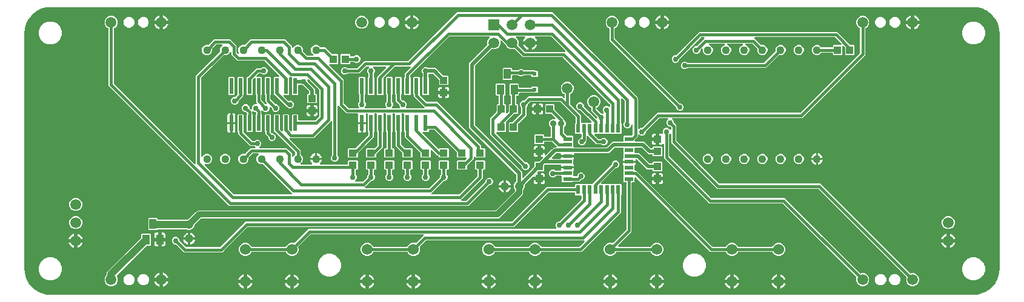
<source format=gbr>
G04 EAGLE Gerber RS-274X export*
G75*
%MOMM*%
%FSLAX34Y34*%
%LPD*%
%INBottom Copper*%
%IPPOS*%
%AMOC8*
5,1,8,0,0,1.08239X$1,22.5*%
G01*
%ADD10R,1.000000X1.000000*%
%ADD11C,1.108000*%
%ADD12R,1.508000X1.508000*%
%ADD13C,1.508000*%
%ADD14R,1.000000X1.400000*%
%ADD15R,1.100000X1.000000*%
%ADD16R,1.000000X1.100000*%
%ADD17C,1.524000*%
%ADD18R,0.600000X2.200000*%
%ADD19R,1.270000X0.558800*%
%ADD20R,0.558800X1.270000*%
%ADD21C,0.908000*%
%ADD22C,1.208000*%
%ADD23R,0.600000X0.600000*%
%ADD24C,1.500000*%
%ADD25C,0.508000*%
%ADD26C,0.812800*%
%ADD27C,0.756400*%
%ADD28C,0.406400*%
%ADD29C,1.016000*%

G36*
X645021Y-266267D02*
X645021Y-266267D01*
X645091Y-266266D01*
X650072Y-265910D01*
X650082Y-265908D01*
X650092Y-265908D01*
X650251Y-265884D01*
X655130Y-264823D01*
X655140Y-264819D01*
X655150Y-264818D01*
X655304Y-264771D01*
X659983Y-263026D01*
X659992Y-263022D01*
X660002Y-263019D01*
X660148Y-262951D01*
X664531Y-260558D01*
X664539Y-260552D01*
X664548Y-260548D01*
X664683Y-260460D01*
X668681Y-257467D01*
X668688Y-257460D01*
X668697Y-257455D01*
X668818Y-257349D01*
X672349Y-253818D01*
X672355Y-253810D01*
X672363Y-253803D01*
X672467Y-253681D01*
X675460Y-249683D01*
X675465Y-249674D01*
X675472Y-249667D01*
X675558Y-249531D01*
X677951Y-245148D01*
X677955Y-245138D01*
X677961Y-245130D01*
X678026Y-244983D01*
X679771Y-240304D01*
X679774Y-240294D01*
X679778Y-240285D01*
X679823Y-240130D01*
X680884Y-235251D01*
X680885Y-235241D01*
X680888Y-235231D01*
X680910Y-235072D01*
X681266Y-230091D01*
X681265Y-230069D01*
X681269Y-230000D01*
X681269Y100000D01*
X681267Y100021D01*
X681266Y100091D01*
X680910Y105072D01*
X680908Y105082D01*
X680908Y105092D01*
X680884Y105251D01*
X679823Y110130D01*
X679819Y110140D01*
X679818Y110150D01*
X679771Y110304D01*
X678026Y114983D01*
X678022Y114992D01*
X678019Y115002D01*
X677951Y115148D01*
X675558Y119531D01*
X675552Y119539D01*
X675548Y119548D01*
X675460Y119683D01*
X672467Y123681D01*
X672460Y123688D01*
X672455Y123697D01*
X672349Y123818D01*
X668818Y127349D01*
X668810Y127355D01*
X668803Y127363D01*
X668681Y127467D01*
X664683Y130460D01*
X664674Y130465D01*
X664667Y130472D01*
X664531Y130558D01*
X660148Y132951D01*
X660138Y132955D01*
X660130Y132961D01*
X659983Y133026D01*
X655304Y134771D01*
X655294Y134774D01*
X655285Y134778D01*
X655130Y134823D01*
X650251Y135884D01*
X650241Y135885D01*
X650231Y135888D01*
X650072Y135910D01*
X645091Y136266D01*
X645069Y136265D01*
X645000Y136269D01*
X-645000Y136269D01*
X-645021Y136267D01*
X-645091Y136266D01*
X-650072Y135910D01*
X-650082Y135908D01*
X-650092Y135908D01*
X-650251Y135884D01*
X-655130Y134823D01*
X-655140Y134819D01*
X-655150Y134818D01*
X-655304Y134771D01*
X-659983Y133026D01*
X-659992Y133022D01*
X-660002Y133019D01*
X-660148Y132951D01*
X-664531Y130558D01*
X-664539Y130552D01*
X-664548Y130548D01*
X-664683Y130460D01*
X-668681Y127467D01*
X-668688Y127460D01*
X-668697Y127455D01*
X-668818Y127349D01*
X-672349Y123818D01*
X-672355Y123810D01*
X-672363Y123803D01*
X-672467Y123681D01*
X-675460Y119683D01*
X-675465Y119674D01*
X-675472Y119667D01*
X-675558Y119531D01*
X-677951Y115148D01*
X-677955Y115138D01*
X-677961Y115130D01*
X-678026Y114983D01*
X-679771Y110304D01*
X-679774Y110294D01*
X-679778Y110285D01*
X-679823Y110130D01*
X-680884Y105251D01*
X-680885Y105241D01*
X-680888Y105231D01*
X-680910Y105072D01*
X-681266Y100091D01*
X-681265Y100069D01*
X-681269Y100000D01*
X-681269Y-230000D01*
X-681267Y-230021D01*
X-681266Y-230091D01*
X-680910Y-235072D01*
X-680908Y-235082D01*
X-680908Y-235092D01*
X-680884Y-235251D01*
X-679823Y-240130D01*
X-679819Y-240140D01*
X-679818Y-240150D01*
X-679771Y-240304D01*
X-678026Y-244983D01*
X-678022Y-244992D01*
X-678019Y-245002D01*
X-677951Y-245148D01*
X-675558Y-249531D01*
X-675552Y-249539D01*
X-675548Y-249548D01*
X-675460Y-249683D01*
X-672467Y-253681D01*
X-672460Y-253688D01*
X-672455Y-253697D01*
X-672349Y-253818D01*
X-668818Y-257349D01*
X-668810Y-257355D01*
X-668803Y-257363D01*
X-668681Y-257467D01*
X-664683Y-260460D01*
X-664674Y-260465D01*
X-664667Y-260472D01*
X-664531Y-260558D01*
X-660148Y-262951D01*
X-660138Y-262955D01*
X-660130Y-262961D01*
X-659983Y-263026D01*
X-655304Y-264771D01*
X-655294Y-264774D01*
X-655285Y-264778D01*
X-655130Y-264823D01*
X-650251Y-265884D01*
X-650241Y-265885D01*
X-650231Y-265888D01*
X-650072Y-265910D01*
X-645091Y-266266D01*
X-645069Y-266265D01*
X-645000Y-266269D01*
X645000Y-266269D01*
X645021Y-266267D01*
G37*
%LPC*%
G36*
X488197Y-254065D02*
X488197Y-254065D01*
X484865Y-252685D01*
X482315Y-250135D01*
X480935Y-246803D01*
X480935Y-243197D01*
X481264Y-242402D01*
X481272Y-242374D01*
X481286Y-242348D01*
X481314Y-242221D01*
X481348Y-242096D01*
X481349Y-242066D01*
X481355Y-242037D01*
X481351Y-241908D01*
X481353Y-241778D01*
X481346Y-241749D01*
X481346Y-241719D01*
X481310Y-241595D01*
X481279Y-241468D01*
X481265Y-241442D01*
X481257Y-241414D01*
X481191Y-241302D01*
X481130Y-241187D01*
X481111Y-241165D01*
X481096Y-241140D01*
X480989Y-241019D01*
X378519Y-138548D01*
X378440Y-138488D01*
X378368Y-138420D01*
X378315Y-138391D01*
X378267Y-138354D01*
X378176Y-138314D01*
X378090Y-138266D01*
X378031Y-138251D01*
X377975Y-138227D01*
X377877Y-138212D01*
X377782Y-138187D01*
X377682Y-138181D01*
X377661Y-138177D01*
X377649Y-138179D01*
X377621Y-138177D01*
X275387Y-138177D01*
X212343Y-75133D01*
X212343Y-56164D01*
X212326Y-56026D01*
X212313Y-55888D01*
X212306Y-55869D01*
X212303Y-55849D01*
X212252Y-55719D01*
X212205Y-55588D01*
X212194Y-55572D01*
X212186Y-55553D01*
X212105Y-55440D01*
X212027Y-55325D01*
X212011Y-55312D01*
X212000Y-55296D01*
X211892Y-55206D01*
X211788Y-55115D01*
X211770Y-55106D01*
X211755Y-55093D01*
X211629Y-55033D01*
X211505Y-54970D01*
X211485Y-54966D01*
X211467Y-54957D01*
X211331Y-54931D01*
X211195Y-54901D01*
X211174Y-54901D01*
X211155Y-54897D01*
X211016Y-54906D01*
X210877Y-54910D01*
X210857Y-54916D01*
X210837Y-54917D01*
X210705Y-54960D01*
X210571Y-54999D01*
X210554Y-55009D01*
X210535Y-55015D01*
X210417Y-55089D01*
X210297Y-55160D01*
X210276Y-55179D01*
X210266Y-55185D01*
X210252Y-55200D01*
X210176Y-55267D01*
X209760Y-55683D01*
X209181Y-56018D01*
X208534Y-56191D01*
X205699Y-56191D01*
X205699Y-49880D01*
X205684Y-49762D01*
X205677Y-49643D01*
X205664Y-49605D01*
X205659Y-49565D01*
X205616Y-49454D01*
X205579Y-49341D01*
X205557Y-49307D01*
X205542Y-49269D01*
X205473Y-49173D01*
X205409Y-49072D01*
X205379Y-49044D01*
X205356Y-49012D01*
X205264Y-48936D01*
X205177Y-48854D01*
X205142Y-48835D01*
X205111Y-48809D01*
X205003Y-48758D01*
X204899Y-48701D01*
X204859Y-48691D01*
X204823Y-48673D01*
X204716Y-48653D01*
X204746Y-48649D01*
X204856Y-48605D01*
X204969Y-48569D01*
X205004Y-48547D01*
X205041Y-48532D01*
X205137Y-48462D01*
X205238Y-48399D01*
X205266Y-48369D01*
X205299Y-48345D01*
X205375Y-48254D01*
X205456Y-48167D01*
X205476Y-48132D01*
X205501Y-48100D01*
X205552Y-47993D01*
X205610Y-47888D01*
X205620Y-47849D01*
X205637Y-47813D01*
X205659Y-47696D01*
X205689Y-47580D01*
X205693Y-47520D01*
X205697Y-47500D01*
X205695Y-47480D01*
X205699Y-47420D01*
X205699Y-41109D01*
X208534Y-41109D01*
X209274Y-41308D01*
X209330Y-41315D01*
X209384Y-41332D01*
X209487Y-41337D01*
X209590Y-41351D01*
X209646Y-41344D01*
X209702Y-41347D01*
X209803Y-41326D01*
X209905Y-41314D01*
X209958Y-41294D01*
X210013Y-41283D01*
X210106Y-41237D01*
X210202Y-41200D01*
X210248Y-41168D01*
X210299Y-41143D01*
X210378Y-41076D01*
X210462Y-41016D01*
X210498Y-40973D01*
X210541Y-40937D01*
X210600Y-40852D01*
X210667Y-40773D01*
X210692Y-40723D01*
X210724Y-40677D01*
X210761Y-40580D01*
X210806Y-40487D01*
X210817Y-40432D01*
X210837Y-40379D01*
X210848Y-40277D01*
X210869Y-40176D01*
X210866Y-40119D01*
X210872Y-40063D01*
X210858Y-39961D01*
X210852Y-39858D01*
X210836Y-39804D01*
X210828Y-39748D01*
X210776Y-39596D01*
X210593Y-39156D01*
X210593Y-37044D01*
X211401Y-35094D01*
X212894Y-33601D01*
X214844Y-32793D01*
X216956Y-32793D01*
X218906Y-33601D01*
X220337Y-35032D01*
X220446Y-35117D01*
X220553Y-35206D01*
X220572Y-35214D01*
X220588Y-35227D01*
X220716Y-35282D01*
X220841Y-35341D01*
X220861Y-35345D01*
X220880Y-35353D01*
X221018Y-35375D01*
X221154Y-35401D01*
X221174Y-35400D01*
X221194Y-35403D01*
X221333Y-35390D01*
X221471Y-35381D01*
X221490Y-35375D01*
X221510Y-35373D01*
X221642Y-35326D01*
X221773Y-35283D01*
X221791Y-35272D01*
X221810Y-35265D01*
X221925Y-35187D01*
X222042Y-35113D01*
X222056Y-35098D01*
X222073Y-35087D01*
X222165Y-34983D01*
X222260Y-34881D01*
X222270Y-34864D01*
X222283Y-34848D01*
X222347Y-34724D01*
X222414Y-34603D01*
X222419Y-34583D01*
X222428Y-34565D01*
X222458Y-34429D01*
X222493Y-34295D01*
X222495Y-34267D01*
X222498Y-34255D01*
X222497Y-34234D01*
X222503Y-34134D01*
X222503Y-32479D01*
X222491Y-32381D01*
X222488Y-32282D01*
X222471Y-32224D01*
X222463Y-32163D01*
X222427Y-32071D01*
X222399Y-31976D01*
X222369Y-31924D01*
X222346Y-31868D01*
X222288Y-31788D01*
X222238Y-31702D01*
X222172Y-31627D01*
X222160Y-31610D01*
X222150Y-31603D01*
X222132Y-31581D01*
X221629Y-31078D01*
X221550Y-31018D01*
X221478Y-30950D01*
X221425Y-30921D01*
X221377Y-30884D01*
X221286Y-30844D01*
X221200Y-30796D01*
X221141Y-30781D01*
X221085Y-30757D01*
X220987Y-30742D01*
X220892Y-30717D01*
X220792Y-30711D01*
X220771Y-30707D01*
X220759Y-30709D01*
X220731Y-30707D01*
X219924Y-30707D01*
X217974Y-29899D01*
X216481Y-28406D01*
X215673Y-26456D01*
X215673Y-24344D01*
X216481Y-22394D01*
X217912Y-20963D01*
X217997Y-20854D01*
X218086Y-20747D01*
X218094Y-20728D01*
X218107Y-20712D01*
X218162Y-20584D01*
X218221Y-20459D01*
X218225Y-20439D01*
X218233Y-20420D01*
X218255Y-20282D01*
X218281Y-20146D01*
X218280Y-20126D01*
X218283Y-20106D01*
X218270Y-19967D01*
X218261Y-19829D01*
X218255Y-19810D01*
X218253Y-19790D01*
X218206Y-19659D01*
X218163Y-19527D01*
X218152Y-19509D01*
X218145Y-19490D01*
X218067Y-19375D01*
X217993Y-19258D01*
X217978Y-19244D01*
X217967Y-19227D01*
X217863Y-19135D01*
X217761Y-19040D01*
X217744Y-19030D01*
X217728Y-19017D01*
X217604Y-18953D01*
X217483Y-18886D01*
X217463Y-18881D01*
X217445Y-18872D01*
X217309Y-18842D01*
X217175Y-18807D01*
X217147Y-18805D01*
X217135Y-18802D01*
X217114Y-18803D01*
X217014Y-18797D01*
X206469Y-18797D01*
X206371Y-18809D01*
X206272Y-18812D01*
X206214Y-18829D01*
X206153Y-18837D01*
X206061Y-18873D01*
X205966Y-18901D01*
X205914Y-18931D01*
X205858Y-18954D01*
X205778Y-19012D01*
X205692Y-19062D01*
X205617Y-19128D01*
X205600Y-19140D01*
X205593Y-19150D01*
X205571Y-19168D01*
X187288Y-37451D01*
X187228Y-37530D01*
X187160Y-37602D01*
X187131Y-37655D01*
X187094Y-37703D01*
X187054Y-37794D01*
X187006Y-37880D01*
X186991Y-37939D01*
X186967Y-37995D01*
X186952Y-38093D01*
X186927Y-38188D01*
X186921Y-38288D01*
X186917Y-38309D01*
X186919Y-38321D01*
X186917Y-38349D01*
X186917Y-39156D01*
X186109Y-41106D01*
X184616Y-42599D01*
X182666Y-43407D01*
X180554Y-43407D01*
X178604Y-42599D01*
X178190Y-42184D01*
X178080Y-42099D01*
X177973Y-42010D01*
X177954Y-42002D01*
X177938Y-41989D01*
X177810Y-41934D01*
X177685Y-41875D01*
X177665Y-41871D01*
X177646Y-41863D01*
X177508Y-41841D01*
X177372Y-41815D01*
X177352Y-41816D01*
X177332Y-41813D01*
X177193Y-41826D01*
X177055Y-41835D01*
X177036Y-41841D01*
X177016Y-41843D01*
X176885Y-41890D01*
X176753Y-41933D01*
X176735Y-41944D01*
X176716Y-41951D01*
X176602Y-42029D01*
X176484Y-42103D01*
X176470Y-42118D01*
X176453Y-42129D01*
X176361Y-42233D01*
X176266Y-42335D01*
X176256Y-42352D01*
X176243Y-42368D01*
X176180Y-42491D01*
X176112Y-42613D01*
X176107Y-42633D01*
X176098Y-42651D01*
X176068Y-42787D01*
X176033Y-42921D01*
X176031Y-42949D01*
X176028Y-42961D01*
X176029Y-42982D01*
X176023Y-43082D01*
X176023Y-44593D01*
X171822Y-48793D01*
X171762Y-48872D01*
X171694Y-48944D01*
X171665Y-48997D01*
X171628Y-49045D01*
X171588Y-49136D01*
X171540Y-49222D01*
X171525Y-49281D01*
X171501Y-49337D01*
X171486Y-49435D01*
X171461Y-49530D01*
X171455Y-49630D01*
X171451Y-49651D01*
X171453Y-49663D01*
X171451Y-49691D01*
X171451Y-50866D01*
X171466Y-50984D01*
X171473Y-51103D01*
X171486Y-51141D01*
X171491Y-51182D01*
X171534Y-51292D01*
X171571Y-51405D01*
X171593Y-51440D01*
X171608Y-51477D01*
X171677Y-51573D01*
X171741Y-51674D01*
X171771Y-51702D01*
X171794Y-51735D01*
X171886Y-51811D01*
X171973Y-51892D01*
X172008Y-51912D01*
X172039Y-51937D01*
X172147Y-51988D01*
X172251Y-52046D01*
X172291Y-52056D01*
X172327Y-52073D01*
X172444Y-52095D01*
X172559Y-52125D01*
X172619Y-52129D01*
X172639Y-52133D01*
X172660Y-52131D01*
X172720Y-52135D01*
X184884Y-52135D01*
X193962Y-61214D01*
X194040Y-61274D01*
X194112Y-61342D01*
X194165Y-61371D01*
X194213Y-61408D01*
X194304Y-61448D01*
X194391Y-61496D01*
X194449Y-61511D01*
X194505Y-61535D01*
X194603Y-61550D01*
X194699Y-61575D01*
X194799Y-61581D01*
X194819Y-61585D01*
X194831Y-61583D01*
X194859Y-61585D01*
X195406Y-61585D01*
X195524Y-61570D01*
X195643Y-61563D01*
X195681Y-61550D01*
X195722Y-61545D01*
X195832Y-61502D01*
X195945Y-61465D01*
X195980Y-61443D01*
X196017Y-61428D01*
X196113Y-61359D01*
X196214Y-61295D01*
X196242Y-61265D01*
X196275Y-61242D01*
X196351Y-61150D01*
X196432Y-61063D01*
X196452Y-61028D01*
X196477Y-60997D01*
X196528Y-60889D01*
X196586Y-60785D01*
X196596Y-60745D01*
X196613Y-60709D01*
X196635Y-60592D01*
X196665Y-60477D01*
X196669Y-60417D01*
X196673Y-60397D01*
X196671Y-60376D01*
X196675Y-60316D01*
X196675Y-60018D01*
X197568Y-59125D01*
X208832Y-59125D01*
X209725Y-60018D01*
X209725Y-71282D01*
X208832Y-72175D01*
X197568Y-72175D01*
X196675Y-71282D01*
X196675Y-70984D01*
X196660Y-70866D01*
X196653Y-70747D01*
X196640Y-70709D01*
X196635Y-70668D01*
X196592Y-70558D01*
X196555Y-70445D01*
X196533Y-70410D01*
X196518Y-70373D01*
X196449Y-70277D01*
X196385Y-70176D01*
X196355Y-70148D01*
X196332Y-70115D01*
X196240Y-70039D01*
X196153Y-69958D01*
X196118Y-69938D01*
X196087Y-69913D01*
X195979Y-69862D01*
X195875Y-69804D01*
X195835Y-69794D01*
X195799Y-69777D01*
X195682Y-69755D01*
X195567Y-69725D01*
X195507Y-69721D01*
X195487Y-69717D01*
X195466Y-69719D01*
X195406Y-69715D01*
X190966Y-69715D01*
X181888Y-60636D01*
X181810Y-60576D01*
X181738Y-60508D01*
X181685Y-60479D01*
X181637Y-60442D01*
X181546Y-60402D01*
X181459Y-60354D01*
X181401Y-60339D01*
X181345Y-60315D01*
X181247Y-60300D01*
X181151Y-60275D01*
X181051Y-60269D01*
X181031Y-60265D01*
X181019Y-60267D01*
X180991Y-60265D01*
X172720Y-60265D01*
X172602Y-60280D01*
X172483Y-60287D01*
X172445Y-60300D01*
X172404Y-60305D01*
X172294Y-60348D01*
X172181Y-60385D01*
X172146Y-60407D01*
X172109Y-60422D01*
X172013Y-60491D01*
X171912Y-60555D01*
X171884Y-60585D01*
X171851Y-60608D01*
X171775Y-60700D01*
X171694Y-60787D01*
X171674Y-60822D01*
X171649Y-60853D01*
X171598Y-60961D01*
X171540Y-61065D01*
X171530Y-61105D01*
X171513Y-61141D01*
X171491Y-61258D01*
X171461Y-61373D01*
X171457Y-61433D01*
X171453Y-61453D01*
X171455Y-61474D01*
X171451Y-61534D01*
X171451Y-66866D01*
X171466Y-66984D01*
X171473Y-67103D01*
X171486Y-67141D01*
X171491Y-67182D01*
X171534Y-67292D01*
X171571Y-67405D01*
X171593Y-67440D01*
X171608Y-67477D01*
X171677Y-67573D01*
X171741Y-67674D01*
X171771Y-67702D01*
X171794Y-67735D01*
X171886Y-67811D01*
X171973Y-67892D01*
X172008Y-67912D01*
X172039Y-67937D01*
X172147Y-67988D01*
X172251Y-68046D01*
X172291Y-68056D01*
X172327Y-68073D01*
X172444Y-68095D01*
X172559Y-68125D01*
X172619Y-68129D01*
X172639Y-68133D01*
X172660Y-68131D01*
X172720Y-68135D01*
X177634Y-68135D01*
X191812Y-82314D01*
X191890Y-82374D01*
X191962Y-82442D01*
X192015Y-82471D01*
X192063Y-82508D01*
X192154Y-82548D01*
X192241Y-82596D01*
X192299Y-82611D01*
X192355Y-82635D01*
X192453Y-82650D01*
X192549Y-82675D01*
X192649Y-82681D01*
X192669Y-82685D01*
X192681Y-82683D01*
X192709Y-82685D01*
X195406Y-82685D01*
X195524Y-82670D01*
X195643Y-82663D01*
X195681Y-82650D01*
X195722Y-82645D01*
X195832Y-82602D01*
X195945Y-82565D01*
X195980Y-82543D01*
X196017Y-82528D01*
X196113Y-82459D01*
X196214Y-82395D01*
X196242Y-82365D01*
X196275Y-82342D01*
X196351Y-82250D01*
X196432Y-82163D01*
X196452Y-82128D01*
X196477Y-82097D01*
X196528Y-81989D01*
X196586Y-81885D01*
X196596Y-81845D01*
X196613Y-81809D01*
X196635Y-81692D01*
X196665Y-81577D01*
X196669Y-81517D01*
X196673Y-81497D01*
X196671Y-81476D01*
X196675Y-81416D01*
X196675Y-81118D01*
X197568Y-80225D01*
X208832Y-80225D01*
X209725Y-81118D01*
X209725Y-92382D01*
X208832Y-93275D01*
X197568Y-93275D01*
X196675Y-92382D01*
X196675Y-92084D01*
X196660Y-91966D01*
X196653Y-91847D01*
X196640Y-91809D01*
X196635Y-91768D01*
X196592Y-91658D01*
X196555Y-91545D01*
X196533Y-91510D01*
X196518Y-91473D01*
X196449Y-91377D01*
X196385Y-91276D01*
X196355Y-91248D01*
X196332Y-91215D01*
X196240Y-91139D01*
X196153Y-91058D01*
X196118Y-91038D01*
X196087Y-91013D01*
X195979Y-90962D01*
X195875Y-90904D01*
X195835Y-90894D01*
X195799Y-90877D01*
X195682Y-90855D01*
X195567Y-90825D01*
X195507Y-90821D01*
X195487Y-90817D01*
X195466Y-90819D01*
X195406Y-90815D01*
X188816Y-90815D01*
X174638Y-76636D01*
X174560Y-76576D01*
X174488Y-76508D01*
X174439Y-76481D01*
X174417Y-76463D01*
X174410Y-76459D01*
X174387Y-76442D01*
X174296Y-76402D01*
X174209Y-76354D01*
X174160Y-76342D01*
X174129Y-76327D01*
X174117Y-76325D01*
X174095Y-76315D01*
X173997Y-76300D01*
X173901Y-76275D01*
X173834Y-76271D01*
X173816Y-76267D01*
X173800Y-76268D01*
X173781Y-76265D01*
X173769Y-76267D01*
X173741Y-76265D01*
X173736Y-76265D01*
X173618Y-76280D01*
X173499Y-76287D01*
X173478Y-76294D01*
X173464Y-76295D01*
X173448Y-76301D01*
X173420Y-76305D01*
X173310Y-76348D01*
X173197Y-76385D01*
X173173Y-76400D01*
X173165Y-76403D01*
X173155Y-76410D01*
X173125Y-76422D01*
X173029Y-76491D01*
X172928Y-76555D01*
X172906Y-76579D01*
X172902Y-76581D01*
X172897Y-76587D01*
X172867Y-76608D01*
X172791Y-76700D01*
X172710Y-76787D01*
X172692Y-76818D01*
X172691Y-76820D01*
X172690Y-76823D01*
X172665Y-76853D01*
X172614Y-76961D01*
X172556Y-77065D01*
X172546Y-77105D01*
X172529Y-77141D01*
X172507Y-77258D01*
X172477Y-77373D01*
X172473Y-77433D01*
X172469Y-77453D01*
X172471Y-77474D01*
X172467Y-77534D01*
X172467Y-78804D01*
X163703Y-78804D01*
X163614Y-78815D01*
X163609Y-78814D01*
X163549Y-78810D01*
X163529Y-78806D01*
X163509Y-78808D01*
X163449Y-78804D01*
X154685Y-78804D01*
X154685Y-77072D01*
X154858Y-76425D01*
X155193Y-75846D01*
X155330Y-75709D01*
X155390Y-75631D01*
X155458Y-75559D01*
X155487Y-75506D01*
X155524Y-75458D01*
X155564Y-75367D01*
X155612Y-75280D01*
X155627Y-75222D01*
X155651Y-75166D01*
X155666Y-75068D01*
X155691Y-74973D01*
X155697Y-74873D01*
X155701Y-74852D01*
X155699Y-74840D01*
X155701Y-74812D01*
X155701Y-68543D01*
X155718Y-68436D01*
X155744Y-68320D01*
X155743Y-68280D01*
X155749Y-68240D01*
X155738Y-68121D01*
X155734Y-68002D01*
X155723Y-67964D01*
X155720Y-67924D01*
X155701Y-67873D01*
X155701Y-61534D01*
X155686Y-61416D01*
X155679Y-61297D01*
X155666Y-61259D01*
X155661Y-61218D01*
X155618Y-61108D01*
X155581Y-60995D01*
X155559Y-60960D01*
X155544Y-60923D01*
X155475Y-60827D01*
X155411Y-60726D01*
X155381Y-60698D01*
X155358Y-60665D01*
X155266Y-60589D01*
X155179Y-60508D01*
X155144Y-60488D01*
X155113Y-60463D01*
X155005Y-60412D01*
X154901Y-60354D01*
X154861Y-60344D01*
X154825Y-60327D01*
X154708Y-60305D01*
X154593Y-60275D01*
X154533Y-60271D01*
X154513Y-60267D01*
X154492Y-60269D01*
X154432Y-60265D01*
X144129Y-60265D01*
X144031Y-60277D01*
X143932Y-60280D01*
X143874Y-60297D01*
X143814Y-60305D01*
X143722Y-60341D01*
X143627Y-60369D01*
X143575Y-60399D01*
X143518Y-60422D01*
X143438Y-60480D01*
X143353Y-60530D01*
X143277Y-60596D01*
X143261Y-60608D01*
X143253Y-60618D01*
X143232Y-60636D01*
X135604Y-68265D01*
X87884Y-68265D01*
X87766Y-68280D01*
X87647Y-68287D01*
X87609Y-68300D01*
X87568Y-68305D01*
X87458Y-68348D01*
X87345Y-68385D01*
X87310Y-68407D01*
X87273Y-68422D01*
X87177Y-68491D01*
X87076Y-68555D01*
X87048Y-68585D01*
X87015Y-68608D01*
X86939Y-68700D01*
X86858Y-68787D01*
X86838Y-68822D01*
X86813Y-68853D01*
X86762Y-68961D01*
X86704Y-69065D01*
X86694Y-69105D01*
X86677Y-69141D01*
X86655Y-69258D01*
X86625Y-69373D01*
X86621Y-69433D01*
X86617Y-69453D01*
X86617Y-69455D01*
X86619Y-69475D01*
X86615Y-69534D01*
X86615Y-70804D01*
X77851Y-70804D01*
X77762Y-70815D01*
X77757Y-70814D01*
X77697Y-70810D01*
X77677Y-70806D01*
X77657Y-70808D01*
X77597Y-70804D01*
X68833Y-70804D01*
X68833Y-69534D01*
X68818Y-69416D01*
X68811Y-69297D01*
X68798Y-69259D01*
X68793Y-69218D01*
X68750Y-69108D01*
X68713Y-68995D01*
X68691Y-68960D01*
X68676Y-68923D01*
X68607Y-68827D01*
X68543Y-68726D01*
X68513Y-68698D01*
X68490Y-68665D01*
X68398Y-68589D01*
X68311Y-68508D01*
X68276Y-68488D01*
X68245Y-68463D01*
X68137Y-68412D01*
X68033Y-68354D01*
X67993Y-68344D01*
X67957Y-68327D01*
X67840Y-68305D01*
X67725Y-68275D01*
X67665Y-68271D01*
X67645Y-68267D01*
X67624Y-68269D01*
X67564Y-68265D01*
X62309Y-68265D01*
X62211Y-68277D01*
X62112Y-68280D01*
X62054Y-68297D01*
X61994Y-68305D01*
X61902Y-68341D01*
X61807Y-68369D01*
X61755Y-68399D01*
X61698Y-68422D01*
X61618Y-68480D01*
X61533Y-68530D01*
X61457Y-68596D01*
X61441Y-68608D01*
X61440Y-68609D01*
X61439Y-68610D01*
X61432Y-68619D01*
X61412Y-68636D01*
X56080Y-73969D01*
X55995Y-74078D01*
X55906Y-74185D01*
X55897Y-74204D01*
X55885Y-74220D01*
X55829Y-74348D01*
X55770Y-74473D01*
X55767Y-74493D01*
X55759Y-74512D01*
X55737Y-74650D01*
X55711Y-74786D01*
X55712Y-74806D01*
X55709Y-74826D01*
X55722Y-74965D01*
X55730Y-75103D01*
X55737Y-75122D01*
X55739Y-75142D01*
X55786Y-75274D01*
X55828Y-75405D01*
X55839Y-75423D01*
X55846Y-75442D01*
X55924Y-75557D01*
X55999Y-75674D01*
X56013Y-75688D01*
X56025Y-75705D01*
X56129Y-75797D01*
X56230Y-75892D01*
X56248Y-75902D01*
X56263Y-75915D01*
X56387Y-75979D01*
X56509Y-76046D01*
X56528Y-76051D01*
X56546Y-76060D01*
X56682Y-76090D01*
X56817Y-76125D01*
X56845Y-76127D01*
X56857Y-76130D01*
X56877Y-76129D01*
X56977Y-76135D01*
X67564Y-76135D01*
X67682Y-76120D01*
X67801Y-76113D01*
X67839Y-76100D01*
X67880Y-76095D01*
X67990Y-76052D01*
X68103Y-76015D01*
X68138Y-75993D01*
X68175Y-75978D01*
X68271Y-75909D01*
X68372Y-75845D01*
X68400Y-75815D01*
X68433Y-75792D01*
X68509Y-75700D01*
X68590Y-75613D01*
X68610Y-75578D01*
X68635Y-75547D01*
X68686Y-75439D01*
X68744Y-75335D01*
X68754Y-75295D01*
X68771Y-75259D01*
X68793Y-75142D01*
X68823Y-75027D01*
X68827Y-74967D01*
X68831Y-74947D01*
X68829Y-74926D01*
X68833Y-74866D01*
X68833Y-73596D01*
X77597Y-73596D01*
X77686Y-73585D01*
X77691Y-73586D01*
X77751Y-73590D01*
X77771Y-73594D01*
X77791Y-73592D01*
X77851Y-73596D01*
X86615Y-73596D01*
X86615Y-75328D01*
X86442Y-75975D01*
X86107Y-76554D01*
X85970Y-76691D01*
X85910Y-76769D01*
X85842Y-76841D01*
X85813Y-76894D01*
X85776Y-76942D01*
X85736Y-77033D01*
X85688Y-77120D01*
X85673Y-77178D01*
X85649Y-77234D01*
X85634Y-77332D01*
X85609Y-77427D01*
X85603Y-77527D01*
X85599Y-77548D01*
X85601Y-77560D01*
X85599Y-77588D01*
X85599Y-82812D01*
X85611Y-82910D01*
X85614Y-83009D01*
X85631Y-83067D01*
X85639Y-83127D01*
X85675Y-83219D01*
X85703Y-83315D01*
X85733Y-83367D01*
X85756Y-83423D01*
X85814Y-83503D01*
X85864Y-83589D01*
X85930Y-83664D01*
X85942Y-83680D01*
X85952Y-83688D01*
X85970Y-83709D01*
X86107Y-83846D01*
X86442Y-84425D01*
X86615Y-85072D01*
X86615Y-86804D01*
X77851Y-86804D01*
X77762Y-86815D01*
X77757Y-86814D01*
X77697Y-86810D01*
X77677Y-86806D01*
X77657Y-86808D01*
X77597Y-86804D01*
X68833Y-86804D01*
X68833Y-85534D01*
X68818Y-85416D01*
X68811Y-85297D01*
X68798Y-85259D01*
X68793Y-85218D01*
X68750Y-85108D01*
X68713Y-84995D01*
X68691Y-84960D01*
X68676Y-84923D01*
X68607Y-84827D01*
X68543Y-84726D01*
X68513Y-84698D01*
X68490Y-84665D01*
X68398Y-84589D01*
X68311Y-84508D01*
X68276Y-84488D01*
X68245Y-84463D01*
X68137Y-84412D01*
X68033Y-84354D01*
X67993Y-84344D01*
X67957Y-84327D01*
X67840Y-84305D01*
X67725Y-84275D01*
X67665Y-84271D01*
X67645Y-84267D01*
X67624Y-84269D01*
X67564Y-84265D01*
X46309Y-84265D01*
X46211Y-84277D01*
X46112Y-84280D01*
X46054Y-84297D01*
X45994Y-84305D01*
X45902Y-84341D01*
X45807Y-84369D01*
X45755Y-84399D01*
X45698Y-84422D01*
X45618Y-84480D01*
X45533Y-84530D01*
X45457Y-84596D01*
X45441Y-84608D01*
X45433Y-84618D01*
X45412Y-84636D01*
X44996Y-85052D01*
X44936Y-85130D01*
X44868Y-85202D01*
X44839Y-85255D01*
X44802Y-85303D01*
X44762Y-85394D01*
X44714Y-85481D01*
X44699Y-85539D01*
X44675Y-85595D01*
X44660Y-85693D01*
X44635Y-85789D01*
X44629Y-85889D01*
X44625Y-85909D01*
X44627Y-85921D01*
X44625Y-85949D01*
X44625Y-92382D01*
X43732Y-93275D01*
X37299Y-93275D01*
X37201Y-93287D01*
X37102Y-93290D01*
X37044Y-93307D01*
X36984Y-93315D01*
X36892Y-93351D01*
X36797Y-93379D01*
X36745Y-93409D01*
X36688Y-93432D01*
X36608Y-93490D01*
X36523Y-93540D01*
X36447Y-93606D01*
X36431Y-93618D01*
X36423Y-93628D01*
X36402Y-93646D01*
X35972Y-94076D01*
X35912Y-94154D01*
X35844Y-94226D01*
X35815Y-94279D01*
X35778Y-94327D01*
X35738Y-94418D01*
X35690Y-94505D01*
X35675Y-94563D01*
X35651Y-94619D01*
X35636Y-94717D01*
X35611Y-94813D01*
X35605Y-94913D01*
X35601Y-94933D01*
X35602Y-94945D01*
X35601Y-94973D01*
X35601Y-101251D01*
X29323Y-101251D01*
X29225Y-101263D01*
X29126Y-101266D01*
X29068Y-101283D01*
X29008Y-101291D01*
X28916Y-101327D01*
X28821Y-101355D01*
X28769Y-101385D01*
X28712Y-101408D01*
X28632Y-101466D01*
X28547Y-101516D01*
X28471Y-101582D01*
X28455Y-101594D01*
X28447Y-101604D01*
X28443Y-101608D01*
X28439Y-101610D01*
X28437Y-101613D01*
X28426Y-101622D01*
X17936Y-112112D01*
X17876Y-112190D01*
X17808Y-112262D01*
X17779Y-112315D01*
X17742Y-112363D01*
X17702Y-112454D01*
X17654Y-112541D01*
X17639Y-112599D01*
X17615Y-112655D01*
X17600Y-112753D01*
X17575Y-112849D01*
X17569Y-112949D01*
X17565Y-112969D01*
X17567Y-112981D01*
X17565Y-113009D01*
X17565Y-115805D01*
X16413Y-118585D01*
X15960Y-119038D01*
X15900Y-119116D01*
X15832Y-119188D01*
X15803Y-119241D01*
X15766Y-119289D01*
X15726Y-119380D01*
X15678Y-119467D01*
X15663Y-119525D01*
X15639Y-119581D01*
X15624Y-119679D01*
X15599Y-119774D01*
X15593Y-119874D01*
X15589Y-119895D01*
X15591Y-119907D01*
X15589Y-119935D01*
X15589Y-124462D01*
X14738Y-126516D01*
X-17154Y-158408D01*
X-19208Y-159259D01*
X-433879Y-159259D01*
X-433978Y-159271D01*
X-434077Y-159274D01*
X-434135Y-159291D01*
X-434195Y-159299D01*
X-434287Y-159335D01*
X-434382Y-159363D01*
X-434434Y-159393D01*
X-434491Y-159416D01*
X-434571Y-159474D01*
X-434656Y-159524D01*
X-434731Y-159590D01*
X-434748Y-159602D01*
X-434756Y-159612D01*
X-434777Y-159630D01*
X-442914Y-167767D01*
X-442974Y-167845D01*
X-443042Y-167918D01*
X-443071Y-167971D01*
X-443108Y-168018D01*
X-443148Y-168109D01*
X-443196Y-168196D01*
X-443211Y-168255D01*
X-443235Y-168310D01*
X-443250Y-168408D01*
X-443275Y-168504D01*
X-443281Y-168604D01*
X-443285Y-168624D01*
X-443283Y-168637D01*
X-443285Y-168665D01*
X-443285Y-169305D01*
X-444437Y-172085D01*
X-446565Y-174213D01*
X-449345Y-175365D01*
X-452355Y-175365D01*
X-454439Y-174501D01*
X-454448Y-174499D01*
X-454456Y-174494D01*
X-454601Y-174457D01*
X-454746Y-174417D01*
X-454755Y-174417D01*
X-454764Y-174415D01*
X-454925Y-174405D01*
X-494573Y-174405D01*
X-494671Y-174417D01*
X-494770Y-174420D01*
X-494828Y-174437D01*
X-494888Y-174445D01*
X-494980Y-174481D01*
X-495075Y-174509D01*
X-495128Y-174539D01*
X-495184Y-174562D01*
X-495264Y-174620D01*
X-495349Y-174670D01*
X-495425Y-174736D01*
X-495441Y-174748D01*
X-495449Y-174758D01*
X-495470Y-174776D01*
X-496018Y-175325D01*
X-507282Y-175325D01*
X-508175Y-174432D01*
X-508175Y-159168D01*
X-507282Y-158275D01*
X-496018Y-158275D01*
X-495125Y-159168D01*
X-495125Y-159926D01*
X-495110Y-160044D01*
X-495103Y-160163D01*
X-495090Y-160201D01*
X-495085Y-160242D01*
X-495042Y-160352D01*
X-495005Y-160465D01*
X-494983Y-160500D01*
X-494968Y-160537D01*
X-494899Y-160633D01*
X-494835Y-160734D01*
X-494805Y-160762D01*
X-494782Y-160795D01*
X-494690Y-160871D01*
X-494603Y-160952D01*
X-494568Y-160972D01*
X-494537Y-160997D01*
X-494429Y-161048D01*
X-494325Y-161106D01*
X-494285Y-161116D01*
X-494249Y-161133D01*
X-494132Y-161155D01*
X-494017Y-161185D01*
X-493957Y-161189D01*
X-493937Y-161193D01*
X-493916Y-161191D01*
X-493856Y-161195D01*
X-454925Y-161195D01*
X-454916Y-161194D01*
X-454906Y-161195D01*
X-454758Y-161174D01*
X-454609Y-161155D01*
X-454601Y-161152D01*
X-454591Y-161151D01*
X-454439Y-161099D01*
X-452355Y-160235D01*
X-451715Y-160235D01*
X-451616Y-160223D01*
X-451517Y-160220D01*
X-451459Y-160203D01*
X-451399Y-160195D01*
X-451307Y-160159D01*
X-451212Y-160131D01*
X-451160Y-160101D01*
X-451103Y-160078D01*
X-451023Y-160020D01*
X-450938Y-159970D01*
X-450863Y-159904D01*
X-450846Y-159892D01*
X-450838Y-159882D01*
X-450817Y-159864D01*
X-441636Y-150683D01*
X-439886Y-148932D01*
X-437832Y-148081D01*
X-23161Y-148081D01*
X-23062Y-148069D01*
X-22963Y-148066D01*
X-22905Y-148049D01*
X-22845Y-148041D01*
X-22753Y-148005D01*
X-22658Y-147977D01*
X-22606Y-147947D01*
X-22549Y-147924D01*
X-22469Y-147866D01*
X-22384Y-147816D01*
X-22309Y-147750D01*
X-22292Y-147738D01*
X-22284Y-147728D01*
X-22263Y-147710D01*
X4040Y-121407D01*
X4100Y-121329D01*
X4168Y-121256D01*
X4197Y-121203D01*
X4234Y-121156D01*
X4274Y-121065D01*
X4322Y-120978D01*
X4337Y-120919D01*
X4361Y-120864D01*
X4376Y-120766D01*
X4401Y-120670D01*
X4407Y-120570D01*
X4411Y-120550D01*
X4409Y-120537D01*
X4411Y-120509D01*
X4411Y-119935D01*
X4399Y-119837D01*
X4396Y-119738D01*
X4379Y-119680D01*
X4371Y-119620D01*
X4335Y-119528D01*
X4307Y-119432D01*
X4277Y-119380D01*
X4254Y-119324D01*
X4196Y-119244D01*
X4146Y-119158D01*
X4080Y-119083D01*
X4068Y-119067D01*
X4058Y-119059D01*
X4040Y-119038D01*
X3587Y-118585D01*
X2435Y-115805D01*
X2435Y-112795D01*
X3587Y-110015D01*
X5564Y-108038D01*
X5624Y-107960D01*
X5692Y-107888D01*
X5721Y-107835D01*
X5758Y-107787D01*
X5798Y-107696D01*
X5846Y-107609D01*
X5861Y-107551D01*
X5885Y-107495D01*
X5900Y-107397D01*
X5925Y-107302D01*
X5931Y-107202D01*
X5935Y-107181D01*
X5933Y-107169D01*
X5935Y-107141D01*
X5935Y-98569D01*
X5923Y-98471D01*
X5920Y-98372D01*
X5903Y-98314D01*
X5895Y-98254D01*
X5859Y-98162D01*
X5831Y-98067D01*
X5801Y-98015D01*
X5778Y-97958D01*
X5720Y-97878D01*
X5670Y-97793D01*
X5604Y-97717D01*
X5592Y-97701D01*
X5582Y-97693D01*
X5564Y-97672D01*
X-59945Y-32164D01*
X-59945Y57564D01*
X-57192Y60316D01*
X-34621Y82887D01*
X-34603Y82911D01*
X-34581Y82930D01*
X-34506Y83036D01*
X-34426Y83138D01*
X-34415Y83166D01*
X-34398Y83190D01*
X-34351Y83311D01*
X-34300Y83430D01*
X-34295Y83459D01*
X-34285Y83487D01*
X-34270Y83616D01*
X-34250Y83744D01*
X-34253Y83774D01*
X-34250Y83803D01*
X-34268Y83932D01*
X-34280Y84061D01*
X-34290Y84089D01*
X-34294Y84118D01*
X-34346Y84270D01*
X-34465Y84557D01*
X-34465Y88163D01*
X-33085Y91495D01*
X-31243Y93337D01*
X-31158Y93446D01*
X-31069Y93553D01*
X-31060Y93572D01*
X-31048Y93588D01*
X-30993Y93716D01*
X-30934Y93841D01*
X-30930Y93861D01*
X-30922Y93880D01*
X-30900Y94018D01*
X-30874Y94154D01*
X-30875Y94174D01*
X-30872Y94194D01*
X-30885Y94333D01*
X-30893Y94471D01*
X-30900Y94490D01*
X-30902Y94510D01*
X-30949Y94642D01*
X-30992Y94773D01*
X-31002Y94791D01*
X-31009Y94810D01*
X-31087Y94925D01*
X-31162Y95042D01*
X-31176Y95056D01*
X-31188Y95073D01*
X-31292Y95165D01*
X-31393Y95260D01*
X-31411Y95270D01*
X-31426Y95283D01*
X-31550Y95347D01*
X-31672Y95414D01*
X-31691Y95419D01*
X-31709Y95428D01*
X-31845Y95458D01*
X-31980Y95493D01*
X-32008Y95495D01*
X-32020Y95498D01*
X-32040Y95497D01*
X-32140Y95503D01*
X-86901Y95503D01*
X-86999Y95491D01*
X-87098Y95488D01*
X-87156Y95471D01*
X-87217Y95463D01*
X-87309Y95427D01*
X-87404Y95399D01*
X-87456Y95369D01*
X-87512Y95346D01*
X-87592Y95288D01*
X-87678Y95238D01*
X-87753Y95172D01*
X-87770Y95160D01*
X-87777Y95150D01*
X-87799Y95132D01*
X-142122Y40809D01*
X-142182Y40730D01*
X-142250Y40658D01*
X-142279Y40605D01*
X-142316Y40557D01*
X-142356Y40466D01*
X-142404Y40380D01*
X-142419Y40321D01*
X-142443Y40265D01*
X-142458Y40167D01*
X-142483Y40072D01*
X-142489Y39972D01*
X-142493Y39951D01*
X-142491Y39939D01*
X-142493Y39911D01*
X-142493Y39125D01*
X-142481Y39027D01*
X-142478Y38928D01*
X-142461Y38870D01*
X-142453Y38810D01*
X-142417Y38718D01*
X-142389Y38623D01*
X-142359Y38570D01*
X-142336Y38514D01*
X-142278Y38434D01*
X-142228Y38349D01*
X-142162Y38273D01*
X-142150Y38257D01*
X-142140Y38249D01*
X-142122Y38228D01*
X-141525Y37632D01*
X-141525Y14368D01*
X-142418Y13475D01*
X-149682Y13475D01*
X-150575Y14368D01*
X-150575Y37632D01*
X-149978Y38228D01*
X-149918Y38306D01*
X-149850Y38378D01*
X-149821Y38431D01*
X-149784Y38479D01*
X-149744Y38570D01*
X-149696Y38657D01*
X-149681Y38715D01*
X-149657Y38771D01*
X-149642Y38869D01*
X-149617Y38965D01*
X-149611Y39065D01*
X-149607Y39085D01*
X-149609Y39097D01*
X-149607Y39125D01*
X-149607Y43383D01*
X-147151Y45838D01*
X-141723Y51267D01*
X-141638Y51376D01*
X-141550Y51483D01*
X-141541Y51502D01*
X-141528Y51518D01*
X-141473Y51646D01*
X-141414Y51771D01*
X-141410Y51791D01*
X-141402Y51810D01*
X-141380Y51948D01*
X-141354Y52084D01*
X-141355Y52104D01*
X-141352Y52124D01*
X-141365Y52263D01*
X-141374Y52401D01*
X-141380Y52420D01*
X-141382Y52440D01*
X-141429Y52572D01*
X-141472Y52703D01*
X-141483Y52721D01*
X-141490Y52740D01*
X-141568Y52855D01*
X-141642Y52972D01*
X-141657Y52986D01*
X-141668Y53003D01*
X-141773Y53095D01*
X-141874Y53190D01*
X-141891Y53200D01*
X-141907Y53213D01*
X-142031Y53277D01*
X-142152Y53344D01*
X-142172Y53349D01*
X-142190Y53358D01*
X-142326Y53388D01*
X-142460Y53423D01*
X-142488Y53425D01*
X-142500Y53428D01*
X-142521Y53427D01*
X-142621Y53433D01*
X-163261Y53433D01*
X-163359Y53421D01*
X-163458Y53418D01*
X-163516Y53401D01*
X-163577Y53393D01*
X-163669Y53357D01*
X-163764Y53329D01*
X-163816Y53299D01*
X-163872Y53276D01*
X-163952Y53218D01*
X-164038Y53168D01*
X-164113Y53102D01*
X-164130Y53090D01*
X-164137Y53080D01*
X-164159Y53062D01*
X-179254Y37967D01*
X-179314Y37888D01*
X-179382Y37816D01*
X-179406Y37773D01*
X-179415Y37762D01*
X-179419Y37753D01*
X-179448Y37715D01*
X-179488Y37624D01*
X-179536Y37538D01*
X-179551Y37479D01*
X-179575Y37423D01*
X-179590Y37325D01*
X-179615Y37230D01*
X-179621Y37130D01*
X-179625Y37109D01*
X-179623Y37097D01*
X-179625Y37069D01*
X-179625Y14368D01*
X-180518Y13475D01*
X-187782Y13475D01*
X-188675Y14368D01*
X-188675Y37632D01*
X-188078Y38228D01*
X-188018Y38306D01*
X-187950Y38378D01*
X-187921Y38431D01*
X-187884Y38479D01*
X-187844Y38570D01*
X-187796Y38657D01*
X-187781Y38715D01*
X-187757Y38771D01*
X-187742Y38869D01*
X-187717Y38965D01*
X-187711Y39065D01*
X-187707Y39085D01*
X-187709Y39097D01*
X-187707Y39125D01*
X-187707Y39573D01*
X-176013Y51267D01*
X-175928Y51376D01*
X-175840Y51483D01*
X-175831Y51502D01*
X-175818Y51518D01*
X-175763Y51646D01*
X-175704Y51771D01*
X-175700Y51791D01*
X-175692Y51810D01*
X-175670Y51948D01*
X-175644Y52084D01*
X-175645Y52104D01*
X-175642Y52124D01*
X-175655Y52263D01*
X-175664Y52401D01*
X-175670Y52420D01*
X-175672Y52440D01*
X-175719Y52572D01*
X-175762Y52703D01*
X-175773Y52721D01*
X-175780Y52740D01*
X-175858Y52855D01*
X-175932Y52972D01*
X-175947Y52986D01*
X-175958Y53003D01*
X-176062Y53095D01*
X-176164Y53190D01*
X-176182Y53200D01*
X-176197Y53213D01*
X-176320Y53276D01*
X-176442Y53344D01*
X-176462Y53349D01*
X-176480Y53358D01*
X-176616Y53388D01*
X-176750Y53423D01*
X-176778Y53425D01*
X-176790Y53428D01*
X-176811Y53427D01*
X-176911Y53433D01*
X-192724Y53433D01*
X-192862Y53416D01*
X-193001Y53403D01*
X-193020Y53396D01*
X-193040Y53393D01*
X-193169Y53342D01*
X-193300Y53295D01*
X-193317Y53284D01*
X-193335Y53276D01*
X-193448Y53195D01*
X-193563Y53117D01*
X-193576Y53101D01*
X-193593Y53090D01*
X-193682Y52982D01*
X-193773Y52878D01*
X-193783Y52860D01*
X-193796Y52845D01*
X-193855Y52719D01*
X-193918Y52595D01*
X-193922Y52575D01*
X-193931Y52557D01*
X-193957Y52420D01*
X-193988Y52285D01*
X-193987Y52264D01*
X-193991Y52245D01*
X-193982Y52106D01*
X-193978Y51967D01*
X-193972Y51947D01*
X-193971Y51927D01*
X-193928Y51795D01*
X-193890Y51661D01*
X-193879Y51644D01*
X-193873Y51625D01*
X-193799Y51507D01*
X-193728Y51387D01*
X-193710Y51366D01*
X-193703Y51356D01*
X-193688Y51342D01*
X-193622Y51267D01*
X-192351Y49996D01*
X-191543Y48046D01*
X-191543Y45934D01*
X-192351Y43984D01*
X-192922Y43414D01*
X-192982Y43335D01*
X-193050Y43263D01*
X-193079Y43210D01*
X-193116Y43162D01*
X-193156Y43071D01*
X-193204Y42985D01*
X-193219Y42926D01*
X-193243Y42870D01*
X-193258Y42773D01*
X-193283Y42677D01*
X-193289Y42577D01*
X-193293Y42556D01*
X-193291Y42544D01*
X-193293Y42516D01*
X-193293Y39125D01*
X-193281Y39027D01*
X-193278Y38928D01*
X-193261Y38870D01*
X-193253Y38810D01*
X-193217Y38718D01*
X-193189Y38623D01*
X-193159Y38570D01*
X-193136Y38514D01*
X-193078Y38434D01*
X-193028Y38349D01*
X-192962Y38273D01*
X-192950Y38257D01*
X-192940Y38249D01*
X-192922Y38228D01*
X-192325Y37632D01*
X-192325Y14368D01*
X-193218Y13475D01*
X-200482Y13475D01*
X-201375Y14368D01*
X-201375Y37632D01*
X-200778Y38228D01*
X-200718Y38306D01*
X-200650Y38378D01*
X-200621Y38431D01*
X-200584Y38479D01*
X-200544Y38570D01*
X-200496Y38657D01*
X-200481Y38715D01*
X-200457Y38771D01*
X-200442Y38869D01*
X-200417Y38965D01*
X-200411Y39065D01*
X-200407Y39085D01*
X-200409Y39097D01*
X-200407Y39125D01*
X-200407Y42516D01*
X-200419Y42614D01*
X-200422Y42713D01*
X-200439Y42772D01*
X-200447Y42832D01*
X-200483Y42924D01*
X-200511Y43019D01*
X-200541Y43071D01*
X-200564Y43127D01*
X-200622Y43207D01*
X-200672Y43293D01*
X-200738Y43368D01*
X-200750Y43385D01*
X-200760Y43392D01*
X-200778Y43414D01*
X-201349Y43984D01*
X-202157Y45934D01*
X-202157Y48046D01*
X-201349Y49996D01*
X-200078Y51267D01*
X-199993Y51376D01*
X-199904Y51483D01*
X-199896Y51502D01*
X-199883Y51518D01*
X-199828Y51645D01*
X-199769Y51771D01*
X-199765Y51791D01*
X-199757Y51810D01*
X-199735Y51948D01*
X-199709Y52084D01*
X-199710Y52104D01*
X-199707Y52124D01*
X-199720Y52263D01*
X-199729Y52401D01*
X-199735Y52420D01*
X-199737Y52440D01*
X-199784Y52572D01*
X-199827Y52703D01*
X-199838Y52721D01*
X-199845Y52740D01*
X-199923Y52855D01*
X-199997Y52972D01*
X-200012Y52986D01*
X-200023Y53003D01*
X-200127Y53095D01*
X-200229Y53190D01*
X-200246Y53200D01*
X-200262Y53213D01*
X-200386Y53277D01*
X-200507Y53344D01*
X-200527Y53349D01*
X-200545Y53358D01*
X-200681Y53388D01*
X-200815Y53423D01*
X-200843Y53425D01*
X-200855Y53428D01*
X-200876Y53427D01*
X-200976Y53433D01*
X-202871Y53433D01*
X-202969Y53421D01*
X-203068Y53418D01*
X-203126Y53401D01*
X-203187Y53393D01*
X-203279Y53357D01*
X-203374Y53329D01*
X-203426Y53299D01*
X-203482Y53276D01*
X-203562Y53218D01*
X-203648Y53168D01*
X-203723Y53102D01*
X-203740Y53090D01*
X-203747Y53080D01*
X-203769Y53062D01*
X-213397Y43433D01*
X-229206Y43433D01*
X-229304Y43421D01*
X-229403Y43418D01*
X-229462Y43401D01*
X-229522Y43393D01*
X-229614Y43357D01*
X-229709Y43329D01*
X-229761Y43299D01*
X-229817Y43276D01*
X-229897Y43218D01*
X-229983Y43168D01*
X-230058Y43102D01*
X-230075Y43090D01*
X-230078Y43086D01*
X-230080Y43084D01*
X-230086Y43077D01*
X-230104Y43062D01*
X-230674Y42491D01*
X-232624Y41683D01*
X-234736Y41683D01*
X-236686Y42491D01*
X-238179Y43984D01*
X-238987Y45934D01*
X-238987Y48046D01*
X-238179Y49996D01*
X-236686Y51489D01*
X-234736Y52297D01*
X-232624Y52297D01*
X-230674Y51489D01*
X-230104Y50918D01*
X-230025Y50858D01*
X-229953Y50790D01*
X-229900Y50761D01*
X-229852Y50724D01*
X-229761Y50684D01*
X-229675Y50636D01*
X-229616Y50621D01*
X-229560Y50597D01*
X-229463Y50582D01*
X-229367Y50557D01*
X-229267Y50551D01*
X-229246Y50547D01*
X-229234Y50549D01*
X-229206Y50547D01*
X-216869Y50547D01*
X-216771Y50559D01*
X-216672Y50562D01*
X-216614Y50579D01*
X-216553Y50587D01*
X-216461Y50623D01*
X-216366Y50651D01*
X-216314Y50681D01*
X-216258Y50704D01*
X-216178Y50762D01*
X-216092Y50812D01*
X-216017Y50878D01*
X-216000Y50890D01*
X-215993Y50900D01*
X-215971Y50918D01*
X-206343Y60547D01*
X-145669Y60547D01*
X-145571Y60559D01*
X-145472Y60562D01*
X-145414Y60579D01*
X-145353Y60587D01*
X-145261Y60623D01*
X-145166Y60651D01*
X-145114Y60681D01*
X-145058Y60704D01*
X-144978Y60762D01*
X-144892Y60812D01*
X-144817Y60878D01*
X-144800Y60890D01*
X-144793Y60900D01*
X-144771Y60918D01*
X-76785Y128905D01*
X56465Y128905D01*
X176023Y9347D01*
X176023Y-33118D01*
X176040Y-33257D01*
X176053Y-33395D01*
X176060Y-33414D01*
X176063Y-33434D01*
X176114Y-33563D01*
X176161Y-33694D01*
X176172Y-33711D01*
X176180Y-33729D01*
X176261Y-33842D01*
X176339Y-33957D01*
X176355Y-33970D01*
X176366Y-33987D01*
X176474Y-34076D01*
X176578Y-34167D01*
X176596Y-34177D01*
X176611Y-34190D01*
X176737Y-34249D01*
X176861Y-34312D01*
X176881Y-34317D01*
X176899Y-34325D01*
X177035Y-34351D01*
X177171Y-34382D01*
X177192Y-34381D01*
X177211Y-34385D01*
X177350Y-34376D01*
X177489Y-34372D01*
X177509Y-34366D01*
X177529Y-34365D01*
X177661Y-34322D01*
X177795Y-34284D01*
X177812Y-34273D01*
X177831Y-34267D01*
X177949Y-34193D01*
X178069Y-34122D01*
X178090Y-34103D01*
X178100Y-34097D01*
X178114Y-34082D01*
X178190Y-34016D01*
X178604Y-33601D01*
X180554Y-32793D01*
X181361Y-32793D01*
X181459Y-32781D01*
X181558Y-32778D01*
X181616Y-32761D01*
X181677Y-32753D01*
X181769Y-32717D01*
X181864Y-32689D01*
X181916Y-32659D01*
X181972Y-32636D01*
X182052Y-32578D01*
X182138Y-32528D01*
X182213Y-32462D01*
X182230Y-32450D01*
X182237Y-32440D01*
X182259Y-32422D01*
X202997Y-11683D01*
X401861Y-11683D01*
X401959Y-11671D01*
X402058Y-11668D01*
X402116Y-11651D01*
X402177Y-11643D01*
X402269Y-11607D01*
X402364Y-11579D01*
X402416Y-11549D01*
X402472Y-11526D01*
X402552Y-11468D01*
X402638Y-11418D01*
X402713Y-11352D01*
X402730Y-11340D01*
X402737Y-11330D01*
X402759Y-11312D01*
X486072Y72001D01*
X486132Y72080D01*
X486200Y72152D01*
X486229Y72205D01*
X486266Y72253D01*
X486306Y72344D01*
X486354Y72430D01*
X486369Y72489D01*
X486393Y72545D01*
X486408Y72643D01*
X486433Y72738D01*
X486439Y72838D01*
X486443Y72859D01*
X486441Y72871D01*
X486443Y72899D01*
X486443Y105814D01*
X486440Y105843D01*
X486442Y105872D01*
X486420Y106000D01*
X486403Y106129D01*
X486393Y106157D01*
X486388Y106186D01*
X486334Y106304D01*
X486286Y106425D01*
X486269Y106449D01*
X486257Y106476D01*
X486176Y106577D01*
X486100Y106682D01*
X486077Y106701D01*
X486058Y106724D01*
X485955Y106802D01*
X485855Y106885D01*
X485828Y106898D01*
X485804Y106915D01*
X485660Y106986D01*
X484865Y107315D01*
X482315Y109865D01*
X480935Y113197D01*
X480935Y116803D01*
X482315Y120135D01*
X484865Y122685D01*
X488197Y124065D01*
X491803Y124065D01*
X495135Y122685D01*
X497685Y120135D01*
X499065Y116803D01*
X499065Y113197D01*
X497685Y109865D01*
X495135Y107315D01*
X494340Y106986D01*
X494315Y106972D01*
X494287Y106962D01*
X494177Y106893D01*
X494064Y106829D01*
X494043Y106808D01*
X494018Y106792D01*
X493929Y106698D01*
X493836Y106607D01*
X493820Y106582D01*
X493800Y106561D01*
X493737Y106447D01*
X493669Y106336D01*
X493661Y106308D01*
X493646Y106282D01*
X493614Y106157D01*
X493576Y106032D01*
X493574Y106003D01*
X493567Y105974D01*
X493557Y105814D01*
X493557Y69427D01*
X405333Y-18797D01*
X224946Y-18797D01*
X224808Y-18814D01*
X224669Y-18827D01*
X224650Y-18834D01*
X224630Y-18837D01*
X224501Y-18888D01*
X224370Y-18935D01*
X224353Y-18946D01*
X224335Y-18954D01*
X224222Y-19035D01*
X224107Y-19113D01*
X224094Y-19129D01*
X224077Y-19140D01*
X223988Y-19248D01*
X223897Y-19352D01*
X223887Y-19370D01*
X223874Y-19385D01*
X223815Y-19511D01*
X223752Y-19635D01*
X223748Y-19655D01*
X223739Y-19673D01*
X223713Y-19810D01*
X223682Y-19945D01*
X223683Y-19966D01*
X223679Y-19985D01*
X223688Y-20124D01*
X223692Y-20263D01*
X223698Y-20283D01*
X223699Y-20303D01*
X223742Y-20435D01*
X223780Y-20569D01*
X223791Y-20586D01*
X223797Y-20605D01*
X223871Y-20723D01*
X223942Y-20843D01*
X223960Y-20864D01*
X223967Y-20874D01*
X223982Y-20888D01*
X224048Y-20963D01*
X225479Y-22394D01*
X226287Y-24344D01*
X226287Y-25151D01*
X226299Y-25249D01*
X226302Y-25348D01*
X226319Y-25406D01*
X226327Y-25467D01*
X226363Y-25559D01*
X226391Y-25654D01*
X226421Y-25706D01*
X226444Y-25762D01*
X226502Y-25842D01*
X226552Y-25928D01*
X226618Y-26003D01*
X226630Y-26020D01*
X226640Y-26027D01*
X226658Y-26049D01*
X229617Y-29007D01*
X229617Y-50071D01*
X229629Y-50169D01*
X229632Y-50268D01*
X229649Y-50327D01*
X229657Y-50387D01*
X229693Y-50479D01*
X229721Y-50574D01*
X229751Y-50626D01*
X229774Y-50682D01*
X229832Y-50762D01*
X229882Y-50848D01*
X229948Y-50923D01*
X229960Y-50940D01*
X229970Y-50947D01*
X229988Y-50969D01*
X289391Y-110372D01*
X289470Y-110432D01*
X289542Y-110500D01*
X289595Y-110529D01*
X289643Y-110566D01*
X289734Y-110606D01*
X289820Y-110654D01*
X289879Y-110669D01*
X289935Y-110693D01*
X290033Y-110708D01*
X290128Y-110733D01*
X290228Y-110739D01*
X290249Y-110743D01*
X290261Y-110741D01*
X290289Y-110743D01*
X430773Y-110743D01*
X433228Y-113199D01*
X556019Y-235989D01*
X556043Y-236007D01*
X556062Y-236030D01*
X556168Y-236104D01*
X556270Y-236184D01*
X556298Y-236196D01*
X556322Y-236213D01*
X556443Y-236259D01*
X556562Y-236311D01*
X556591Y-236315D01*
X556619Y-236326D01*
X556748Y-236340D01*
X556876Y-236360D01*
X556906Y-236358D01*
X556935Y-236361D01*
X557064Y-236343D01*
X557193Y-236331D01*
X557221Y-236321D01*
X557250Y-236316D01*
X557402Y-236264D01*
X558197Y-235935D01*
X561803Y-235935D01*
X565135Y-237315D01*
X567685Y-239865D01*
X569065Y-243197D01*
X569065Y-246803D01*
X567685Y-250135D01*
X565135Y-252685D01*
X561803Y-254065D01*
X558197Y-254065D01*
X554865Y-252685D01*
X552315Y-250135D01*
X550935Y-246803D01*
X550935Y-243197D01*
X551264Y-242402D01*
X551272Y-242374D01*
X551286Y-242348D01*
X551314Y-242221D01*
X551348Y-242096D01*
X551349Y-242066D01*
X551355Y-242037D01*
X551351Y-241908D01*
X551353Y-241778D01*
X551346Y-241749D01*
X551346Y-241719D01*
X551310Y-241595D01*
X551279Y-241468D01*
X551265Y-241442D01*
X551257Y-241414D01*
X551191Y-241302D01*
X551130Y-241187D01*
X551111Y-241165D01*
X551096Y-241140D01*
X550989Y-241019D01*
X428199Y-118228D01*
X428120Y-118168D01*
X428048Y-118100D01*
X427995Y-118071D01*
X427947Y-118034D01*
X427856Y-117994D01*
X427770Y-117946D01*
X427711Y-117931D01*
X427655Y-117907D01*
X427557Y-117892D01*
X427462Y-117867D01*
X427362Y-117861D01*
X427341Y-117857D01*
X427329Y-117859D01*
X427301Y-117857D01*
X286817Y-117857D01*
X284362Y-115402D01*
X284362Y-115401D01*
X224959Y-55998D01*
X224958Y-55998D01*
X222503Y-53543D01*
X222503Y-42066D01*
X222486Y-41928D01*
X222473Y-41789D01*
X222466Y-41770D01*
X222463Y-41750D01*
X222412Y-41621D01*
X222365Y-41490D01*
X222354Y-41473D01*
X222346Y-41455D01*
X222265Y-41342D01*
X222187Y-41227D01*
X222171Y-41214D01*
X222160Y-41197D01*
X222052Y-41108D01*
X221948Y-41017D01*
X221930Y-41007D01*
X221915Y-40994D01*
X221789Y-40935D01*
X221665Y-40872D01*
X221645Y-40867D01*
X221627Y-40859D01*
X221491Y-40833D01*
X221355Y-40802D01*
X221334Y-40803D01*
X221315Y-40799D01*
X221176Y-40808D01*
X221037Y-40812D01*
X221017Y-40818D01*
X220997Y-40819D01*
X220865Y-40862D01*
X220731Y-40900D01*
X220714Y-40911D01*
X220695Y-40917D01*
X220577Y-40991D01*
X220457Y-41062D01*
X220436Y-41081D01*
X220426Y-41087D01*
X220412Y-41102D01*
X220336Y-41168D01*
X219828Y-41676D01*
X219768Y-41755D01*
X219700Y-41827D01*
X219671Y-41880D01*
X219634Y-41928D01*
X219594Y-42019D01*
X219546Y-42105D01*
X219531Y-42164D01*
X219507Y-42220D01*
X219492Y-42317D01*
X219467Y-42413D01*
X219461Y-42513D01*
X219457Y-42534D01*
X219459Y-42546D01*
X219457Y-42574D01*
X219457Y-71661D01*
X219469Y-71759D01*
X219472Y-71858D01*
X219489Y-71916D01*
X219497Y-71977D01*
X219533Y-72069D01*
X219561Y-72164D01*
X219591Y-72216D01*
X219614Y-72272D01*
X219672Y-72352D01*
X219722Y-72438D01*
X219788Y-72513D01*
X219800Y-72530D01*
X219810Y-72537D01*
X219828Y-72559D01*
X277961Y-130692D01*
X278040Y-130752D01*
X278112Y-130820D01*
X278165Y-130849D01*
X278213Y-130886D01*
X278304Y-130926D01*
X278390Y-130974D01*
X278449Y-130989D01*
X278505Y-131013D01*
X278603Y-131028D01*
X278698Y-131053D01*
X278798Y-131059D01*
X278819Y-131063D01*
X278831Y-131061D01*
X278859Y-131063D01*
X381093Y-131063D01*
X383548Y-133519D01*
X486019Y-235989D01*
X486043Y-236007D01*
X486062Y-236030D01*
X486168Y-236104D01*
X486270Y-236184D01*
X486298Y-236196D01*
X486322Y-236213D01*
X486443Y-236259D01*
X486562Y-236311D01*
X486591Y-236315D01*
X486619Y-236326D01*
X486748Y-236340D01*
X486876Y-236360D01*
X486906Y-236358D01*
X486935Y-236361D01*
X487064Y-236343D01*
X487193Y-236331D01*
X487221Y-236321D01*
X487250Y-236316D01*
X487402Y-236264D01*
X488197Y-235935D01*
X491803Y-235935D01*
X495135Y-237315D01*
X497685Y-239865D01*
X499065Y-243197D01*
X499065Y-246803D01*
X497685Y-250135D01*
X495135Y-252685D01*
X491803Y-254065D01*
X488197Y-254065D01*
G37*
%LPD*%
%LPC*%
G36*
X-395173Y-141987D02*
X-395173Y-141987D01*
X-563557Y26397D01*
X-563557Y105814D01*
X-563560Y105843D01*
X-563558Y105872D01*
X-563580Y106000D01*
X-563597Y106129D01*
X-563607Y106157D01*
X-563612Y106186D01*
X-563666Y106304D01*
X-563714Y106425D01*
X-563731Y106449D01*
X-563743Y106476D01*
X-563824Y106577D01*
X-563900Y106682D01*
X-563923Y106701D01*
X-563942Y106724D01*
X-564045Y106802D01*
X-564145Y106885D01*
X-564172Y106898D01*
X-564196Y106915D01*
X-564340Y106986D01*
X-565135Y107315D01*
X-567685Y109865D01*
X-569065Y113197D01*
X-569065Y116803D01*
X-567685Y120135D01*
X-565135Y122685D01*
X-561803Y124065D01*
X-558197Y124065D01*
X-554865Y122685D01*
X-552315Y120135D01*
X-550935Y116803D01*
X-550935Y113197D01*
X-552315Y109865D01*
X-554865Y107315D01*
X-555660Y106986D01*
X-555685Y106972D01*
X-555713Y106962D01*
X-555823Y106893D01*
X-555936Y106829D01*
X-555957Y106808D01*
X-555982Y106792D01*
X-556071Y106698D01*
X-556164Y106607D01*
X-556180Y106582D01*
X-556200Y106561D01*
X-556263Y106447D01*
X-556331Y106336D01*
X-556339Y106308D01*
X-556354Y106282D01*
X-556386Y106157D01*
X-556424Y106032D01*
X-556426Y106003D01*
X-556433Y105974D01*
X-556443Y105814D01*
X-556443Y29869D01*
X-556431Y29771D01*
X-556428Y29672D01*
X-556411Y29614D01*
X-556403Y29553D01*
X-556367Y29461D01*
X-556339Y29366D01*
X-556309Y29314D01*
X-556286Y29258D01*
X-556228Y29178D01*
X-556178Y29092D01*
X-556112Y29017D01*
X-556100Y29000D01*
X-556090Y28993D01*
X-556072Y28971D01*
X-443873Y-83227D01*
X-443764Y-83312D01*
X-443657Y-83400D01*
X-443638Y-83409D01*
X-443622Y-83422D01*
X-443494Y-83477D01*
X-443369Y-83536D01*
X-443349Y-83540D01*
X-443330Y-83548D01*
X-443192Y-83570D01*
X-443056Y-83596D01*
X-443036Y-83595D01*
X-443016Y-83598D01*
X-442877Y-83585D01*
X-442739Y-83576D01*
X-442720Y-83570D01*
X-442700Y-83568D01*
X-442568Y-83521D01*
X-442437Y-83478D01*
X-442419Y-83467D01*
X-442400Y-83460D01*
X-442285Y-83382D01*
X-442168Y-83308D01*
X-442154Y-83293D01*
X-442137Y-83282D01*
X-442045Y-83178D01*
X-441950Y-83076D01*
X-441940Y-83058D01*
X-441927Y-83043D01*
X-441863Y-82919D01*
X-441796Y-82798D01*
X-441791Y-82778D01*
X-441782Y-82760D01*
X-441752Y-82624D01*
X-441717Y-82490D01*
X-441715Y-82462D01*
X-441712Y-82450D01*
X-441713Y-82429D01*
X-441707Y-82329D01*
X-441707Y40323D01*
X-408236Y73793D01*
X-408176Y73872D01*
X-408108Y73944D01*
X-408079Y73997D01*
X-408042Y74045D01*
X-408002Y74136D01*
X-407954Y74222D01*
X-407939Y74281D01*
X-407915Y74337D01*
X-407900Y74435D01*
X-407875Y74530D01*
X-407869Y74630D01*
X-407865Y74651D01*
X-407867Y74663D01*
X-407865Y74691D01*
X-407865Y77605D01*
X-406789Y80202D01*
X-405084Y81907D01*
X-404999Y82016D01*
X-404911Y82123D01*
X-404902Y82142D01*
X-404890Y82158D01*
X-404834Y82286D01*
X-404775Y82411D01*
X-404771Y82431D01*
X-404763Y82450D01*
X-404741Y82588D01*
X-404715Y82724D01*
X-404717Y82744D01*
X-404713Y82764D01*
X-404726Y82903D01*
X-404735Y83041D01*
X-404741Y83060D01*
X-404743Y83080D01*
X-404790Y83212D01*
X-404833Y83343D01*
X-404844Y83361D01*
X-404851Y83380D01*
X-404929Y83495D01*
X-405003Y83612D01*
X-405018Y83626D01*
X-405029Y83643D01*
X-405134Y83735D01*
X-405235Y83830D01*
X-405253Y83840D01*
X-405268Y83853D01*
X-405392Y83917D01*
X-405513Y83984D01*
X-405533Y83989D01*
X-405551Y83998D01*
X-405687Y84028D01*
X-405821Y84063D01*
X-405849Y84065D01*
X-405861Y84068D01*
X-405882Y84067D01*
X-405982Y84073D01*
X-412771Y84073D01*
X-412869Y84061D01*
X-412968Y84058D01*
X-413026Y84041D01*
X-413087Y84033D01*
X-413179Y83997D01*
X-413274Y83969D01*
X-413326Y83939D01*
X-413382Y83916D01*
X-413462Y83858D01*
X-413548Y83808D01*
X-413623Y83742D01*
X-413640Y83730D01*
X-413647Y83720D01*
X-413669Y83702D01*
X-418764Y78607D01*
X-418824Y78528D01*
X-418892Y78456D01*
X-418921Y78403D01*
X-418958Y78355D01*
X-418998Y78264D01*
X-419046Y78178D01*
X-419061Y78119D01*
X-419085Y78063D01*
X-419100Y77965D01*
X-419125Y77870D01*
X-419130Y77792D01*
X-419133Y77778D01*
X-419132Y77766D01*
X-419135Y77749D01*
X-419133Y77737D01*
X-419135Y77709D01*
X-419135Y74795D01*
X-420211Y72198D01*
X-422198Y70211D01*
X-424795Y69135D01*
X-427605Y69135D01*
X-430202Y70211D01*
X-432189Y72198D01*
X-433265Y74795D01*
X-433265Y77605D01*
X-432189Y80202D01*
X-430202Y82189D01*
X-427605Y83265D01*
X-424691Y83265D01*
X-424593Y83277D01*
X-424494Y83280D01*
X-424436Y83297D01*
X-424375Y83305D01*
X-424283Y83341D01*
X-424188Y83369D01*
X-424136Y83399D01*
X-424080Y83422D01*
X-424000Y83480D01*
X-423914Y83530D01*
X-423839Y83596D01*
X-423822Y83608D01*
X-423815Y83618D01*
X-423793Y83636D01*
X-416243Y91187D01*
X-393497Y91187D01*
X-391042Y88732D01*
X-391042Y88731D01*
X-387519Y85208D01*
X-387518Y85208D01*
X-385063Y82753D01*
X-385063Y73119D01*
X-385051Y73021D01*
X-385048Y72922D01*
X-385031Y72863D01*
X-385023Y72803D01*
X-384987Y72712D01*
X-384959Y72616D01*
X-384929Y72564D01*
X-384906Y72508D01*
X-384848Y72428D01*
X-384798Y72342D01*
X-384732Y72267D01*
X-384720Y72250D01*
X-384710Y72243D01*
X-384692Y72222D01*
X-383583Y71113D01*
X-383527Y71070D01*
X-383479Y71020D01*
X-383402Y70973D01*
X-383331Y70918D01*
X-383267Y70890D01*
X-383208Y70853D01*
X-383122Y70827D01*
X-383039Y70791D01*
X-382970Y70780D01*
X-382904Y70760D01*
X-382814Y70756D01*
X-382725Y70741D01*
X-382656Y70748D01*
X-382586Y70745D01*
X-382498Y70763D01*
X-382409Y70771D01*
X-382343Y70795D01*
X-382275Y70809D01*
X-382194Y70848D01*
X-382109Y70879D01*
X-382052Y70918D01*
X-381989Y70949D01*
X-381921Y71007D01*
X-381846Y71057D01*
X-381800Y71110D01*
X-381747Y71155D01*
X-381695Y71228D01*
X-381636Y71296D01*
X-381604Y71358D01*
X-381564Y71415D01*
X-381532Y71499D01*
X-381491Y71579D01*
X-381476Y71647D01*
X-381451Y71712D01*
X-381441Y71802D01*
X-381422Y71889D01*
X-381424Y71959D01*
X-381416Y72028D01*
X-381429Y72117D01*
X-381431Y72207D01*
X-381451Y72274D01*
X-381460Y72343D01*
X-381512Y72496D01*
X-382465Y74795D01*
X-382465Y77605D01*
X-381389Y80202D01*
X-379402Y82189D01*
X-376805Y83265D01*
X-373891Y83265D01*
X-373793Y83277D01*
X-373694Y83280D01*
X-373636Y83297D01*
X-373575Y83305D01*
X-373483Y83341D01*
X-373388Y83369D01*
X-373336Y83399D01*
X-373280Y83422D01*
X-373200Y83480D01*
X-373114Y83530D01*
X-373039Y83596D01*
X-373022Y83608D01*
X-373015Y83618D01*
X-372993Y83636D01*
X-365443Y91187D01*
X-317297Y91187D01*
X-307593Y81483D01*
X-307593Y80779D01*
X-307585Y80709D01*
X-307586Y80640D01*
X-307565Y80552D01*
X-307553Y80463D01*
X-307528Y80398D01*
X-307511Y80330D01*
X-307469Y80251D01*
X-307436Y80168D01*
X-307395Y80111D01*
X-307363Y80049D01*
X-307302Y79983D01*
X-307250Y79910D01*
X-307196Y79866D01*
X-307149Y79814D01*
X-307074Y79765D01*
X-307005Y79707D01*
X-306941Y79678D01*
X-306883Y79639D01*
X-306798Y79610D01*
X-306717Y79572D01*
X-306648Y79559D01*
X-306582Y79536D01*
X-306492Y79529D01*
X-306405Y79512D01*
X-306335Y79516D01*
X-306265Y79511D01*
X-306177Y79526D01*
X-306087Y79532D01*
X-306021Y79553D01*
X-305952Y79565D01*
X-305870Y79602D01*
X-305785Y79630D01*
X-305726Y79667D01*
X-305662Y79696D01*
X-305592Y79752D01*
X-305516Y79800D01*
X-305468Y79851D01*
X-305413Y79895D01*
X-305359Y79966D01*
X-305298Y80032D01*
X-305264Y80093D01*
X-305222Y80149D01*
X-305203Y80188D01*
X-303202Y82189D01*
X-300605Y83265D01*
X-297795Y83265D01*
X-295198Y82189D01*
X-293211Y80202D01*
X-292135Y77605D01*
X-292135Y74691D01*
X-292123Y74593D01*
X-292120Y74494D01*
X-292103Y74436D01*
X-292095Y74375D01*
X-292059Y74283D01*
X-292031Y74188D01*
X-292001Y74136D01*
X-291978Y74080D01*
X-291920Y74000D01*
X-291870Y73914D01*
X-291804Y73839D01*
X-291792Y73822D01*
X-291782Y73815D01*
X-291764Y73793D01*
X-286669Y68698D01*
X-286590Y68638D01*
X-286518Y68570D01*
X-286465Y68541D01*
X-286417Y68504D01*
X-286326Y68464D01*
X-286240Y68416D01*
X-286181Y68401D01*
X-286125Y68377D01*
X-286027Y68362D01*
X-285932Y68337D01*
X-285832Y68331D01*
X-285811Y68327D01*
X-285799Y68329D01*
X-285771Y68327D01*
X-278982Y68327D01*
X-278845Y68344D01*
X-278706Y68357D01*
X-278686Y68364D01*
X-278666Y68367D01*
X-278538Y68418D01*
X-278406Y68465D01*
X-278390Y68476D01*
X-278371Y68484D01*
X-278258Y68565D01*
X-278143Y68643D01*
X-278130Y68659D01*
X-278113Y68670D01*
X-278025Y68778D01*
X-277933Y68882D01*
X-277924Y68900D01*
X-277911Y68915D01*
X-277851Y69041D01*
X-277788Y69165D01*
X-277784Y69185D01*
X-277775Y69203D01*
X-277749Y69340D01*
X-277718Y69475D01*
X-277719Y69496D01*
X-277715Y69515D01*
X-277724Y69654D01*
X-277728Y69793D01*
X-277734Y69813D01*
X-277735Y69833D01*
X-277778Y69965D01*
X-277817Y70099D01*
X-277827Y70116D01*
X-277833Y70135D01*
X-277908Y70253D01*
X-277978Y70373D01*
X-277997Y70394D01*
X-278003Y70404D01*
X-278018Y70418D01*
X-278084Y70493D01*
X-279789Y72198D01*
X-280865Y74795D01*
X-280865Y77605D01*
X-279789Y80202D01*
X-277802Y82189D01*
X-275205Y83265D01*
X-272395Y83265D01*
X-269798Y82189D01*
X-267737Y80128D01*
X-267659Y80068D01*
X-267587Y80000D01*
X-267534Y79971D01*
X-267486Y79934D01*
X-267395Y79894D01*
X-267309Y79846D01*
X-267250Y79831D01*
X-267194Y79807D01*
X-267096Y79792D01*
X-267001Y79767D01*
X-266901Y79761D01*
X-266880Y79757D01*
X-266868Y79759D01*
X-266840Y79757D01*
X-261027Y79757D01*
X-252167Y70896D01*
X-252088Y70836D01*
X-252016Y70768D01*
X-251963Y70739D01*
X-251915Y70702D01*
X-251824Y70662D01*
X-251738Y70614D01*
X-251679Y70599D01*
X-251623Y70575D01*
X-251525Y70560D01*
X-251430Y70535D01*
X-251330Y70529D01*
X-251309Y70525D01*
X-251297Y70527D01*
X-251269Y70525D01*
X-244168Y70525D01*
X-243275Y69632D01*
X-243275Y57368D01*
X-244168Y56475D01*
X-254121Y56475D01*
X-254259Y56458D01*
X-254397Y56445D01*
X-254417Y56438D01*
X-254437Y56435D01*
X-254566Y56384D01*
X-254697Y56337D01*
X-254714Y56326D01*
X-254732Y56318D01*
X-254844Y56237D01*
X-254960Y56159D01*
X-254973Y56143D01*
X-254990Y56132D01*
X-255078Y56024D01*
X-255170Y55920D01*
X-255180Y55902D01*
X-255192Y55887D01*
X-255252Y55761D01*
X-255315Y55637D01*
X-255319Y55617D01*
X-255328Y55599D01*
X-255354Y55463D01*
X-255385Y55327D01*
X-255384Y55306D01*
X-255388Y55287D01*
X-255379Y55148D01*
X-255375Y55009D01*
X-255369Y54989D01*
X-255368Y54969D01*
X-255325Y54837D01*
X-255287Y54703D01*
X-255276Y54686D01*
X-255270Y54667D01*
X-255196Y54549D01*
X-255125Y54429D01*
X-255106Y54408D01*
X-255100Y54398D01*
X-255085Y54384D01*
X-255019Y54309D01*
X-235203Y34493D01*
X-235203Y1999D01*
X-235191Y1901D01*
X-235188Y1802D01*
X-235171Y1744D01*
X-235163Y1683D01*
X-235127Y1591D01*
X-235099Y1496D01*
X-235069Y1444D01*
X-235046Y1388D01*
X-234988Y1308D01*
X-234938Y1222D01*
X-234872Y1147D01*
X-234860Y1130D01*
X-234850Y1123D01*
X-234832Y1101D01*
X-228769Y-4962D01*
X-228690Y-5022D01*
X-228618Y-5090D01*
X-228565Y-5119D01*
X-228517Y-5156D01*
X-228426Y-5196D01*
X-228340Y-5244D01*
X-228281Y-5259D01*
X-228225Y-5283D01*
X-228127Y-5298D01*
X-228032Y-5323D01*
X-227932Y-5329D01*
X-227911Y-5333D01*
X-227899Y-5331D01*
X-227871Y-5333D01*
X-214786Y-5333D01*
X-214648Y-5316D01*
X-214509Y-5303D01*
X-214490Y-5296D01*
X-214470Y-5293D01*
X-214341Y-5242D01*
X-214210Y-5195D01*
X-214193Y-5184D01*
X-214175Y-5176D01*
X-214062Y-5095D01*
X-213947Y-5017D01*
X-213934Y-5001D01*
X-213917Y-4990D01*
X-213829Y-4882D01*
X-213737Y-4778D01*
X-213727Y-4760D01*
X-213714Y-4745D01*
X-213655Y-4619D01*
X-213592Y-4495D01*
X-213587Y-4475D01*
X-213579Y-4457D01*
X-213553Y-4321D01*
X-213522Y-4185D01*
X-213523Y-4164D01*
X-213519Y-4145D01*
X-213528Y-4006D01*
X-213532Y-3867D01*
X-213538Y-3847D01*
X-213539Y-3827D01*
X-213582Y-3695D01*
X-213620Y-3561D01*
X-213631Y-3544D01*
X-213637Y-3525D01*
X-213711Y-3407D01*
X-213782Y-3287D01*
X-213801Y-3266D01*
X-213807Y-3256D01*
X-213822Y-3242D01*
X-213888Y-3166D01*
X-214049Y-3006D01*
X-214857Y-1056D01*
X-214857Y1056D01*
X-214049Y3006D01*
X-213478Y3576D01*
X-213418Y3655D01*
X-213350Y3727D01*
X-213321Y3780D01*
X-213284Y3828D01*
X-213244Y3919D01*
X-213196Y4005D01*
X-213181Y4064D01*
X-213157Y4120D01*
X-213142Y4217D01*
X-213117Y4313D01*
X-213111Y4413D01*
X-213107Y4434D01*
X-213109Y4446D01*
X-213107Y4474D01*
X-213107Y12875D01*
X-213119Y12973D01*
X-213122Y13072D01*
X-213139Y13130D01*
X-213147Y13190D01*
X-213183Y13282D01*
X-213211Y13377D01*
X-213241Y13430D01*
X-213264Y13486D01*
X-213322Y13566D01*
X-213372Y13651D01*
X-213438Y13727D01*
X-213450Y13743D01*
X-213460Y13751D01*
X-213478Y13772D01*
X-214075Y14368D01*
X-214075Y37632D01*
X-213182Y38525D01*
X-205918Y38525D01*
X-205025Y37632D01*
X-205025Y14368D01*
X-205622Y13772D01*
X-205682Y13694D01*
X-205750Y13622D01*
X-205779Y13569D01*
X-205816Y13521D01*
X-205856Y13430D01*
X-205904Y13343D01*
X-205919Y13285D01*
X-205943Y13229D01*
X-205958Y13131D01*
X-205983Y13035D01*
X-205989Y12935D01*
X-205993Y12915D01*
X-205991Y12903D01*
X-205993Y12875D01*
X-205993Y4474D01*
X-205981Y4376D01*
X-205978Y4277D01*
X-205961Y4218D01*
X-205953Y4158D01*
X-205917Y4066D01*
X-205889Y3971D01*
X-205859Y3919D01*
X-205836Y3863D01*
X-205778Y3783D01*
X-205728Y3697D01*
X-205662Y3622D01*
X-205650Y3605D01*
X-205640Y3598D01*
X-205622Y3576D01*
X-205051Y3006D01*
X-204243Y1056D01*
X-204243Y-1056D01*
X-205051Y-3006D01*
X-205212Y-3166D01*
X-205297Y-3276D01*
X-205386Y-3383D01*
X-205394Y-3402D01*
X-205407Y-3418D01*
X-205462Y-3546D01*
X-205521Y-3671D01*
X-205525Y-3691D01*
X-205533Y-3710D01*
X-205555Y-3847D01*
X-205581Y-3984D01*
X-205580Y-4004D01*
X-205583Y-4024D01*
X-205570Y-4162D01*
X-205561Y-4301D01*
X-205555Y-4320D01*
X-205553Y-4340D01*
X-205506Y-4471D01*
X-205463Y-4603D01*
X-205452Y-4621D01*
X-205445Y-4640D01*
X-205367Y-4755D01*
X-205293Y-4872D01*
X-205278Y-4886D01*
X-205267Y-4903D01*
X-205163Y-4995D01*
X-205061Y-5090D01*
X-205044Y-5100D01*
X-205028Y-5113D01*
X-204904Y-5177D01*
X-204783Y-5244D01*
X-204763Y-5249D01*
X-204745Y-5258D01*
X-204609Y-5288D01*
X-204475Y-5323D01*
X-204447Y-5325D01*
X-204435Y-5328D01*
X-204414Y-5327D01*
X-204314Y-5333D01*
X-176686Y-5333D01*
X-176548Y-5316D01*
X-176409Y-5303D01*
X-176390Y-5296D01*
X-176370Y-5293D01*
X-176241Y-5242D01*
X-176110Y-5195D01*
X-176093Y-5184D01*
X-176075Y-5176D01*
X-175962Y-5095D01*
X-175847Y-5017D01*
X-175834Y-5001D01*
X-175817Y-4990D01*
X-175729Y-4882D01*
X-175637Y-4778D01*
X-175627Y-4760D01*
X-175614Y-4745D01*
X-175555Y-4619D01*
X-175492Y-4495D01*
X-175487Y-4475D01*
X-175479Y-4457D01*
X-175453Y-4321D01*
X-175422Y-4185D01*
X-175423Y-4164D01*
X-175419Y-4145D01*
X-175428Y-4006D01*
X-175432Y-3867D01*
X-175438Y-3847D01*
X-175439Y-3827D01*
X-175482Y-3695D01*
X-175520Y-3561D01*
X-175531Y-3544D01*
X-175537Y-3525D01*
X-175611Y-3407D01*
X-175682Y-3287D01*
X-175701Y-3266D01*
X-175707Y-3256D01*
X-175722Y-3242D01*
X-175788Y-3166D01*
X-175949Y-3006D01*
X-176757Y-1056D01*
X-176757Y1056D01*
X-175949Y3006D01*
X-175378Y3576D01*
X-175318Y3655D01*
X-175250Y3727D01*
X-175221Y3780D01*
X-175184Y3828D01*
X-175144Y3919D01*
X-175096Y4005D01*
X-175081Y4064D01*
X-175057Y4120D01*
X-175042Y4217D01*
X-175017Y4313D01*
X-175011Y4413D01*
X-175007Y4434D01*
X-175009Y4446D01*
X-175007Y4474D01*
X-175007Y12875D01*
X-175019Y12973D01*
X-175022Y13072D01*
X-175039Y13130D01*
X-175047Y13190D01*
X-175083Y13282D01*
X-175111Y13377D01*
X-175141Y13430D01*
X-175164Y13486D01*
X-175222Y13566D01*
X-175272Y13651D01*
X-175338Y13727D01*
X-175350Y13743D01*
X-175360Y13751D01*
X-175378Y13772D01*
X-175975Y14368D01*
X-175975Y37632D01*
X-175082Y38525D01*
X-167818Y38525D01*
X-166925Y37632D01*
X-166925Y14368D01*
X-167522Y13772D01*
X-167582Y13694D01*
X-167650Y13622D01*
X-167679Y13569D01*
X-167716Y13521D01*
X-167756Y13430D01*
X-167804Y13343D01*
X-167819Y13285D01*
X-167843Y13229D01*
X-167858Y13131D01*
X-167883Y13035D01*
X-167889Y12935D01*
X-167893Y12915D01*
X-167891Y12903D01*
X-167893Y12875D01*
X-167893Y4474D01*
X-167881Y4376D01*
X-167878Y4277D01*
X-167861Y4218D01*
X-167853Y4158D01*
X-167817Y4066D01*
X-167789Y3971D01*
X-167759Y3919D01*
X-167736Y3863D01*
X-167678Y3783D01*
X-167628Y3697D01*
X-167562Y3622D01*
X-167550Y3605D01*
X-167540Y3598D01*
X-167522Y3576D01*
X-166951Y3006D01*
X-166143Y1056D01*
X-166143Y-1056D01*
X-166951Y-3006D01*
X-167112Y-3166D01*
X-167197Y-3276D01*
X-167286Y-3383D01*
X-167294Y-3402D01*
X-167307Y-3418D01*
X-167362Y-3546D01*
X-167421Y-3671D01*
X-167425Y-3691D01*
X-167433Y-3710D01*
X-167455Y-3847D01*
X-167481Y-3984D01*
X-167480Y-4004D01*
X-167483Y-4024D01*
X-167470Y-4162D01*
X-167461Y-4301D01*
X-167455Y-4320D01*
X-167453Y-4340D01*
X-167406Y-4471D01*
X-167363Y-4603D01*
X-167352Y-4621D01*
X-167345Y-4640D01*
X-167267Y-4755D01*
X-167193Y-4872D01*
X-167178Y-4886D01*
X-167167Y-4903D01*
X-167063Y-4995D01*
X-166961Y-5090D01*
X-166944Y-5100D01*
X-166928Y-5113D01*
X-166804Y-5177D01*
X-166683Y-5244D01*
X-166663Y-5249D01*
X-166645Y-5258D01*
X-166509Y-5288D01*
X-166375Y-5323D01*
X-166347Y-5325D01*
X-166335Y-5328D01*
X-166314Y-5327D01*
X-166214Y-5333D01*
X-157636Y-5333D01*
X-157498Y-5316D01*
X-157359Y-5303D01*
X-157340Y-5296D01*
X-157320Y-5293D01*
X-157191Y-5242D01*
X-157060Y-5195D01*
X-157043Y-5184D01*
X-157025Y-5176D01*
X-156912Y-5095D01*
X-156797Y-5017D01*
X-156784Y-5001D01*
X-156767Y-4990D01*
X-156679Y-4882D01*
X-156587Y-4778D01*
X-156577Y-4760D01*
X-156564Y-4745D01*
X-156505Y-4619D01*
X-156442Y-4495D01*
X-156437Y-4475D01*
X-156429Y-4457D01*
X-156403Y-4321D01*
X-156372Y-4185D01*
X-156373Y-4164D01*
X-156369Y-4145D01*
X-156378Y-4006D01*
X-156382Y-3867D01*
X-156388Y-3847D01*
X-156389Y-3827D01*
X-156432Y-3695D01*
X-156470Y-3561D01*
X-156481Y-3544D01*
X-156487Y-3525D01*
X-156561Y-3407D01*
X-156632Y-3287D01*
X-156651Y-3266D01*
X-156657Y-3256D01*
X-156672Y-3242D01*
X-156738Y-3166D01*
X-156899Y-3006D01*
X-157707Y-1056D01*
X-157707Y-249D01*
X-157719Y-151D01*
X-157722Y-52D01*
X-157739Y6D01*
X-157747Y67D01*
X-157783Y159D01*
X-157811Y254D01*
X-157841Y306D01*
X-157864Y362D01*
X-157922Y442D01*
X-157972Y528D01*
X-158038Y603D01*
X-158050Y620D01*
X-158060Y627D01*
X-158078Y649D01*
X-162307Y4877D01*
X-162307Y12875D01*
X-162319Y12973D01*
X-162322Y13072D01*
X-162339Y13130D01*
X-162347Y13190D01*
X-162383Y13282D01*
X-162411Y13377D01*
X-162441Y13430D01*
X-162464Y13486D01*
X-162522Y13566D01*
X-162572Y13651D01*
X-162638Y13727D01*
X-162650Y13743D01*
X-162660Y13751D01*
X-162678Y13772D01*
X-163275Y14368D01*
X-163275Y37632D01*
X-162382Y38525D01*
X-155118Y38525D01*
X-154225Y37632D01*
X-154225Y14368D01*
X-154822Y13772D01*
X-154882Y13694D01*
X-154950Y13622D01*
X-154979Y13569D01*
X-155016Y13521D01*
X-155056Y13430D01*
X-155104Y13343D01*
X-155119Y13285D01*
X-155143Y13229D01*
X-155158Y13131D01*
X-155183Y13035D01*
X-155189Y12935D01*
X-155193Y12915D01*
X-155191Y12903D01*
X-155193Y12875D01*
X-155193Y8349D01*
X-155181Y8251D01*
X-155178Y8152D01*
X-155161Y8094D01*
X-155153Y8033D01*
X-155117Y7941D01*
X-155089Y7846D01*
X-155059Y7794D01*
X-155036Y7738D01*
X-154978Y7658D01*
X-154928Y7572D01*
X-154862Y7497D01*
X-154850Y7480D01*
X-154840Y7473D01*
X-154822Y7451D01*
X-153049Y5678D01*
X-152970Y5618D01*
X-152898Y5550D01*
X-152845Y5521D01*
X-152797Y5484D01*
X-152706Y5444D01*
X-152620Y5396D01*
X-152561Y5381D01*
X-152505Y5357D01*
X-152407Y5342D01*
X-152312Y5317D01*
X-152212Y5311D01*
X-152191Y5307D01*
X-152179Y5309D01*
X-152151Y5307D01*
X-151344Y5307D01*
X-149394Y4499D01*
X-147901Y3006D01*
X-147093Y1056D01*
X-147093Y-1056D01*
X-147901Y-3006D01*
X-148062Y-3166D01*
X-148147Y-3276D01*
X-148236Y-3383D01*
X-148244Y-3402D01*
X-148257Y-3418D01*
X-148312Y-3546D01*
X-148371Y-3671D01*
X-148375Y-3691D01*
X-148383Y-3710D01*
X-148405Y-3847D01*
X-148431Y-3984D01*
X-148430Y-4004D01*
X-148433Y-4024D01*
X-148420Y-4162D01*
X-148411Y-4301D01*
X-148405Y-4320D01*
X-148403Y-4340D01*
X-148356Y-4471D01*
X-148313Y-4603D01*
X-148302Y-4621D01*
X-148295Y-4640D01*
X-148217Y-4755D01*
X-148143Y-4872D01*
X-148128Y-4886D01*
X-148117Y-4903D01*
X-148013Y-4995D01*
X-147911Y-5090D01*
X-147894Y-5100D01*
X-147878Y-5113D01*
X-147754Y-5177D01*
X-147633Y-5244D01*
X-147613Y-5249D01*
X-147595Y-5258D01*
X-147459Y-5288D01*
X-147325Y-5323D01*
X-147297Y-5325D01*
X-147285Y-5328D01*
X-147264Y-5327D01*
X-147164Y-5333D01*
X-123411Y-5333D01*
X-123273Y-5316D01*
X-123135Y-5303D01*
X-123115Y-5296D01*
X-123095Y-5293D01*
X-122966Y-5242D01*
X-122835Y-5195D01*
X-122818Y-5184D01*
X-122800Y-5176D01*
X-122687Y-5095D01*
X-122572Y-5017D01*
X-122559Y-5001D01*
X-122542Y-4990D01*
X-122454Y-4882D01*
X-122362Y-4778D01*
X-122352Y-4760D01*
X-122340Y-4745D01*
X-122280Y-4619D01*
X-122217Y-4495D01*
X-122213Y-4475D01*
X-122204Y-4457D01*
X-122178Y-4321D01*
X-122147Y-4185D01*
X-122148Y-4164D01*
X-122144Y-4145D01*
X-122153Y-4006D01*
X-122157Y-3867D01*
X-122163Y-3847D01*
X-122164Y-3827D01*
X-122207Y-3695D01*
X-122245Y-3561D01*
X-122256Y-3544D01*
X-122262Y-3525D01*
X-122337Y-3407D01*
X-122407Y-3287D01*
X-122426Y-3266D01*
X-122432Y-3256D01*
X-122447Y-3242D01*
X-122513Y-3167D01*
X-124578Y-1101D01*
X-136907Y11227D01*
X-136907Y12875D01*
X-136919Y12973D01*
X-136922Y13072D01*
X-136939Y13130D01*
X-136947Y13190D01*
X-136983Y13282D01*
X-137011Y13377D01*
X-137041Y13430D01*
X-137064Y13486D01*
X-137122Y13566D01*
X-137172Y13651D01*
X-137238Y13727D01*
X-137250Y13743D01*
X-137260Y13751D01*
X-137278Y13772D01*
X-137875Y14368D01*
X-137875Y37632D01*
X-136982Y38525D01*
X-129718Y38525D01*
X-128825Y37632D01*
X-128825Y14154D01*
X-128831Y14142D01*
X-128849Y14024D01*
X-128875Y13907D01*
X-128874Y13867D01*
X-128880Y13827D01*
X-128869Y13709D01*
X-128866Y13590D01*
X-128855Y13551D01*
X-128851Y13511D01*
X-128810Y13399D01*
X-128777Y13284D01*
X-128757Y13249D01*
X-128743Y13212D01*
X-128676Y13112D01*
X-128616Y13010D01*
X-128576Y12965D01*
X-128565Y12948D01*
X-128549Y12935D01*
X-128509Y12889D01*
X-119549Y3928D01*
X-119470Y3868D01*
X-119398Y3800D01*
X-119345Y3771D01*
X-119297Y3734D01*
X-119206Y3694D01*
X-119120Y3646D01*
X-119061Y3631D01*
X-119005Y3607D01*
X-118907Y3592D01*
X-118812Y3567D01*
X-118712Y3561D01*
X-118691Y3557D01*
X-118679Y3559D01*
X-118651Y3557D01*
X-103937Y3557D01*
X-45889Y-54492D01*
X-43433Y-56947D01*
X-43433Y-59906D01*
X-43418Y-60024D01*
X-43411Y-60143D01*
X-43398Y-60181D01*
X-43393Y-60222D01*
X-43350Y-60332D01*
X-43313Y-60445D01*
X-43291Y-60480D01*
X-43276Y-60517D01*
X-43207Y-60613D01*
X-43143Y-60714D01*
X-43113Y-60742D01*
X-43090Y-60775D01*
X-42998Y-60851D01*
X-42911Y-60932D01*
X-42876Y-60952D01*
X-42845Y-60977D01*
X-42737Y-61028D01*
X-42633Y-61086D01*
X-42593Y-61096D01*
X-42557Y-61113D01*
X-42440Y-61135D01*
X-42325Y-61165D01*
X-42265Y-61169D01*
X-42245Y-61173D01*
X-42224Y-61171D01*
X-42164Y-61175D01*
X-38318Y-61175D01*
X-37425Y-62068D01*
X-37425Y-73332D01*
X-38318Y-74225D01*
X-50582Y-74225D01*
X-51427Y-73380D01*
X-51536Y-73295D01*
X-51643Y-73206D01*
X-51662Y-73197D01*
X-51678Y-73185D01*
X-51805Y-73130D01*
X-51931Y-73070D01*
X-51951Y-73067D01*
X-51970Y-73058D01*
X-52108Y-73037D01*
X-52244Y-73011D01*
X-52264Y-73012D01*
X-52284Y-73009D01*
X-52423Y-73022D01*
X-52561Y-73030D01*
X-52580Y-73037D01*
X-52600Y-73038D01*
X-52732Y-73086D01*
X-52863Y-73128D01*
X-52881Y-73139D01*
X-52900Y-73146D01*
X-53015Y-73224D01*
X-53132Y-73299D01*
X-53146Y-73313D01*
X-53163Y-73325D01*
X-53255Y-73429D01*
X-53350Y-73530D01*
X-53360Y-73548D01*
X-53373Y-73563D01*
X-53437Y-73687D01*
X-53504Y-73809D01*
X-53509Y-73828D01*
X-53518Y-73846D01*
X-53548Y-73982D01*
X-53583Y-74117D01*
X-53585Y-74145D01*
X-53588Y-74157D01*
X-53587Y-74177D01*
X-53593Y-74277D01*
X-53593Y-76013D01*
X-62454Y-84873D01*
X-62514Y-84952D01*
X-62582Y-85024D01*
X-62611Y-85077D01*
X-62648Y-85125D01*
X-62688Y-85216D01*
X-62736Y-85302D01*
X-62751Y-85361D01*
X-62775Y-85417D01*
X-62790Y-85515D01*
X-62815Y-85610D01*
X-62821Y-85710D01*
X-62825Y-85731D01*
X-62823Y-85743D01*
X-62825Y-85771D01*
X-62825Y-90332D01*
X-63718Y-91225D01*
X-75982Y-91225D01*
X-76875Y-90332D01*
X-76875Y-79068D01*
X-75982Y-78175D01*
X-66341Y-78175D01*
X-66243Y-78163D01*
X-66144Y-78160D01*
X-66086Y-78143D01*
X-66025Y-78135D01*
X-65933Y-78099D01*
X-65838Y-78071D01*
X-65786Y-78041D01*
X-65730Y-78018D01*
X-65650Y-77960D01*
X-65564Y-77910D01*
X-65489Y-77844D01*
X-65472Y-77832D01*
X-65465Y-77822D01*
X-65443Y-77804D01*
X-64031Y-76391D01*
X-63946Y-76282D01*
X-63858Y-76175D01*
X-63849Y-76156D01*
X-63836Y-76140D01*
X-63781Y-76012D01*
X-63722Y-75887D01*
X-63718Y-75867D01*
X-63710Y-75848D01*
X-63688Y-75710D01*
X-63662Y-75574D01*
X-63663Y-75554D01*
X-63660Y-75534D01*
X-63673Y-75395D01*
X-63682Y-75257D01*
X-63688Y-75238D01*
X-63690Y-75218D01*
X-63737Y-75086D01*
X-63780Y-74955D01*
X-63791Y-74938D01*
X-63798Y-74918D01*
X-63876Y-74803D01*
X-63950Y-74686D01*
X-63965Y-74672D01*
X-63976Y-74655D01*
X-64080Y-74563D01*
X-64182Y-74468D01*
X-64200Y-74458D01*
X-64215Y-74445D01*
X-64338Y-74382D01*
X-64460Y-74314D01*
X-64480Y-74309D01*
X-64498Y-74300D01*
X-64634Y-74270D01*
X-64768Y-74235D01*
X-64796Y-74233D01*
X-64808Y-74230D01*
X-64829Y-74231D01*
X-64929Y-74225D01*
X-75982Y-74225D01*
X-76875Y-73332D01*
X-76875Y-67501D01*
X-76887Y-67403D01*
X-76890Y-67304D01*
X-76907Y-67246D01*
X-76915Y-67185D01*
X-76951Y-67093D01*
X-76979Y-66998D01*
X-77009Y-66946D01*
X-77032Y-66890D01*
X-77090Y-66810D01*
X-77140Y-66724D01*
X-77206Y-66649D01*
X-77218Y-66632D01*
X-77228Y-66625D01*
X-77246Y-66603D01*
X-108171Y-35678D01*
X-108250Y-35618D01*
X-108322Y-35550D01*
X-108375Y-35521D01*
X-108423Y-35484D01*
X-108514Y-35444D01*
X-108600Y-35396D01*
X-108659Y-35381D01*
X-108715Y-35357D01*
X-108813Y-35342D01*
X-108908Y-35317D01*
X-109008Y-35311D01*
X-109029Y-35307D01*
X-109041Y-35309D01*
X-109069Y-35307D01*
X-114856Y-35307D01*
X-114974Y-35322D01*
X-115093Y-35329D01*
X-115131Y-35342D01*
X-115172Y-35347D01*
X-115282Y-35390D01*
X-115395Y-35427D01*
X-115430Y-35449D01*
X-115467Y-35464D01*
X-115563Y-35533D01*
X-115664Y-35597D01*
X-115692Y-35627D01*
X-115725Y-35650D01*
X-115801Y-35742D01*
X-115882Y-35829D01*
X-115902Y-35864D01*
X-115927Y-35895D01*
X-115978Y-36003D01*
X-116036Y-36107D01*
X-116046Y-36147D01*
X-116063Y-36183D01*
X-116085Y-36300D01*
X-116115Y-36415D01*
X-116119Y-36475D01*
X-116123Y-36495D01*
X-116121Y-36516D01*
X-116125Y-36576D01*
X-116125Y-37632D01*
X-117018Y-38525D01*
X-123561Y-38525D01*
X-123699Y-38542D01*
X-123837Y-38555D01*
X-123857Y-38562D01*
X-123877Y-38565D01*
X-124006Y-38616D01*
X-124137Y-38663D01*
X-124154Y-38674D01*
X-124172Y-38682D01*
X-124285Y-38763D01*
X-124400Y-38841D01*
X-124413Y-38857D01*
X-124430Y-38868D01*
X-124518Y-38976D01*
X-124610Y-39080D01*
X-124620Y-39098D01*
X-124632Y-39113D01*
X-124692Y-39239D01*
X-124755Y-39363D01*
X-124759Y-39383D01*
X-124768Y-39401D01*
X-124794Y-39537D01*
X-124825Y-39673D01*
X-124824Y-39694D01*
X-124828Y-39713D01*
X-124819Y-39852D01*
X-124815Y-39991D01*
X-124809Y-40011D01*
X-124808Y-40031D01*
X-124765Y-40163D01*
X-124727Y-40297D01*
X-124716Y-40314D01*
X-124710Y-40333D01*
X-124636Y-40451D01*
X-124565Y-40571D01*
X-124546Y-40592D01*
X-124540Y-40602D01*
X-124525Y-40616D01*
X-124459Y-40691D01*
X-103576Y-61574D01*
X-103488Y-61642D01*
X-103451Y-61677D01*
X-103443Y-61682D01*
X-103392Y-61726D01*
X-103356Y-61744D01*
X-103324Y-61769D01*
X-103215Y-61817D01*
X-103109Y-61871D01*
X-103070Y-61880D01*
X-103033Y-61896D01*
X-102915Y-61914D01*
X-102799Y-61940D01*
X-102758Y-61939D01*
X-102718Y-61946D01*
X-102600Y-61934D01*
X-102481Y-61931D01*
X-102442Y-61919D01*
X-102402Y-61916D01*
X-102290Y-61875D01*
X-102175Y-61842D01*
X-102141Y-61822D01*
X-102103Y-61808D01*
X-102004Y-61741D01*
X-101901Y-61681D01*
X-101856Y-61641D01*
X-101839Y-61630D01*
X-101826Y-61614D01*
X-101781Y-61574D01*
X-101382Y-61175D01*
X-89118Y-61175D01*
X-88225Y-62068D01*
X-88225Y-73332D01*
X-89118Y-74225D01*
X-101382Y-74225D01*
X-102275Y-73332D01*
X-102275Y-72526D01*
X-102290Y-72408D01*
X-102297Y-72289D01*
X-102310Y-72251D01*
X-102315Y-72210D01*
X-102358Y-72100D01*
X-102395Y-71987D01*
X-102417Y-71952D01*
X-102432Y-71915D01*
X-102501Y-71819D01*
X-102565Y-71718D01*
X-102595Y-71690D01*
X-102618Y-71657D01*
X-102710Y-71581D01*
X-102797Y-71500D01*
X-102832Y-71480D01*
X-102863Y-71455D01*
X-102971Y-71404D01*
X-103075Y-71346D01*
X-103115Y-71336D01*
X-103151Y-71319D01*
X-103268Y-71297D01*
X-103383Y-71267D01*
X-103443Y-71263D01*
X-103463Y-71259D01*
X-103484Y-71261D01*
X-103544Y-71257D01*
X-103953Y-71257D01*
X-111459Y-63751D01*
X-111568Y-63666D01*
X-111675Y-63578D01*
X-111694Y-63569D01*
X-111710Y-63556D01*
X-111838Y-63501D01*
X-111963Y-63442D01*
X-111983Y-63438D01*
X-112002Y-63430D01*
X-112140Y-63408D01*
X-112276Y-63382D01*
X-112296Y-63383D01*
X-112316Y-63380D01*
X-112455Y-63393D01*
X-112593Y-63402D01*
X-112612Y-63408D01*
X-112632Y-63410D01*
X-112764Y-63457D01*
X-112895Y-63500D01*
X-112913Y-63511D01*
X-112932Y-63518D01*
X-113047Y-63596D01*
X-113164Y-63670D01*
X-113178Y-63685D01*
X-113195Y-63696D01*
X-113287Y-63801D01*
X-113382Y-63902D01*
X-113392Y-63919D01*
X-113405Y-63935D01*
X-113469Y-64059D01*
X-113536Y-64180D01*
X-113541Y-64200D01*
X-113550Y-64218D01*
X-113580Y-64354D01*
X-113615Y-64488D01*
X-113617Y-64516D01*
X-113620Y-64528D01*
X-113619Y-64549D01*
X-113625Y-64649D01*
X-113625Y-73332D01*
X-114518Y-74225D01*
X-126782Y-74225D01*
X-127675Y-73332D01*
X-127675Y-68381D01*
X-127687Y-68283D01*
X-127690Y-68184D01*
X-127707Y-68126D01*
X-127715Y-68065D01*
X-127751Y-67973D01*
X-127779Y-67878D01*
X-127809Y-67826D01*
X-127832Y-67770D01*
X-127890Y-67690D01*
X-127940Y-67604D01*
X-128006Y-67529D01*
X-128018Y-67512D01*
X-128028Y-67505D01*
X-128046Y-67483D01*
X-149607Y-45923D01*
X-149607Y-39125D01*
X-149619Y-39027D01*
X-149622Y-38928D01*
X-149639Y-38870D01*
X-149647Y-38810D01*
X-149683Y-38718D01*
X-149711Y-38623D01*
X-149741Y-38570D01*
X-149764Y-38514D01*
X-149822Y-38434D01*
X-149872Y-38349D01*
X-149938Y-38273D01*
X-149950Y-38257D01*
X-149960Y-38249D01*
X-149978Y-38228D01*
X-150575Y-37632D01*
X-150575Y-14246D01*
X-150570Y-14235D01*
X-150510Y-14109D01*
X-150507Y-14089D01*
X-150499Y-14071D01*
X-150477Y-13933D01*
X-150451Y-13796D01*
X-150452Y-13776D01*
X-150449Y-13756D01*
X-150462Y-13618D01*
X-150470Y-13479D01*
X-150477Y-13460D01*
X-150478Y-13440D01*
X-150526Y-13309D01*
X-150568Y-13177D01*
X-150579Y-13160D01*
X-150586Y-13140D01*
X-150664Y-13025D01*
X-150739Y-12908D01*
X-150753Y-12894D01*
X-150765Y-12877D01*
X-150869Y-12785D01*
X-150970Y-12690D01*
X-150988Y-12680D01*
X-151003Y-12667D01*
X-151127Y-12604D01*
X-151249Y-12536D01*
X-151268Y-12531D01*
X-151286Y-12522D01*
X-151422Y-12492D01*
X-151557Y-12457D01*
X-151584Y-12455D01*
X-151596Y-12452D01*
X-151617Y-12453D01*
X-151717Y-12447D01*
X-153083Y-12447D01*
X-153221Y-12464D01*
X-153359Y-12477D01*
X-153378Y-12484D01*
X-153398Y-12487D01*
X-153528Y-12538D01*
X-153659Y-12585D01*
X-153675Y-12596D01*
X-153694Y-12604D01*
X-153807Y-12685D01*
X-153922Y-12763D01*
X-153935Y-12779D01*
X-153951Y-12790D01*
X-154040Y-12898D01*
X-154132Y-13002D01*
X-154141Y-13020D01*
X-154154Y-13035D01*
X-154213Y-13161D01*
X-154277Y-13285D01*
X-154281Y-13305D01*
X-154290Y-13323D01*
X-154316Y-13459D01*
X-154346Y-13595D01*
X-154346Y-13616D01*
X-154349Y-13635D01*
X-154341Y-13774D01*
X-154337Y-13913D01*
X-154331Y-13933D01*
X-154330Y-13953D01*
X-154287Y-14085D01*
X-154248Y-14219D01*
X-154238Y-14236D01*
X-154232Y-14255D01*
X-154225Y-14265D01*
X-154225Y-37632D01*
X-154822Y-38228D01*
X-154882Y-38306D01*
X-154950Y-38378D01*
X-154979Y-38431D01*
X-155016Y-38479D01*
X-155056Y-38570D01*
X-155104Y-38657D01*
X-155119Y-38715D01*
X-155143Y-38771D01*
X-155158Y-38869D01*
X-155183Y-38965D01*
X-155189Y-39065D01*
X-155193Y-39085D01*
X-155191Y-39097D01*
X-155193Y-39125D01*
X-155193Y-55151D01*
X-155181Y-55249D01*
X-155178Y-55348D01*
X-155161Y-55406D01*
X-155153Y-55467D01*
X-155117Y-55559D01*
X-155089Y-55654D01*
X-155059Y-55706D01*
X-155036Y-55762D01*
X-154978Y-55842D01*
X-154928Y-55928D01*
X-154862Y-56003D01*
X-154850Y-56020D01*
X-154840Y-56027D01*
X-154822Y-56049D01*
X-150067Y-60804D01*
X-149988Y-60864D01*
X-149916Y-60932D01*
X-149863Y-60961D01*
X-149815Y-60998D01*
X-149724Y-61038D01*
X-149638Y-61086D01*
X-149579Y-61101D01*
X-149523Y-61125D01*
X-149425Y-61140D01*
X-149330Y-61165D01*
X-149230Y-61171D01*
X-149209Y-61175D01*
X-149197Y-61173D01*
X-149169Y-61175D01*
X-139918Y-61175D01*
X-139025Y-62068D01*
X-139025Y-73332D01*
X-139918Y-74225D01*
X-152182Y-74225D01*
X-153075Y-73332D01*
X-153075Y-68381D01*
X-153087Y-68283D01*
X-153090Y-68184D01*
X-153107Y-68126D01*
X-153115Y-68065D01*
X-153151Y-67973D01*
X-153179Y-67878D01*
X-153209Y-67826D01*
X-153232Y-67770D01*
X-153290Y-67690D01*
X-153340Y-67604D01*
X-153406Y-67529D01*
X-153418Y-67512D01*
X-153428Y-67505D01*
X-153446Y-67483D01*
X-162307Y-58623D01*
X-162307Y-39125D01*
X-162319Y-39027D01*
X-162322Y-38928D01*
X-162339Y-38870D01*
X-162347Y-38810D01*
X-162383Y-38718D01*
X-162411Y-38623D01*
X-162441Y-38570D01*
X-162464Y-38514D01*
X-162522Y-38434D01*
X-162572Y-38349D01*
X-162638Y-38273D01*
X-162650Y-38257D01*
X-162660Y-38249D01*
X-162678Y-38228D01*
X-163275Y-37632D01*
X-163275Y-14246D01*
X-163270Y-14235D01*
X-163210Y-14109D01*
X-163207Y-14089D01*
X-163199Y-14071D01*
X-163177Y-13933D01*
X-163151Y-13796D01*
X-163152Y-13776D01*
X-163149Y-13756D01*
X-163162Y-13618D01*
X-163170Y-13479D01*
X-163177Y-13460D01*
X-163178Y-13440D01*
X-163226Y-13309D01*
X-163268Y-13177D01*
X-163279Y-13160D01*
X-163286Y-13140D01*
X-163364Y-13025D01*
X-163439Y-12908D01*
X-163453Y-12894D01*
X-163465Y-12877D01*
X-163569Y-12785D01*
X-163670Y-12690D01*
X-163688Y-12680D01*
X-163703Y-12667D01*
X-163827Y-12604D01*
X-163949Y-12536D01*
X-163968Y-12531D01*
X-163986Y-12522D01*
X-164122Y-12492D01*
X-164257Y-12457D01*
X-164284Y-12455D01*
X-164296Y-12452D01*
X-164317Y-12453D01*
X-164417Y-12447D01*
X-165783Y-12447D01*
X-165921Y-12464D01*
X-166059Y-12477D01*
X-166078Y-12484D01*
X-166098Y-12487D01*
X-166228Y-12538D01*
X-166359Y-12585D01*
X-166375Y-12596D01*
X-166394Y-12604D01*
X-166507Y-12685D01*
X-166622Y-12763D01*
X-166635Y-12779D01*
X-166651Y-12790D01*
X-166740Y-12898D01*
X-166832Y-13002D01*
X-166841Y-13020D01*
X-166854Y-13035D01*
X-166913Y-13161D01*
X-166977Y-13285D01*
X-166981Y-13305D01*
X-166990Y-13323D01*
X-167016Y-13459D01*
X-167046Y-13595D01*
X-167046Y-13616D01*
X-167049Y-13635D01*
X-167041Y-13774D01*
X-167037Y-13913D01*
X-167031Y-13933D01*
X-167030Y-13953D01*
X-166987Y-14085D01*
X-166948Y-14219D01*
X-166938Y-14236D01*
X-166932Y-14255D01*
X-166925Y-14265D01*
X-166925Y-37632D01*
X-167522Y-38228D01*
X-167582Y-38306D01*
X-167650Y-38378D01*
X-167679Y-38431D01*
X-167716Y-38479D01*
X-167756Y-38570D01*
X-167804Y-38657D01*
X-167819Y-38715D01*
X-167843Y-38771D01*
X-167858Y-38869D01*
X-167883Y-38965D01*
X-167889Y-39065D01*
X-167893Y-39085D01*
X-167891Y-39097D01*
X-167893Y-39125D01*
X-167893Y-59906D01*
X-167878Y-60024D01*
X-167871Y-60143D01*
X-167858Y-60181D01*
X-167853Y-60222D01*
X-167810Y-60332D01*
X-167773Y-60445D01*
X-167751Y-60480D01*
X-167736Y-60517D01*
X-167667Y-60613D01*
X-167603Y-60714D01*
X-167573Y-60742D01*
X-167550Y-60775D01*
X-167458Y-60851D01*
X-167371Y-60932D01*
X-167336Y-60952D01*
X-167305Y-60977D01*
X-167197Y-61028D01*
X-167093Y-61086D01*
X-167053Y-61096D01*
X-167017Y-61113D01*
X-166900Y-61135D01*
X-166785Y-61165D01*
X-166725Y-61169D01*
X-166705Y-61173D01*
X-166684Y-61171D01*
X-166624Y-61175D01*
X-165318Y-61175D01*
X-164425Y-62068D01*
X-164425Y-73332D01*
X-165318Y-74225D01*
X-177582Y-74225D01*
X-178475Y-73332D01*
X-178475Y-62068D01*
X-177582Y-61175D01*
X-176276Y-61175D01*
X-176158Y-61160D01*
X-176039Y-61153D01*
X-176001Y-61140D01*
X-175960Y-61135D01*
X-175850Y-61092D01*
X-175737Y-61055D01*
X-175702Y-61033D01*
X-175665Y-61018D01*
X-175569Y-60949D01*
X-175468Y-60885D01*
X-175440Y-60855D01*
X-175407Y-60832D01*
X-175331Y-60740D01*
X-175250Y-60653D01*
X-175230Y-60618D01*
X-175205Y-60587D01*
X-175154Y-60479D01*
X-175096Y-60375D01*
X-175086Y-60335D01*
X-175069Y-60299D01*
X-175047Y-60182D01*
X-175017Y-60067D01*
X-175013Y-60007D01*
X-175009Y-59987D01*
X-175011Y-59966D01*
X-175007Y-59906D01*
X-175007Y-39125D01*
X-175019Y-39027D01*
X-175022Y-38928D01*
X-175039Y-38870D01*
X-175047Y-38810D01*
X-175083Y-38718D01*
X-175111Y-38623D01*
X-175141Y-38570D01*
X-175164Y-38514D01*
X-175222Y-38434D01*
X-175272Y-38349D01*
X-175338Y-38273D01*
X-175350Y-38257D01*
X-175360Y-38249D01*
X-175378Y-38228D01*
X-175975Y-37632D01*
X-175975Y-14246D01*
X-175970Y-14235D01*
X-175910Y-14109D01*
X-175907Y-14089D01*
X-175899Y-14071D01*
X-175877Y-13933D01*
X-175851Y-13796D01*
X-175852Y-13776D01*
X-175849Y-13756D01*
X-175862Y-13618D01*
X-175870Y-13479D01*
X-175877Y-13460D01*
X-175878Y-13440D01*
X-175926Y-13309D01*
X-175968Y-13177D01*
X-175979Y-13160D01*
X-175986Y-13140D01*
X-176064Y-13025D01*
X-176139Y-12908D01*
X-176153Y-12894D01*
X-176165Y-12877D01*
X-176269Y-12785D01*
X-176370Y-12690D01*
X-176388Y-12680D01*
X-176403Y-12667D01*
X-176527Y-12604D01*
X-176649Y-12536D01*
X-176668Y-12531D01*
X-176686Y-12522D01*
X-176822Y-12492D01*
X-176957Y-12457D01*
X-176984Y-12455D01*
X-176996Y-12452D01*
X-177017Y-12453D01*
X-177117Y-12447D01*
X-178483Y-12447D01*
X-178621Y-12464D01*
X-178759Y-12477D01*
X-178778Y-12484D01*
X-178798Y-12487D01*
X-178928Y-12538D01*
X-179059Y-12585D01*
X-179075Y-12596D01*
X-179094Y-12604D01*
X-179207Y-12685D01*
X-179322Y-12763D01*
X-179335Y-12779D01*
X-179351Y-12790D01*
X-179440Y-12898D01*
X-179532Y-13002D01*
X-179541Y-13020D01*
X-179554Y-13035D01*
X-179613Y-13161D01*
X-179677Y-13285D01*
X-179681Y-13305D01*
X-179690Y-13323D01*
X-179716Y-13459D01*
X-179746Y-13595D01*
X-179746Y-13616D01*
X-179749Y-13635D01*
X-179741Y-13774D01*
X-179737Y-13913D01*
X-179731Y-13933D01*
X-179730Y-13953D01*
X-179687Y-14085D01*
X-179648Y-14219D01*
X-179638Y-14236D01*
X-179632Y-14255D01*
X-179625Y-14265D01*
X-179625Y-37632D01*
X-180222Y-38228D01*
X-180282Y-38306D01*
X-180350Y-38378D01*
X-180379Y-38431D01*
X-180416Y-38479D01*
X-180456Y-38570D01*
X-180504Y-38657D01*
X-180519Y-38715D01*
X-180543Y-38771D01*
X-180558Y-38869D01*
X-180583Y-38965D01*
X-180589Y-39065D01*
X-180593Y-39085D01*
X-180591Y-39097D01*
X-180593Y-39125D01*
X-180593Y-59893D01*
X-189454Y-68753D01*
X-189514Y-68832D01*
X-189582Y-68904D01*
X-189611Y-68957D01*
X-189648Y-69005D01*
X-189688Y-69096D01*
X-189736Y-69182D01*
X-189751Y-69241D01*
X-189775Y-69297D01*
X-189790Y-69395D01*
X-189815Y-69490D01*
X-189821Y-69590D01*
X-189825Y-69611D01*
X-189823Y-69623D01*
X-189825Y-69651D01*
X-189825Y-73332D01*
X-190718Y-74225D01*
X-202982Y-74225D01*
X-203875Y-73332D01*
X-203875Y-62068D01*
X-202982Y-61175D01*
X-192461Y-61175D01*
X-192363Y-61163D01*
X-192264Y-61160D01*
X-192206Y-61143D01*
X-192145Y-61135D01*
X-192053Y-61099D01*
X-191958Y-61071D01*
X-191906Y-61041D01*
X-191850Y-61018D01*
X-191770Y-60960D01*
X-191684Y-60910D01*
X-191609Y-60844D01*
X-191592Y-60832D01*
X-191585Y-60822D01*
X-191563Y-60804D01*
X-188078Y-57319D01*
X-188018Y-57240D01*
X-187950Y-57168D01*
X-187921Y-57115D01*
X-187884Y-57067D01*
X-187844Y-56976D01*
X-187796Y-56890D01*
X-187781Y-56831D01*
X-187757Y-56775D01*
X-187742Y-56677D01*
X-187717Y-56582D01*
X-187711Y-56482D01*
X-187707Y-56461D01*
X-187709Y-56449D01*
X-187707Y-56421D01*
X-187707Y-39125D01*
X-187719Y-39027D01*
X-187722Y-38928D01*
X-187739Y-38870D01*
X-187747Y-38810D01*
X-187783Y-38718D01*
X-187811Y-38623D01*
X-187841Y-38570D01*
X-187864Y-38514D01*
X-187922Y-38434D01*
X-187972Y-38349D01*
X-188038Y-38273D01*
X-188050Y-38257D01*
X-188060Y-38249D01*
X-188078Y-38228D01*
X-188675Y-37632D01*
X-188675Y-14246D01*
X-188670Y-14235D01*
X-188610Y-14109D01*
X-188607Y-14089D01*
X-188599Y-14071D01*
X-188577Y-13933D01*
X-188551Y-13796D01*
X-188552Y-13776D01*
X-188549Y-13756D01*
X-188562Y-13618D01*
X-188570Y-13479D01*
X-188577Y-13460D01*
X-188578Y-13440D01*
X-188626Y-13309D01*
X-188668Y-13177D01*
X-188679Y-13160D01*
X-188686Y-13140D01*
X-188764Y-13025D01*
X-188839Y-12908D01*
X-188853Y-12894D01*
X-188865Y-12877D01*
X-188969Y-12785D01*
X-189070Y-12690D01*
X-189088Y-12680D01*
X-189103Y-12667D01*
X-189227Y-12604D01*
X-189349Y-12536D01*
X-189368Y-12531D01*
X-189386Y-12522D01*
X-189522Y-12492D01*
X-189657Y-12457D01*
X-189684Y-12455D01*
X-189696Y-12452D01*
X-189717Y-12453D01*
X-189817Y-12447D01*
X-191183Y-12447D01*
X-191321Y-12464D01*
X-191459Y-12477D01*
X-191478Y-12484D01*
X-191498Y-12487D01*
X-191628Y-12538D01*
X-191759Y-12585D01*
X-191775Y-12596D01*
X-191794Y-12604D01*
X-191907Y-12685D01*
X-192022Y-12763D01*
X-192035Y-12779D01*
X-192051Y-12790D01*
X-192140Y-12898D01*
X-192232Y-13002D01*
X-192241Y-13020D01*
X-192254Y-13035D01*
X-192313Y-13161D01*
X-192377Y-13285D01*
X-192381Y-13305D01*
X-192390Y-13323D01*
X-192416Y-13459D01*
X-192446Y-13595D01*
X-192446Y-13616D01*
X-192449Y-13635D01*
X-192441Y-13774D01*
X-192437Y-13913D01*
X-192431Y-13933D01*
X-192430Y-13953D01*
X-192387Y-14085D01*
X-192348Y-14219D01*
X-192338Y-14236D01*
X-192332Y-14255D01*
X-192325Y-14265D01*
X-192325Y-37632D01*
X-192922Y-38228D01*
X-192982Y-38306D01*
X-193050Y-38378D01*
X-193079Y-38431D01*
X-193116Y-38479D01*
X-193156Y-38570D01*
X-193204Y-38657D01*
X-193219Y-38715D01*
X-193243Y-38771D01*
X-193258Y-38869D01*
X-193283Y-38965D01*
X-193289Y-39065D01*
X-193293Y-39085D01*
X-193291Y-39097D01*
X-193293Y-39125D01*
X-193293Y-45923D01*
X-214854Y-67483D01*
X-214914Y-67562D01*
X-214982Y-67634D01*
X-215011Y-67687D01*
X-215048Y-67735D01*
X-215088Y-67826D01*
X-215136Y-67912D01*
X-215151Y-67971D01*
X-215175Y-68027D01*
X-215190Y-68125D01*
X-215215Y-68220D01*
X-215221Y-68320D01*
X-215225Y-68341D01*
X-215223Y-68353D01*
X-215225Y-68381D01*
X-215225Y-73332D01*
X-216118Y-74225D01*
X-228382Y-74225D01*
X-229275Y-73332D01*
X-229275Y-62068D01*
X-228382Y-61175D01*
X-219131Y-61175D01*
X-219033Y-61163D01*
X-218934Y-61160D01*
X-218876Y-61143D01*
X-218815Y-61135D01*
X-218723Y-61099D01*
X-218628Y-61071D01*
X-218576Y-61041D01*
X-218520Y-61018D01*
X-218440Y-60960D01*
X-218354Y-60910D01*
X-218279Y-60844D01*
X-218262Y-60832D01*
X-218255Y-60822D01*
X-218233Y-60804D01*
X-200778Y-43349D01*
X-200718Y-43270D01*
X-200650Y-43198D01*
X-200621Y-43145D01*
X-200584Y-43097D01*
X-200544Y-43006D01*
X-200496Y-42920D01*
X-200481Y-42861D01*
X-200457Y-42805D01*
X-200442Y-42707D01*
X-200417Y-42612D01*
X-200411Y-42512D01*
X-200407Y-42491D01*
X-200409Y-42479D01*
X-200407Y-42451D01*
X-200407Y-39125D01*
X-200419Y-39027D01*
X-200422Y-38928D01*
X-200439Y-38870D01*
X-200447Y-38810D01*
X-200483Y-38718D01*
X-200511Y-38623D01*
X-200541Y-38570D01*
X-200564Y-38514D01*
X-200622Y-38434D01*
X-200672Y-38349D01*
X-200738Y-38273D01*
X-200750Y-38257D01*
X-200760Y-38249D01*
X-200778Y-38228D01*
X-201375Y-37632D01*
X-201375Y-14246D01*
X-201370Y-14235D01*
X-201310Y-14109D01*
X-201307Y-14089D01*
X-201299Y-14071D01*
X-201277Y-13933D01*
X-201251Y-13796D01*
X-201252Y-13776D01*
X-201249Y-13756D01*
X-201262Y-13618D01*
X-201270Y-13479D01*
X-201277Y-13460D01*
X-201278Y-13440D01*
X-201326Y-13309D01*
X-201368Y-13177D01*
X-201379Y-13160D01*
X-201386Y-13140D01*
X-201464Y-13025D01*
X-201539Y-12908D01*
X-201553Y-12894D01*
X-201565Y-12877D01*
X-201669Y-12785D01*
X-201770Y-12690D01*
X-201788Y-12680D01*
X-201803Y-12667D01*
X-201927Y-12604D01*
X-202049Y-12536D01*
X-202068Y-12531D01*
X-202086Y-12522D01*
X-202222Y-12492D01*
X-202357Y-12457D01*
X-202384Y-12455D01*
X-202396Y-12452D01*
X-202417Y-12453D01*
X-202517Y-12447D01*
X-202950Y-12447D01*
X-203074Y-12462D01*
X-203200Y-12472D01*
X-203232Y-12482D01*
X-203265Y-12487D01*
X-203382Y-12533D01*
X-203501Y-12573D01*
X-203530Y-12591D01*
X-203561Y-12604D01*
X-203663Y-12677D01*
X-203768Y-12746D01*
X-203791Y-12771D01*
X-203818Y-12790D01*
X-203899Y-12887D01*
X-203984Y-12980D01*
X-204000Y-13009D01*
X-204021Y-13035D01*
X-204075Y-13149D01*
X-204134Y-13260D01*
X-204142Y-13293D01*
X-204157Y-13323D01*
X-204180Y-13447D01*
X-204210Y-13569D01*
X-204210Y-13602D01*
X-204216Y-13635D01*
X-204209Y-13761D01*
X-204207Y-13887D01*
X-204198Y-13935D01*
X-204197Y-13953D01*
X-204190Y-13973D01*
X-204176Y-14045D01*
X-204009Y-14666D01*
X-204009Y-24501D01*
X-209320Y-24501D01*
X-209438Y-24516D01*
X-209557Y-24523D01*
X-209564Y-24525D01*
X-209620Y-24511D01*
X-209680Y-24507D01*
X-209700Y-24503D01*
X-209720Y-24505D01*
X-209780Y-24501D01*
X-215091Y-24501D01*
X-215091Y-14666D01*
X-214924Y-14045D01*
X-214907Y-13920D01*
X-214884Y-13796D01*
X-214886Y-13763D01*
X-214881Y-13729D01*
X-214896Y-13605D01*
X-214903Y-13479D01*
X-214914Y-13447D01*
X-214918Y-13414D01*
X-214963Y-13296D01*
X-215001Y-13177D01*
X-215019Y-13148D01*
X-215032Y-13117D01*
X-215104Y-13014D01*
X-215172Y-12908D01*
X-215196Y-12885D01*
X-215216Y-12857D01*
X-215312Y-12776D01*
X-215403Y-12690D01*
X-215433Y-12674D01*
X-215458Y-12652D01*
X-215572Y-12597D01*
X-215682Y-12536D01*
X-215714Y-12528D01*
X-215745Y-12513D01*
X-215868Y-12488D01*
X-215990Y-12457D01*
X-216038Y-12454D01*
X-216056Y-12450D01*
X-216078Y-12451D01*
X-216150Y-12447D01*
X-231343Y-12447D01*
X-233798Y-9991D01*
X-241927Y-1863D01*
X-242036Y-1778D01*
X-242143Y-1690D01*
X-242162Y-1681D01*
X-242178Y-1668D01*
X-242306Y-1613D01*
X-242431Y-1554D01*
X-242451Y-1550D01*
X-242470Y-1542D01*
X-242608Y-1520D01*
X-242744Y-1494D01*
X-242764Y-1495D01*
X-242784Y-1492D01*
X-242923Y-1505D01*
X-243061Y-1514D01*
X-243080Y-1520D01*
X-243100Y-1522D01*
X-243232Y-1569D01*
X-243363Y-1612D01*
X-243381Y-1623D01*
X-243400Y-1630D01*
X-243515Y-1708D01*
X-243632Y-1782D01*
X-243646Y-1797D01*
X-243663Y-1808D01*
X-243755Y-1913D01*
X-243850Y-2014D01*
X-243860Y-2031D01*
X-243873Y-2047D01*
X-243937Y-2171D01*
X-244004Y-2292D01*
X-244009Y-2312D01*
X-244018Y-2330D01*
X-244048Y-2466D01*
X-244083Y-2600D01*
X-244085Y-2628D01*
X-244088Y-2640D01*
X-244087Y-2661D01*
X-244093Y-2761D01*
X-244093Y-70456D01*
X-244081Y-70554D01*
X-244078Y-70653D01*
X-244061Y-70712D01*
X-244053Y-70772D01*
X-244017Y-70864D01*
X-243989Y-70959D01*
X-243959Y-71011D01*
X-243936Y-71067D01*
X-243878Y-71147D01*
X-243828Y-71233D01*
X-243762Y-71308D01*
X-243750Y-71325D01*
X-243740Y-71332D01*
X-243722Y-71354D01*
X-243151Y-71924D01*
X-242343Y-73874D01*
X-242343Y-75986D01*
X-243151Y-77936D01*
X-244644Y-79429D01*
X-246594Y-80237D01*
X-248706Y-80237D01*
X-250656Y-79429D01*
X-252149Y-77936D01*
X-252957Y-75986D01*
X-252957Y-73874D01*
X-252149Y-71924D01*
X-251578Y-71354D01*
X-251518Y-71275D01*
X-251450Y-71203D01*
X-251421Y-71150D01*
X-251384Y-71102D01*
X-251344Y-71011D01*
X-251296Y-70925D01*
X-251281Y-70866D01*
X-251257Y-70810D01*
X-251242Y-70713D01*
X-251217Y-70617D01*
X-251211Y-70517D01*
X-251207Y-70496D01*
X-251209Y-70484D01*
X-251207Y-70456D01*
X-251207Y-24351D01*
X-251224Y-24213D01*
X-251237Y-24075D01*
X-251244Y-24055D01*
X-251247Y-24035D01*
X-251298Y-23906D01*
X-251345Y-23775D01*
X-251356Y-23758D01*
X-251364Y-23740D01*
X-251445Y-23627D01*
X-251523Y-23512D01*
X-251539Y-23499D01*
X-251550Y-23482D01*
X-251658Y-23394D01*
X-251762Y-23302D01*
X-251780Y-23292D01*
X-251795Y-23280D01*
X-251921Y-23220D01*
X-252045Y-23157D01*
X-252065Y-23153D01*
X-252083Y-23144D01*
X-252219Y-23118D01*
X-252355Y-23087D01*
X-252376Y-23088D01*
X-252395Y-23084D01*
X-252534Y-23093D01*
X-252673Y-23097D01*
X-252693Y-23103D01*
X-252713Y-23104D01*
X-252845Y-23147D01*
X-252979Y-23185D01*
X-252996Y-23196D01*
X-253015Y-23202D01*
X-253133Y-23277D01*
X-253253Y-23347D01*
X-253274Y-23366D01*
X-253284Y-23372D01*
X-253298Y-23387D01*
X-253373Y-23453D01*
X-255439Y-25518D01*
X-276657Y-46737D01*
X-309659Y-46737D01*
X-309797Y-46754D01*
X-309935Y-46767D01*
X-309955Y-46774D01*
X-309975Y-46777D01*
X-310104Y-46828D01*
X-310235Y-46875D01*
X-310252Y-46886D01*
X-310270Y-46894D01*
X-310382Y-46975D01*
X-310498Y-47053D01*
X-310511Y-47069D01*
X-310528Y-47080D01*
X-310616Y-47188D01*
X-310708Y-47292D01*
X-310718Y-47310D01*
X-310730Y-47325D01*
X-310790Y-47451D01*
X-310853Y-47575D01*
X-310857Y-47595D01*
X-310866Y-47613D01*
X-310892Y-47749D01*
X-310923Y-47885D01*
X-310922Y-47906D01*
X-310926Y-47925D01*
X-310917Y-48064D01*
X-310913Y-48203D01*
X-310907Y-48223D01*
X-310906Y-48243D01*
X-310863Y-48375D01*
X-310825Y-48509D01*
X-310814Y-48526D01*
X-310808Y-48545D01*
X-310733Y-48663D01*
X-310663Y-48783D01*
X-310644Y-48804D01*
X-310638Y-48814D01*
X-310623Y-48828D01*
X-310557Y-48903D01*
X-295643Y-63817D01*
X-295643Y-69240D01*
X-295631Y-69338D01*
X-295628Y-69437D01*
X-295611Y-69495D01*
X-295603Y-69555D01*
X-295567Y-69648D01*
X-295539Y-69743D01*
X-295509Y-69795D01*
X-295486Y-69851D01*
X-295428Y-69931D01*
X-295378Y-70017D01*
X-295312Y-70092D01*
X-295300Y-70109D01*
X-295290Y-70116D01*
X-295272Y-70137D01*
X-293211Y-72198D01*
X-292135Y-74795D01*
X-292135Y-77605D01*
X-293211Y-80202D01*
X-294916Y-81907D01*
X-295001Y-82016D01*
X-295089Y-82123D01*
X-295098Y-82142D01*
X-295110Y-82158D01*
X-295166Y-82286D01*
X-295225Y-82411D01*
X-295229Y-82431D01*
X-295237Y-82450D01*
X-295259Y-82588D01*
X-295285Y-82724D01*
X-295283Y-82744D01*
X-295287Y-82764D01*
X-295274Y-82903D01*
X-295265Y-83041D01*
X-295259Y-83060D01*
X-295257Y-83080D01*
X-295210Y-83212D01*
X-295167Y-83343D01*
X-295156Y-83361D01*
X-295149Y-83380D01*
X-295071Y-83495D01*
X-294997Y-83612D01*
X-294982Y-83626D01*
X-294971Y-83643D01*
X-294866Y-83735D01*
X-294765Y-83830D01*
X-294747Y-83840D01*
X-294732Y-83853D01*
X-294608Y-83917D01*
X-294487Y-83984D01*
X-294467Y-83989D01*
X-294449Y-83998D01*
X-294313Y-84028D01*
X-294179Y-84063D01*
X-294151Y-84065D01*
X-294139Y-84068D01*
X-294118Y-84067D01*
X-294018Y-84073D01*
X-280419Y-84073D01*
X-280281Y-84056D01*
X-280142Y-84043D01*
X-280123Y-84036D01*
X-280103Y-84033D01*
X-279974Y-83982D01*
X-279843Y-83935D01*
X-279826Y-83924D01*
X-279808Y-83916D01*
X-279695Y-83835D01*
X-279580Y-83757D01*
X-279567Y-83741D01*
X-279550Y-83730D01*
X-279461Y-83622D01*
X-279370Y-83518D01*
X-279360Y-83500D01*
X-279347Y-83485D01*
X-279288Y-83359D01*
X-279225Y-83235D01*
X-279221Y-83215D01*
X-279212Y-83197D01*
X-279186Y-83060D01*
X-279155Y-82925D01*
X-279156Y-82904D01*
X-279152Y-82885D01*
X-279161Y-82746D01*
X-279165Y-82607D01*
X-279171Y-82587D01*
X-279172Y-82567D01*
X-279215Y-82435D01*
X-279253Y-82301D01*
X-279264Y-82284D01*
X-279270Y-82265D01*
X-279344Y-82147D01*
X-279415Y-82027D01*
X-279434Y-82006D01*
X-279440Y-81996D01*
X-279455Y-81982D01*
X-279521Y-81906D01*
X-280077Y-81351D01*
X-280961Y-80028D01*
X-281570Y-78557D01*
X-281741Y-77699D01*
X-274030Y-77699D01*
X-273912Y-77684D01*
X-273793Y-77677D01*
X-273786Y-77675D01*
X-273730Y-77689D01*
X-273670Y-77693D01*
X-273650Y-77697D01*
X-273630Y-77695D01*
X-273570Y-77699D01*
X-265859Y-77699D01*
X-266030Y-78557D01*
X-266639Y-80028D01*
X-267523Y-81351D01*
X-268079Y-81906D01*
X-268164Y-82016D01*
X-268253Y-82123D01*
X-268261Y-82142D01*
X-268274Y-82158D01*
X-268329Y-82286D01*
X-268388Y-82411D01*
X-268392Y-82431D01*
X-268400Y-82450D01*
X-268422Y-82588D01*
X-268448Y-82724D01*
X-268447Y-82744D01*
X-268450Y-82764D01*
X-268437Y-82903D01*
X-268428Y-83041D01*
X-268422Y-83060D01*
X-268420Y-83080D01*
X-268373Y-83211D01*
X-268330Y-83343D01*
X-268319Y-83361D01*
X-268312Y-83380D01*
X-268234Y-83494D01*
X-268160Y-83612D01*
X-268145Y-83626D01*
X-268134Y-83643D01*
X-268030Y-83735D01*
X-267928Y-83830D01*
X-267911Y-83840D01*
X-267895Y-83853D01*
X-267772Y-83916D01*
X-267650Y-83984D01*
X-267630Y-83989D01*
X-267612Y-83998D01*
X-267476Y-84028D01*
X-267342Y-84063D01*
X-267314Y-84065D01*
X-267302Y-84068D01*
X-267281Y-84067D01*
X-267181Y-84073D01*
X-230544Y-84073D01*
X-230426Y-84058D01*
X-230307Y-84051D01*
X-230269Y-84038D01*
X-230228Y-84033D01*
X-230118Y-83990D01*
X-230005Y-83953D01*
X-229970Y-83931D01*
X-229933Y-83916D01*
X-229837Y-83847D01*
X-229736Y-83783D01*
X-229708Y-83753D01*
X-229675Y-83730D01*
X-229599Y-83638D01*
X-229518Y-83551D01*
X-229498Y-83516D01*
X-229473Y-83485D01*
X-229422Y-83377D01*
X-229364Y-83273D01*
X-229354Y-83233D01*
X-229337Y-83197D01*
X-229315Y-83080D01*
X-229285Y-82965D01*
X-229281Y-82905D01*
X-229277Y-82885D01*
X-229279Y-82864D01*
X-229275Y-82804D01*
X-229275Y-79068D01*
X-228382Y-78175D01*
X-216118Y-78175D01*
X-215225Y-79068D01*
X-215225Y-90332D01*
X-216118Y-91225D01*
X-217424Y-91225D01*
X-217542Y-91240D01*
X-217661Y-91247D01*
X-217699Y-91260D01*
X-217740Y-91265D01*
X-217850Y-91308D01*
X-217963Y-91345D01*
X-217998Y-91367D01*
X-218035Y-91382D01*
X-218131Y-91451D01*
X-218232Y-91515D01*
X-218260Y-91545D01*
X-218293Y-91568D01*
X-218369Y-91660D01*
X-218450Y-91747D01*
X-218470Y-91782D01*
X-218495Y-91813D01*
X-218546Y-91921D01*
X-218604Y-92025D01*
X-218614Y-92065D01*
X-218631Y-92101D01*
X-218653Y-92218D01*
X-218683Y-92333D01*
X-218687Y-92393D01*
X-218691Y-92413D01*
X-218689Y-92434D01*
X-218693Y-92494D01*
X-218693Y-97126D01*
X-218681Y-97224D01*
X-218678Y-97323D01*
X-218661Y-97382D01*
X-218653Y-97442D01*
X-218617Y-97534D01*
X-218589Y-97629D01*
X-218559Y-97681D01*
X-218536Y-97737D01*
X-218478Y-97817D01*
X-218428Y-97903D01*
X-218362Y-97978D01*
X-218350Y-97995D01*
X-218340Y-98002D01*
X-218322Y-98024D01*
X-217751Y-98594D01*
X-216943Y-100544D01*
X-216943Y-102656D01*
X-217751Y-104606D01*
X-219182Y-106037D01*
X-219267Y-106146D01*
X-219356Y-106253D01*
X-219364Y-106272D01*
X-219377Y-106288D01*
X-219432Y-106416D01*
X-219491Y-106541D01*
X-219495Y-106561D01*
X-219503Y-106580D01*
X-219525Y-106718D01*
X-219551Y-106854D01*
X-219550Y-106874D01*
X-219553Y-106894D01*
X-219540Y-107033D01*
X-219531Y-107171D01*
X-219525Y-107190D01*
X-219523Y-107210D01*
X-219476Y-107342D01*
X-219433Y-107473D01*
X-219422Y-107491D01*
X-219415Y-107510D01*
X-219337Y-107625D01*
X-219263Y-107742D01*
X-219248Y-107756D01*
X-219237Y-107773D01*
X-219133Y-107865D01*
X-219031Y-107960D01*
X-219014Y-107970D01*
X-218998Y-107983D01*
X-218874Y-108047D01*
X-218753Y-108114D01*
X-218733Y-108119D01*
X-218715Y-108128D01*
X-218579Y-108158D01*
X-218445Y-108193D01*
X-218417Y-108195D01*
X-218405Y-108198D01*
X-218384Y-108197D01*
X-218284Y-108203D01*
X-209009Y-108203D01*
X-208911Y-108191D01*
X-208812Y-108188D01*
X-208754Y-108171D01*
X-208693Y-108163D01*
X-208601Y-108127D01*
X-208506Y-108099D01*
X-208454Y-108069D01*
X-208398Y-108046D01*
X-208318Y-107988D01*
X-208232Y-107938D01*
X-208157Y-107872D01*
X-208140Y-107860D01*
X-208133Y-107850D01*
X-208111Y-107832D01*
X-202528Y-102249D01*
X-202468Y-102170D01*
X-202400Y-102098D01*
X-202371Y-102045D01*
X-202334Y-101997D01*
X-202294Y-101906D01*
X-202246Y-101820D01*
X-202231Y-101761D01*
X-202207Y-101705D01*
X-202192Y-101607D01*
X-202167Y-101512D01*
X-202161Y-101412D01*
X-202157Y-101391D01*
X-202159Y-101379D01*
X-202157Y-101351D01*
X-202157Y-100544D01*
X-201349Y-98594D01*
X-200778Y-98024D01*
X-200718Y-97945D01*
X-200650Y-97873D01*
X-200621Y-97820D01*
X-200584Y-97772D01*
X-200544Y-97681D01*
X-200496Y-97595D01*
X-200481Y-97536D01*
X-200457Y-97480D01*
X-200442Y-97383D01*
X-200417Y-97287D01*
X-200411Y-97187D01*
X-200407Y-97166D01*
X-200409Y-97154D01*
X-200407Y-97126D01*
X-200407Y-92494D01*
X-200422Y-92376D01*
X-200429Y-92257D01*
X-200442Y-92219D01*
X-200447Y-92178D01*
X-200490Y-92068D01*
X-200527Y-91955D01*
X-200549Y-91920D01*
X-200564Y-91883D01*
X-200633Y-91787D01*
X-200697Y-91686D01*
X-200727Y-91658D01*
X-200750Y-91625D01*
X-200842Y-91549D01*
X-200929Y-91468D01*
X-200964Y-91448D01*
X-200995Y-91423D01*
X-201103Y-91372D01*
X-201207Y-91314D01*
X-201247Y-91304D01*
X-201283Y-91287D01*
X-201400Y-91265D01*
X-201515Y-91235D01*
X-201575Y-91231D01*
X-201595Y-91227D01*
X-201616Y-91229D01*
X-201676Y-91225D01*
X-202982Y-91225D01*
X-203875Y-90332D01*
X-203875Y-79068D01*
X-202982Y-78175D01*
X-190718Y-78175D01*
X-189825Y-79068D01*
X-189825Y-90332D01*
X-190718Y-91225D01*
X-192024Y-91225D01*
X-192142Y-91240D01*
X-192261Y-91247D01*
X-192299Y-91260D01*
X-192340Y-91265D01*
X-192450Y-91308D01*
X-192563Y-91345D01*
X-192598Y-91367D01*
X-192635Y-91382D01*
X-192731Y-91451D01*
X-192832Y-91515D01*
X-192860Y-91545D01*
X-192893Y-91568D01*
X-192969Y-91660D01*
X-193050Y-91747D01*
X-193070Y-91782D01*
X-193095Y-91813D01*
X-193146Y-91921D01*
X-193204Y-92025D01*
X-193214Y-92065D01*
X-193231Y-92101D01*
X-193253Y-92218D01*
X-193283Y-92333D01*
X-193287Y-92393D01*
X-193291Y-92413D01*
X-193289Y-92434D01*
X-193293Y-92494D01*
X-193293Y-97126D01*
X-193281Y-97224D01*
X-193278Y-97323D01*
X-193261Y-97382D01*
X-193253Y-97442D01*
X-193217Y-97534D01*
X-193189Y-97629D01*
X-193159Y-97681D01*
X-193136Y-97737D01*
X-193078Y-97817D01*
X-193028Y-97903D01*
X-192962Y-97978D01*
X-192950Y-97995D01*
X-192940Y-98002D01*
X-192922Y-98024D01*
X-192351Y-98594D01*
X-191543Y-100544D01*
X-191543Y-102656D01*
X-192351Y-104606D01*
X-193844Y-106099D01*
X-195794Y-106907D01*
X-196601Y-106907D01*
X-196699Y-106919D01*
X-196798Y-106922D01*
X-196856Y-106939D01*
X-196917Y-106947D01*
X-197009Y-106983D01*
X-197104Y-107011D01*
X-197156Y-107041D01*
X-197212Y-107064D01*
X-197292Y-107122D01*
X-197378Y-107172D01*
X-197453Y-107238D01*
X-197470Y-107250D01*
X-197477Y-107260D01*
X-197499Y-107278D01*
X-203082Y-112861D01*
X-203082Y-112862D01*
X-205147Y-114927D01*
X-205232Y-115036D01*
X-205320Y-115143D01*
X-205329Y-115162D01*
X-205342Y-115178D01*
X-205397Y-115306D01*
X-205456Y-115431D01*
X-205460Y-115451D01*
X-205468Y-115470D01*
X-205490Y-115608D01*
X-205516Y-115744D01*
X-205515Y-115764D01*
X-205518Y-115784D01*
X-205505Y-115923D01*
X-205496Y-116061D01*
X-205490Y-116080D01*
X-205488Y-116100D01*
X-205441Y-116232D01*
X-205398Y-116363D01*
X-205387Y-116381D01*
X-205380Y-116400D01*
X-205302Y-116515D01*
X-205228Y-116632D01*
X-205213Y-116646D01*
X-205202Y-116663D01*
X-205097Y-116755D01*
X-204996Y-116850D01*
X-204979Y-116860D01*
X-204963Y-116873D01*
X-204839Y-116937D01*
X-204718Y-117004D01*
X-204698Y-117009D01*
X-204680Y-117018D01*
X-204544Y-117048D01*
X-204410Y-117083D01*
X-204382Y-117085D01*
X-204370Y-117088D01*
X-204349Y-117087D01*
X-204249Y-117093D01*
X-116299Y-117093D01*
X-116201Y-117081D01*
X-116102Y-117078D01*
X-116044Y-117061D01*
X-115983Y-117053D01*
X-115891Y-117017D01*
X-115796Y-116989D01*
X-115744Y-116959D01*
X-115688Y-116936D01*
X-115608Y-116878D01*
X-115522Y-116828D01*
X-115447Y-116762D01*
X-115430Y-116750D01*
X-115423Y-116740D01*
X-115401Y-116722D01*
X-100928Y-102249D01*
X-100868Y-102170D01*
X-100800Y-102098D01*
X-100771Y-102045D01*
X-100734Y-101997D01*
X-100694Y-101906D01*
X-100646Y-101820D01*
X-100631Y-101761D01*
X-100607Y-101705D01*
X-100592Y-101607D01*
X-100567Y-101512D01*
X-100561Y-101412D01*
X-100557Y-101391D01*
X-100559Y-101379D01*
X-100557Y-101351D01*
X-100557Y-100544D01*
X-99749Y-98594D01*
X-99178Y-98024D01*
X-99118Y-97945D01*
X-99050Y-97873D01*
X-99021Y-97820D01*
X-98984Y-97772D01*
X-98944Y-97681D01*
X-98896Y-97595D01*
X-98881Y-97536D01*
X-98857Y-97480D01*
X-98842Y-97383D01*
X-98817Y-97287D01*
X-98811Y-97187D01*
X-98807Y-97166D01*
X-98809Y-97154D01*
X-98807Y-97126D01*
X-98807Y-92494D01*
X-98822Y-92376D01*
X-98829Y-92257D01*
X-98842Y-92219D01*
X-98847Y-92178D01*
X-98890Y-92068D01*
X-98927Y-91955D01*
X-98949Y-91920D01*
X-98964Y-91883D01*
X-99033Y-91787D01*
X-99097Y-91686D01*
X-99127Y-91658D01*
X-99150Y-91625D01*
X-99242Y-91549D01*
X-99329Y-91468D01*
X-99364Y-91448D01*
X-99395Y-91423D01*
X-99503Y-91372D01*
X-99607Y-91314D01*
X-99647Y-91304D01*
X-99683Y-91287D01*
X-99800Y-91265D01*
X-99915Y-91235D01*
X-99975Y-91231D01*
X-99995Y-91227D01*
X-100016Y-91229D01*
X-100076Y-91225D01*
X-101382Y-91225D01*
X-102275Y-90332D01*
X-102275Y-79068D01*
X-101382Y-78175D01*
X-89118Y-78175D01*
X-88225Y-79068D01*
X-88225Y-90332D01*
X-89118Y-91225D01*
X-90424Y-91225D01*
X-90542Y-91240D01*
X-90661Y-91247D01*
X-90699Y-91260D01*
X-90740Y-91265D01*
X-90850Y-91308D01*
X-90963Y-91345D01*
X-90998Y-91367D01*
X-91035Y-91382D01*
X-91131Y-91451D01*
X-91232Y-91515D01*
X-91260Y-91545D01*
X-91293Y-91568D01*
X-91369Y-91660D01*
X-91450Y-91747D01*
X-91470Y-91782D01*
X-91495Y-91813D01*
X-91546Y-91921D01*
X-91604Y-92025D01*
X-91614Y-92065D01*
X-91631Y-92101D01*
X-91653Y-92218D01*
X-91683Y-92333D01*
X-91687Y-92393D01*
X-91691Y-92413D01*
X-91689Y-92434D01*
X-91693Y-92494D01*
X-91693Y-97126D01*
X-91681Y-97224D01*
X-91678Y-97323D01*
X-91661Y-97382D01*
X-91653Y-97442D01*
X-91617Y-97534D01*
X-91589Y-97629D01*
X-91559Y-97681D01*
X-91536Y-97737D01*
X-91478Y-97817D01*
X-91428Y-97903D01*
X-91362Y-97978D01*
X-91350Y-97995D01*
X-91340Y-98002D01*
X-91322Y-98024D01*
X-90751Y-98594D01*
X-89943Y-100544D01*
X-89943Y-102656D01*
X-90751Y-104606D01*
X-92244Y-106099D01*
X-94194Y-106907D01*
X-95001Y-106907D01*
X-95099Y-106919D01*
X-95198Y-106922D01*
X-95256Y-106939D01*
X-95317Y-106947D01*
X-95409Y-106983D01*
X-95504Y-107011D01*
X-95556Y-107041D01*
X-95612Y-107064D01*
X-95692Y-107122D01*
X-95778Y-107172D01*
X-95853Y-107238D01*
X-95870Y-107250D01*
X-95877Y-107260D01*
X-95899Y-107278D01*
X-112437Y-123817D01*
X-112522Y-123926D01*
X-112610Y-124033D01*
X-112619Y-124052D01*
X-112632Y-124068D01*
X-112687Y-124196D01*
X-112746Y-124321D01*
X-112750Y-124341D01*
X-112758Y-124360D01*
X-112780Y-124498D01*
X-112806Y-124634D01*
X-112805Y-124654D01*
X-112808Y-124674D01*
X-112795Y-124813D01*
X-112786Y-124951D01*
X-112780Y-124970D01*
X-112778Y-124990D01*
X-112731Y-125122D01*
X-112688Y-125253D01*
X-112677Y-125271D01*
X-112670Y-125290D01*
X-112592Y-125405D01*
X-112518Y-125522D01*
X-112503Y-125536D01*
X-112492Y-125553D01*
X-112388Y-125645D01*
X-112286Y-125740D01*
X-112268Y-125750D01*
X-112253Y-125763D01*
X-112129Y-125827D01*
X-112008Y-125894D01*
X-111988Y-125899D01*
X-111970Y-125908D01*
X-111834Y-125938D01*
X-111700Y-125973D01*
X-111672Y-125975D01*
X-111660Y-125978D01*
X-111639Y-125977D01*
X-111539Y-125983D01*
X-74389Y-125983D01*
X-74291Y-125971D01*
X-74192Y-125968D01*
X-74134Y-125951D01*
X-74073Y-125943D01*
X-73981Y-125907D01*
X-73886Y-125879D01*
X-73834Y-125849D01*
X-73778Y-125826D01*
X-73698Y-125768D01*
X-73612Y-125718D01*
X-73537Y-125652D01*
X-73520Y-125640D01*
X-73513Y-125630D01*
X-73491Y-125612D01*
X-48378Y-100499D01*
X-48318Y-100420D01*
X-48250Y-100348D01*
X-48221Y-100295D01*
X-48184Y-100247D01*
X-48144Y-100156D01*
X-48096Y-100070D01*
X-48081Y-100011D01*
X-48057Y-99955D01*
X-48042Y-99857D01*
X-48017Y-99762D01*
X-48011Y-99662D01*
X-48007Y-99641D01*
X-48009Y-99629D01*
X-48007Y-99601D01*
X-48007Y-92494D01*
X-48022Y-92376D01*
X-48029Y-92257D01*
X-48042Y-92219D01*
X-48047Y-92178D01*
X-48090Y-92068D01*
X-48127Y-91955D01*
X-48149Y-91920D01*
X-48164Y-91883D01*
X-48233Y-91787D01*
X-48297Y-91686D01*
X-48327Y-91658D01*
X-48350Y-91625D01*
X-48442Y-91549D01*
X-48529Y-91468D01*
X-48564Y-91448D01*
X-48595Y-91423D01*
X-48703Y-91372D01*
X-48807Y-91314D01*
X-48847Y-91304D01*
X-48883Y-91287D01*
X-49000Y-91265D01*
X-49115Y-91235D01*
X-49175Y-91231D01*
X-49195Y-91227D01*
X-49216Y-91229D01*
X-49276Y-91225D01*
X-50582Y-91225D01*
X-51475Y-90332D01*
X-51475Y-79068D01*
X-50582Y-78175D01*
X-38318Y-78175D01*
X-37425Y-79068D01*
X-37425Y-90332D01*
X-38318Y-91225D01*
X-39624Y-91225D01*
X-39742Y-91240D01*
X-39861Y-91247D01*
X-39899Y-91260D01*
X-39940Y-91265D01*
X-40050Y-91308D01*
X-40163Y-91345D01*
X-40198Y-91367D01*
X-40235Y-91382D01*
X-40331Y-91451D01*
X-40432Y-91515D01*
X-40460Y-91545D01*
X-40493Y-91568D01*
X-40569Y-91660D01*
X-40650Y-91747D01*
X-40670Y-91782D01*
X-40695Y-91813D01*
X-40746Y-91921D01*
X-40804Y-92025D01*
X-40814Y-92065D01*
X-40831Y-92101D01*
X-40853Y-92218D01*
X-40883Y-92333D01*
X-40887Y-92393D01*
X-40891Y-92413D01*
X-40889Y-92434D01*
X-40893Y-92494D01*
X-40893Y-103073D01*
X-43348Y-105528D01*
X-43349Y-105528D01*
X-70527Y-132707D01*
X-70612Y-132816D01*
X-70700Y-132923D01*
X-70709Y-132942D01*
X-70722Y-132958D01*
X-70777Y-133086D01*
X-70836Y-133211D01*
X-70840Y-133231D01*
X-70848Y-133250D01*
X-70870Y-133388D01*
X-70896Y-133524D01*
X-70895Y-133544D01*
X-70898Y-133564D01*
X-70885Y-133703D01*
X-70876Y-133841D01*
X-70870Y-133860D01*
X-70868Y-133880D01*
X-70821Y-134012D01*
X-70778Y-134143D01*
X-70767Y-134161D01*
X-70760Y-134180D01*
X-70682Y-134295D01*
X-70608Y-134412D01*
X-70593Y-134426D01*
X-70582Y-134443D01*
X-70478Y-134535D01*
X-70376Y-134630D01*
X-70358Y-134640D01*
X-70343Y-134653D01*
X-70219Y-134717D01*
X-70098Y-134784D01*
X-70078Y-134789D01*
X-70060Y-134798D01*
X-69924Y-134828D01*
X-69790Y-134863D01*
X-69762Y-134865D01*
X-69750Y-134868D01*
X-69729Y-134867D01*
X-69629Y-134873D01*
X-64229Y-134873D01*
X-64131Y-134861D01*
X-64032Y-134858D01*
X-63974Y-134841D01*
X-63913Y-134833D01*
X-63821Y-134797D01*
X-63726Y-134769D01*
X-63674Y-134739D01*
X-63618Y-134716D01*
X-63538Y-134658D01*
X-63452Y-134608D01*
X-63377Y-134542D01*
X-63360Y-134530D01*
X-63353Y-134520D01*
X-63331Y-134502D01*
X-37428Y-108599D01*
X-37368Y-108520D01*
X-37300Y-108448D01*
X-37271Y-108395D01*
X-37234Y-108347D01*
X-37194Y-108256D01*
X-37146Y-108170D01*
X-37131Y-108111D01*
X-37107Y-108055D01*
X-37092Y-107957D01*
X-37067Y-107862D01*
X-37061Y-107762D01*
X-37057Y-107741D01*
X-37059Y-107729D01*
X-37057Y-107701D01*
X-37057Y-106894D01*
X-36249Y-104944D01*
X-34756Y-103451D01*
X-32806Y-102643D01*
X-30694Y-102643D01*
X-28744Y-103451D01*
X-27251Y-104944D01*
X-26443Y-106894D01*
X-26443Y-109006D01*
X-27251Y-110956D01*
X-28744Y-112449D01*
X-30694Y-113257D01*
X-31501Y-113257D01*
X-31599Y-113269D01*
X-31698Y-113272D01*
X-31756Y-113289D01*
X-31817Y-113297D01*
X-31909Y-113333D01*
X-32004Y-113361D01*
X-32056Y-113391D01*
X-32112Y-113414D01*
X-32192Y-113472D01*
X-32278Y-113522D01*
X-32353Y-113588D01*
X-32370Y-113600D01*
X-32377Y-113610D01*
X-32399Y-113628D01*
X-58302Y-139531D01*
X-58302Y-139532D01*
X-60757Y-141987D01*
X-395173Y-141987D01*
G37*
%LPD*%
G36*
X-308173Y-125966D02*
X-308173Y-125966D01*
X-308035Y-125953D01*
X-308015Y-125946D01*
X-307995Y-125943D01*
X-307866Y-125892D01*
X-307735Y-125845D01*
X-307718Y-125834D01*
X-307700Y-125826D01*
X-307587Y-125745D01*
X-307472Y-125667D01*
X-307459Y-125651D01*
X-307442Y-125640D01*
X-307354Y-125532D01*
X-307262Y-125428D01*
X-307252Y-125410D01*
X-307240Y-125395D01*
X-307180Y-125269D01*
X-307117Y-125145D01*
X-307113Y-125125D01*
X-307104Y-125107D01*
X-307078Y-124971D01*
X-307047Y-124835D01*
X-307048Y-124814D01*
X-307044Y-124795D01*
X-307053Y-124656D01*
X-307057Y-124517D01*
X-307063Y-124497D01*
X-307064Y-124477D01*
X-307107Y-124345D01*
X-307145Y-124211D01*
X-307156Y-124194D01*
X-307162Y-124175D01*
X-307237Y-124057D01*
X-307307Y-123937D01*
X-307326Y-123916D01*
X-307332Y-123906D01*
X-307347Y-123892D01*
X-307413Y-123817D01*
X-309478Y-121751D01*
X-347593Y-83636D01*
X-347672Y-83576D01*
X-347744Y-83508D01*
X-347797Y-83479D01*
X-347845Y-83442D01*
X-347936Y-83402D01*
X-348022Y-83354D01*
X-348081Y-83339D01*
X-348137Y-83315D01*
X-348235Y-83300D01*
X-348330Y-83275D01*
X-348430Y-83269D01*
X-348451Y-83265D01*
X-348463Y-83267D01*
X-348491Y-83265D01*
X-351405Y-83265D01*
X-354002Y-82189D01*
X-355989Y-80202D01*
X-357065Y-77605D01*
X-357065Y-74795D01*
X-355989Y-72198D01*
X-354284Y-70493D01*
X-354199Y-70384D01*
X-354111Y-70277D01*
X-354102Y-70258D01*
X-354090Y-70242D01*
X-354034Y-70114D01*
X-353975Y-69989D01*
X-353971Y-69969D01*
X-353963Y-69950D01*
X-353941Y-69812D01*
X-353915Y-69676D01*
X-353917Y-69656D01*
X-353913Y-69636D01*
X-353926Y-69497D01*
X-353935Y-69359D01*
X-353941Y-69340D01*
X-353943Y-69320D01*
X-353990Y-69188D01*
X-354033Y-69057D01*
X-354044Y-69039D01*
X-354051Y-69020D01*
X-354129Y-68905D01*
X-354203Y-68788D01*
X-354218Y-68774D01*
X-354229Y-68757D01*
X-354334Y-68665D01*
X-354435Y-68570D01*
X-354453Y-68560D01*
X-354468Y-68547D01*
X-354592Y-68483D01*
X-354713Y-68416D01*
X-354733Y-68411D01*
X-354751Y-68402D01*
X-354887Y-68372D01*
X-355021Y-68337D01*
X-355049Y-68335D01*
X-355061Y-68332D01*
X-355082Y-68333D01*
X-355182Y-68327D01*
X-361971Y-68327D01*
X-362069Y-68339D01*
X-362168Y-68342D01*
X-362226Y-68359D01*
X-362287Y-68367D01*
X-362379Y-68403D01*
X-362474Y-68431D01*
X-362526Y-68461D01*
X-362582Y-68484D01*
X-362662Y-68542D01*
X-362748Y-68592D01*
X-362823Y-68658D01*
X-362840Y-68670D01*
X-362847Y-68680D01*
X-362869Y-68698D01*
X-367964Y-73793D01*
X-368024Y-73872D01*
X-368092Y-73944D01*
X-368121Y-73997D01*
X-368158Y-74045D01*
X-368198Y-74136D01*
X-368246Y-74222D01*
X-368261Y-74281D01*
X-368285Y-74337D01*
X-368300Y-74435D01*
X-368325Y-74530D01*
X-368331Y-74630D01*
X-368335Y-74651D01*
X-368333Y-74663D01*
X-368335Y-74691D01*
X-368335Y-77605D01*
X-369411Y-80202D01*
X-371398Y-82189D01*
X-373995Y-83265D01*
X-376805Y-83265D01*
X-379402Y-82189D01*
X-381389Y-80202D01*
X-382465Y-77605D01*
X-382465Y-74795D01*
X-381389Y-72198D01*
X-379402Y-70211D01*
X-376805Y-69135D01*
X-373891Y-69135D01*
X-373793Y-69123D01*
X-373694Y-69120D01*
X-373636Y-69103D01*
X-373575Y-69095D01*
X-373483Y-69059D01*
X-373388Y-69031D01*
X-373336Y-69001D01*
X-373280Y-68978D01*
X-373200Y-68920D01*
X-373114Y-68870D01*
X-373039Y-68804D01*
X-373022Y-68792D01*
X-373015Y-68782D01*
X-372993Y-68764D01*
X-365443Y-61213D01*
X-359566Y-61213D01*
X-359428Y-61196D01*
X-359289Y-61183D01*
X-359270Y-61176D01*
X-359250Y-61173D01*
X-359121Y-61122D01*
X-358990Y-61075D01*
X-358973Y-61064D01*
X-358955Y-61056D01*
X-358842Y-60975D01*
X-358727Y-60897D01*
X-358714Y-60881D01*
X-358697Y-60870D01*
X-358608Y-60762D01*
X-358517Y-60658D01*
X-358507Y-60640D01*
X-358494Y-60625D01*
X-358435Y-60499D01*
X-358372Y-60375D01*
X-358367Y-60355D01*
X-358359Y-60337D01*
X-358333Y-60201D01*
X-358302Y-60065D01*
X-358303Y-60044D01*
X-358299Y-60025D01*
X-358308Y-59886D01*
X-358312Y-59747D01*
X-358318Y-59727D01*
X-358319Y-59707D01*
X-358362Y-59575D01*
X-358400Y-59441D01*
X-358411Y-59424D01*
X-358417Y-59405D01*
X-358491Y-59287D01*
X-358562Y-59167D01*
X-358581Y-59146D01*
X-358587Y-59136D01*
X-358602Y-59122D01*
X-358668Y-59046D01*
X-359176Y-58538D01*
X-359255Y-58478D01*
X-359327Y-58410D01*
X-359380Y-58381D01*
X-359428Y-58344D01*
X-359519Y-58304D01*
X-359605Y-58256D01*
X-359664Y-58241D01*
X-359720Y-58217D01*
X-359817Y-58202D01*
X-359913Y-58177D01*
X-360013Y-58171D01*
X-360034Y-58167D01*
X-360046Y-58169D01*
X-360074Y-58167D01*
X-365963Y-58167D01*
X-382807Y-41323D01*
X-382807Y-39125D01*
X-382819Y-39027D01*
X-382822Y-38928D01*
X-382839Y-38870D01*
X-382847Y-38810D01*
X-382883Y-38718D01*
X-382911Y-38623D01*
X-382941Y-38570D01*
X-382964Y-38514D01*
X-383022Y-38434D01*
X-383072Y-38349D01*
X-383138Y-38273D01*
X-383150Y-38257D01*
X-383160Y-38249D01*
X-383178Y-38228D01*
X-383775Y-37632D01*
X-383775Y-14368D01*
X-382882Y-13475D01*
X-375618Y-13475D01*
X-374725Y-14368D01*
X-374725Y-37643D01*
X-374757Y-37685D01*
X-374836Y-37774D01*
X-374854Y-37810D01*
X-374879Y-37842D01*
X-374927Y-37951D01*
X-374981Y-38057D01*
X-374990Y-38097D01*
X-375006Y-38134D01*
X-375024Y-38251D01*
X-375050Y-38368D01*
X-375049Y-38408D01*
X-375055Y-38448D01*
X-375044Y-38566D01*
X-375041Y-38685D01*
X-375029Y-38724D01*
X-375026Y-38764D01*
X-374985Y-38877D01*
X-374952Y-38991D01*
X-374932Y-39026D01*
X-374918Y-39064D01*
X-374851Y-39162D01*
X-374791Y-39265D01*
X-374751Y-39310D01*
X-374740Y-39327D01*
X-374724Y-39340D01*
X-374684Y-39386D01*
X-363389Y-50682D01*
X-363310Y-50742D01*
X-363238Y-50810D01*
X-363185Y-50839D01*
X-363137Y-50876D01*
X-363046Y-50916D01*
X-362960Y-50964D01*
X-362901Y-50979D01*
X-362845Y-51003D01*
X-362747Y-51018D01*
X-362652Y-51043D01*
X-362552Y-51049D01*
X-362531Y-51053D01*
X-362519Y-51051D01*
X-362491Y-51053D01*
X-360074Y-51053D01*
X-359976Y-51041D01*
X-359877Y-51038D01*
X-359818Y-51021D01*
X-359758Y-51013D01*
X-359666Y-50977D01*
X-359571Y-50949D01*
X-359519Y-50919D01*
X-359463Y-50896D01*
X-359383Y-50838D01*
X-359297Y-50788D01*
X-359222Y-50722D01*
X-359205Y-50710D01*
X-359198Y-50700D01*
X-359176Y-50682D01*
X-358606Y-50111D01*
X-356656Y-49303D01*
X-354544Y-49303D01*
X-352594Y-50111D01*
X-351101Y-51604D01*
X-350293Y-53554D01*
X-350293Y-55666D01*
X-351101Y-57616D01*
X-352532Y-59047D01*
X-352617Y-59156D01*
X-352706Y-59263D01*
X-352714Y-59282D01*
X-352727Y-59298D01*
X-352782Y-59426D01*
X-352841Y-59551D01*
X-352845Y-59571D01*
X-352853Y-59590D01*
X-352875Y-59728D01*
X-352901Y-59864D01*
X-352900Y-59884D01*
X-352903Y-59904D01*
X-352890Y-60043D01*
X-352881Y-60181D01*
X-352875Y-60200D01*
X-352873Y-60220D01*
X-352826Y-60352D01*
X-352783Y-60483D01*
X-352772Y-60501D01*
X-352765Y-60520D01*
X-352687Y-60635D01*
X-352613Y-60752D01*
X-352598Y-60766D01*
X-352587Y-60783D01*
X-352483Y-60875D01*
X-352381Y-60970D01*
X-352364Y-60980D01*
X-352348Y-60993D01*
X-352224Y-61057D01*
X-352103Y-61124D01*
X-352083Y-61129D01*
X-352065Y-61138D01*
X-351929Y-61168D01*
X-351795Y-61203D01*
X-351767Y-61205D01*
X-351755Y-61208D01*
X-351734Y-61207D01*
X-351634Y-61213D01*
X-314757Y-61213D01*
X-312302Y-63669D01*
X-310049Y-65922D01*
X-310048Y-65922D01*
X-307593Y-68377D01*
X-307593Y-71621D01*
X-307585Y-71691D01*
X-307586Y-71760D01*
X-307565Y-71848D01*
X-307553Y-71937D01*
X-307528Y-72002D01*
X-307511Y-72070D01*
X-307469Y-72149D01*
X-307436Y-72232D01*
X-307395Y-72289D01*
X-307363Y-72351D01*
X-307302Y-72417D01*
X-307250Y-72490D01*
X-307196Y-72534D01*
X-307149Y-72586D01*
X-307074Y-72635D01*
X-307005Y-72693D01*
X-306941Y-72722D01*
X-306883Y-72761D01*
X-306798Y-72790D01*
X-306717Y-72828D01*
X-306648Y-72841D01*
X-306582Y-72864D01*
X-306493Y-72871D01*
X-306405Y-72888D01*
X-306335Y-72884D01*
X-306265Y-72889D01*
X-306177Y-72874D01*
X-306087Y-72868D01*
X-306021Y-72847D01*
X-305952Y-72835D01*
X-305870Y-72798D01*
X-305785Y-72770D01*
X-305726Y-72733D01*
X-305662Y-72704D01*
X-305592Y-72648D01*
X-305516Y-72600D01*
X-305468Y-72549D01*
X-305413Y-72505D01*
X-305359Y-72434D01*
X-305298Y-72368D01*
X-305264Y-72307D01*
X-305222Y-72251D01*
X-305203Y-72212D01*
X-303128Y-70137D01*
X-303068Y-70059D01*
X-303000Y-69987D01*
X-302971Y-69934D01*
X-302934Y-69886D01*
X-302894Y-69795D01*
X-302846Y-69709D01*
X-302831Y-69650D01*
X-302807Y-69594D01*
X-302792Y-69496D01*
X-302767Y-69401D01*
X-302761Y-69301D01*
X-302757Y-69280D01*
X-302759Y-69268D01*
X-302757Y-69240D01*
X-302757Y-67289D01*
X-302769Y-67191D01*
X-302772Y-67092D01*
X-302789Y-67034D01*
X-302797Y-66973D01*
X-302833Y-66881D01*
X-302861Y-66786D01*
X-302891Y-66734D01*
X-302914Y-66678D01*
X-302972Y-66598D01*
X-303022Y-66512D01*
X-303088Y-66437D01*
X-303100Y-66420D01*
X-303110Y-66413D01*
X-303128Y-66391D01*
X-330623Y-38896D01*
X-330702Y-38836D01*
X-330774Y-38768D01*
X-330827Y-38739D01*
X-330875Y-38702D01*
X-330966Y-38662D01*
X-331052Y-38614D01*
X-331111Y-38599D01*
X-331167Y-38575D01*
X-331265Y-38560D01*
X-331360Y-38535D01*
X-331460Y-38529D01*
X-331481Y-38525D01*
X-331493Y-38527D01*
X-331521Y-38525D01*
X-332082Y-38525D01*
X-332975Y-37632D01*
X-332975Y-14368D01*
X-332082Y-13475D01*
X-324818Y-13475D01*
X-323925Y-14368D01*
X-323925Y-35009D01*
X-323913Y-35107D01*
X-323910Y-35206D01*
X-323893Y-35264D01*
X-323885Y-35325D01*
X-323849Y-35417D01*
X-323821Y-35512D01*
X-323791Y-35564D01*
X-323768Y-35620D01*
X-323710Y-35700D01*
X-323660Y-35786D01*
X-323594Y-35861D01*
X-323582Y-35878D01*
X-323572Y-35885D01*
X-323554Y-35906D01*
X-322441Y-37019D01*
X-322332Y-37103D01*
X-322225Y-37192D01*
X-322206Y-37201D01*
X-322190Y-37213D01*
X-322063Y-37269D01*
X-321937Y-37328D01*
X-321917Y-37332D01*
X-321898Y-37340D01*
X-321760Y-37362D01*
X-321624Y-37388D01*
X-321604Y-37387D01*
X-321584Y-37390D01*
X-321445Y-37377D01*
X-321307Y-37368D01*
X-321288Y-37362D01*
X-321268Y-37360D01*
X-321136Y-37313D01*
X-321005Y-37270D01*
X-320987Y-37259D01*
X-320968Y-37252D01*
X-320853Y-37174D01*
X-320736Y-37100D01*
X-320722Y-37085D01*
X-320705Y-37074D01*
X-320613Y-36970D01*
X-320518Y-36868D01*
X-320508Y-36850D01*
X-320495Y-36835D01*
X-320432Y-36712D01*
X-320364Y-36590D01*
X-320359Y-36570D01*
X-320350Y-36552D01*
X-320320Y-36416D01*
X-320285Y-36282D01*
X-320283Y-36254D01*
X-320280Y-36242D01*
X-320281Y-36221D01*
X-320275Y-36121D01*
X-320275Y-14368D01*
X-319382Y-13475D01*
X-312118Y-13475D01*
X-311225Y-14368D01*
X-311225Y-35009D01*
X-311213Y-35107D01*
X-311210Y-35206D01*
X-311193Y-35264D01*
X-311185Y-35325D01*
X-311149Y-35417D01*
X-311121Y-35512D01*
X-311091Y-35564D01*
X-311068Y-35620D01*
X-311010Y-35700D01*
X-310960Y-35786D01*
X-310894Y-35861D01*
X-310882Y-35878D01*
X-310872Y-35885D01*
X-310854Y-35906D01*
X-309741Y-37019D01*
X-309632Y-37103D01*
X-309525Y-37192D01*
X-309506Y-37201D01*
X-309490Y-37213D01*
X-309363Y-37269D01*
X-309237Y-37328D01*
X-309217Y-37332D01*
X-309198Y-37340D01*
X-309060Y-37362D01*
X-308924Y-37388D01*
X-308904Y-37387D01*
X-308884Y-37390D01*
X-308745Y-37377D01*
X-308607Y-37368D01*
X-308588Y-37362D01*
X-308568Y-37360D01*
X-308436Y-37313D01*
X-308305Y-37270D01*
X-308287Y-37259D01*
X-308268Y-37252D01*
X-308153Y-37174D01*
X-308036Y-37100D01*
X-308022Y-37085D01*
X-308005Y-37074D01*
X-307913Y-36970D01*
X-307818Y-36868D01*
X-307808Y-36850D01*
X-307795Y-36835D01*
X-307732Y-36712D01*
X-307664Y-36590D01*
X-307659Y-36570D01*
X-307650Y-36552D01*
X-307620Y-36416D01*
X-307585Y-36282D01*
X-307583Y-36254D01*
X-307580Y-36242D01*
X-307581Y-36221D01*
X-307575Y-36121D01*
X-307575Y-14368D01*
X-306682Y-13475D01*
X-299418Y-13475D01*
X-298525Y-14368D01*
X-298525Y-21174D01*
X-298510Y-21292D01*
X-298503Y-21411D01*
X-298490Y-21449D01*
X-298485Y-21490D01*
X-298442Y-21600D01*
X-298405Y-21713D01*
X-298383Y-21748D01*
X-298368Y-21785D01*
X-298299Y-21881D01*
X-298235Y-21982D01*
X-298205Y-22010D01*
X-298182Y-22043D01*
X-298090Y-22119D01*
X-298003Y-22200D01*
X-297968Y-22220D01*
X-297937Y-22245D01*
X-297829Y-22296D01*
X-297725Y-22354D01*
X-297685Y-22364D01*
X-297649Y-22381D01*
X-297532Y-22403D01*
X-297417Y-22433D01*
X-297357Y-22437D01*
X-297337Y-22441D01*
X-297316Y-22439D01*
X-297256Y-22443D01*
X-275649Y-22443D01*
X-275551Y-22431D01*
X-275452Y-22428D01*
X-275394Y-22411D01*
X-275333Y-22403D01*
X-275241Y-22367D01*
X-275146Y-22339D01*
X-275094Y-22309D01*
X-275038Y-22286D01*
X-274958Y-22228D01*
X-274872Y-22178D01*
X-274797Y-22112D01*
X-274780Y-22100D01*
X-274773Y-22090D01*
X-274751Y-22072D01*
X-269358Y-16679D01*
X-269298Y-16600D01*
X-269230Y-16528D01*
X-269201Y-16475D01*
X-269164Y-16427D01*
X-269124Y-16336D01*
X-269076Y-16250D01*
X-269061Y-16191D01*
X-269037Y-16135D01*
X-269022Y-16037D01*
X-268997Y-15942D01*
X-268991Y-15842D01*
X-268987Y-15821D01*
X-268989Y-15809D01*
X-268987Y-15781D01*
X-268987Y19591D01*
X-268999Y19689D01*
X-269002Y19788D01*
X-269019Y19846D01*
X-269027Y19907D01*
X-269063Y19999D01*
X-269091Y20094D01*
X-269121Y20146D01*
X-269144Y20202D01*
X-269202Y20282D01*
X-269252Y20368D01*
X-269318Y20443D01*
X-269330Y20460D01*
X-269340Y20467D01*
X-269358Y20489D01*
X-283732Y34862D01*
X-283787Y34905D01*
X-283836Y34955D01*
X-283912Y35002D01*
X-283983Y35057D01*
X-284047Y35085D01*
X-284107Y35121D01*
X-284193Y35148D01*
X-284275Y35183D01*
X-284344Y35194D01*
X-284411Y35215D01*
X-284500Y35219D01*
X-284589Y35233D01*
X-284659Y35227D01*
X-284728Y35230D01*
X-284816Y35212D01*
X-284906Y35203D01*
X-284972Y35180D01*
X-285040Y35166D01*
X-285121Y35126D01*
X-285205Y35096D01*
X-285263Y35057D01*
X-285326Y35026D01*
X-285394Y34968D01*
X-285468Y34917D01*
X-285514Y34865D01*
X-285568Y34820D01*
X-285619Y34746D01*
X-285679Y34679D01*
X-285710Y34617D01*
X-285751Y34560D01*
X-285783Y34476D01*
X-285823Y34396D01*
X-285839Y34327D01*
X-285863Y34262D01*
X-285873Y34173D01*
X-285893Y34085D01*
X-285891Y34016D01*
X-285899Y33946D01*
X-285886Y33857D01*
X-285883Y33767D01*
X-285864Y33700D01*
X-285854Y33631D01*
X-285802Y33479D01*
X-285523Y32806D01*
X-285523Y32717D01*
X-285511Y32619D01*
X-285508Y32520D01*
X-285491Y32462D01*
X-285483Y32402D01*
X-285447Y32310D01*
X-285419Y32215D01*
X-285389Y32163D01*
X-285366Y32106D01*
X-285308Y32026D01*
X-285258Y31941D01*
X-285192Y31865D01*
X-285180Y31849D01*
X-285170Y31841D01*
X-285152Y31820D01*
X-275335Y22004D01*
X-275335Y16294D01*
X-275320Y16176D01*
X-275313Y16057D01*
X-275300Y16019D01*
X-275295Y15978D01*
X-275252Y15868D01*
X-275215Y15755D01*
X-275193Y15720D01*
X-275178Y15683D01*
X-275109Y15587D01*
X-275045Y15486D01*
X-275015Y15458D01*
X-274992Y15425D01*
X-274900Y15349D01*
X-274813Y15268D01*
X-274778Y15248D01*
X-274747Y15223D01*
X-274639Y15172D01*
X-274535Y15114D01*
X-274495Y15104D01*
X-274459Y15087D01*
X-274342Y15065D01*
X-274227Y15035D01*
X-274167Y15031D01*
X-274147Y15027D01*
X-274126Y15029D01*
X-274066Y15025D01*
X-273768Y15025D01*
X-272875Y14132D01*
X-272875Y2868D01*
X-273768Y1975D01*
X-285032Y1975D01*
X-285925Y2868D01*
X-285925Y14132D01*
X-285032Y15025D01*
X-284734Y15025D01*
X-284616Y15040D01*
X-284497Y15047D01*
X-284459Y15060D01*
X-284418Y15065D01*
X-284308Y15108D01*
X-284195Y15145D01*
X-284160Y15167D01*
X-284123Y15182D01*
X-284027Y15251D01*
X-283926Y15315D01*
X-283898Y15345D01*
X-283865Y15368D01*
X-283789Y15460D01*
X-283708Y15547D01*
X-283688Y15582D01*
X-283663Y15613D01*
X-283612Y15721D01*
X-283554Y15825D01*
X-283544Y15865D01*
X-283527Y15901D01*
X-283505Y16018D01*
X-283475Y16133D01*
X-283471Y16193D01*
X-283467Y16213D01*
X-283469Y16234D01*
X-283465Y16294D01*
X-283465Y18111D01*
X-283477Y18209D01*
X-283480Y18308D01*
X-283497Y18366D01*
X-283505Y18426D01*
X-283541Y18518D01*
X-283569Y18613D01*
X-283599Y18665D01*
X-283622Y18722D01*
X-283680Y18802D01*
X-283730Y18887D01*
X-283796Y18963D01*
X-283808Y18979D01*
X-283818Y18987D01*
X-283836Y19008D01*
X-290900Y26072D01*
X-290978Y26132D01*
X-291050Y26200D01*
X-291103Y26229D01*
X-291151Y26266D01*
X-291242Y26306D01*
X-291329Y26354D01*
X-291387Y26369D01*
X-291443Y26393D01*
X-291541Y26408D01*
X-291637Y26433D01*
X-291737Y26439D01*
X-291757Y26443D01*
X-291769Y26441D01*
X-291797Y26443D01*
X-291886Y26443D01*
X-293836Y27251D01*
X-293898Y27313D01*
X-293977Y27374D01*
X-294049Y27442D01*
X-294102Y27471D01*
X-294150Y27508D01*
X-294240Y27548D01*
X-294327Y27596D01*
X-294386Y27611D01*
X-294441Y27635D01*
X-294539Y27650D01*
X-294635Y27675D01*
X-294735Y27681D01*
X-294756Y27685D01*
X-294768Y27683D01*
X-294796Y27685D01*
X-297256Y27685D01*
X-297374Y27670D01*
X-297493Y27663D01*
X-297531Y27650D01*
X-297572Y27645D01*
X-297682Y27602D01*
X-297795Y27565D01*
X-297830Y27543D01*
X-297867Y27528D01*
X-297963Y27459D01*
X-298064Y27395D01*
X-298092Y27365D01*
X-298125Y27342D01*
X-298201Y27250D01*
X-298282Y27163D01*
X-298302Y27128D01*
X-298327Y27097D01*
X-298378Y26989D01*
X-298436Y26885D01*
X-298446Y26845D01*
X-298463Y26809D01*
X-298485Y26692D01*
X-298515Y26577D01*
X-298519Y26517D01*
X-298523Y26497D01*
X-298521Y26476D01*
X-298525Y26416D01*
X-298525Y14368D01*
X-299418Y13475D01*
X-306682Y13475D01*
X-307575Y14368D01*
X-307575Y37084D01*
X-307590Y37202D01*
X-307597Y37321D01*
X-307610Y37359D01*
X-307615Y37400D01*
X-307658Y37510D01*
X-307695Y37623D01*
X-307717Y37658D01*
X-307732Y37695D01*
X-307801Y37791D01*
X-307865Y37892D01*
X-307895Y37920D01*
X-307918Y37953D01*
X-308010Y38029D01*
X-308097Y38110D01*
X-308132Y38130D01*
X-308163Y38155D01*
X-308271Y38206D01*
X-308375Y38264D01*
X-308415Y38274D01*
X-308451Y38291D01*
X-308568Y38313D01*
X-308683Y38343D01*
X-308743Y38347D01*
X-308763Y38351D01*
X-308784Y38349D01*
X-308844Y38353D01*
X-309956Y38353D01*
X-310074Y38338D01*
X-310193Y38331D01*
X-310231Y38318D01*
X-310272Y38313D01*
X-310382Y38270D01*
X-310495Y38233D01*
X-310530Y38211D01*
X-310567Y38196D01*
X-310663Y38127D01*
X-310764Y38063D01*
X-310792Y38033D01*
X-310825Y38010D01*
X-310901Y37918D01*
X-310982Y37831D01*
X-311002Y37796D01*
X-311027Y37765D01*
X-311078Y37657D01*
X-311136Y37553D01*
X-311146Y37513D01*
X-311163Y37477D01*
X-311185Y37360D01*
X-311215Y37245D01*
X-311219Y37185D01*
X-311223Y37165D01*
X-311223Y37163D01*
X-311223Y37162D01*
X-311222Y37143D01*
X-311225Y37084D01*
X-311225Y14368D01*
X-312118Y13475D01*
X-317801Y13475D01*
X-317939Y13458D01*
X-318077Y13445D01*
X-318097Y13438D01*
X-318117Y13435D01*
X-318246Y13384D01*
X-318377Y13337D01*
X-318394Y13326D01*
X-318412Y13318D01*
X-318525Y13237D01*
X-318640Y13159D01*
X-318653Y13143D01*
X-318670Y13132D01*
X-318758Y13024D01*
X-318850Y12920D01*
X-318860Y12902D01*
X-318872Y12887D01*
X-318932Y12761D01*
X-318995Y12637D01*
X-318999Y12617D01*
X-319008Y12599D01*
X-319034Y12462D01*
X-319065Y12327D01*
X-319064Y12306D01*
X-319068Y12287D01*
X-319059Y12148D01*
X-319055Y12009D01*
X-319049Y11989D01*
X-319048Y11969D01*
X-319005Y11837D01*
X-318967Y11703D01*
X-318956Y11686D01*
X-318950Y11667D01*
X-318875Y11548D01*
X-318805Y11429D01*
X-318786Y11408D01*
X-318780Y11398D01*
X-318765Y11384D01*
X-318699Y11309D01*
X-312781Y5391D01*
X-312757Y5372D01*
X-312738Y5350D01*
X-312632Y5275D01*
X-312529Y5196D01*
X-312502Y5184D01*
X-312478Y5167D01*
X-312357Y5121D01*
X-312237Y5069D01*
X-312208Y5065D01*
X-312181Y5054D01*
X-312052Y5040D01*
X-311923Y5019D01*
X-311894Y5022D01*
X-311865Y5019D01*
X-311736Y5037D01*
X-311607Y5049D01*
X-311579Y5059D01*
X-311550Y5063D01*
X-311397Y5115D01*
X-310936Y5307D01*
X-308824Y5307D01*
X-306874Y4499D01*
X-305381Y3006D01*
X-304573Y1056D01*
X-304573Y-1056D01*
X-305381Y-3006D01*
X-306874Y-4499D01*
X-308824Y-5307D01*
X-310936Y-5307D01*
X-312886Y-4499D01*
X-313456Y-3928D01*
X-313535Y-3868D01*
X-313607Y-3800D01*
X-313660Y-3771D01*
X-313708Y-3734D01*
X-313723Y-3727D01*
X-330553Y13104D01*
X-330632Y13164D01*
X-330704Y13232D01*
X-330757Y13261D01*
X-330805Y13298D01*
X-330896Y13338D01*
X-330982Y13386D01*
X-331041Y13401D01*
X-331097Y13425D01*
X-331195Y13440D01*
X-331290Y13465D01*
X-331390Y13471D01*
X-331411Y13475D01*
X-331423Y13473D01*
X-331451Y13475D01*
X-332082Y13475D01*
X-332975Y14368D01*
X-332975Y37632D01*
X-332082Y38525D01*
X-326019Y38525D01*
X-325881Y38542D01*
X-325743Y38555D01*
X-325723Y38562D01*
X-325703Y38565D01*
X-325574Y38616D01*
X-325443Y38663D01*
X-325426Y38674D01*
X-325408Y38682D01*
X-325296Y38763D01*
X-325180Y38841D01*
X-325167Y38857D01*
X-325150Y38868D01*
X-325062Y38976D01*
X-324970Y39080D01*
X-324960Y39098D01*
X-324948Y39113D01*
X-324888Y39239D01*
X-324825Y39363D01*
X-324821Y39383D01*
X-324812Y39401D01*
X-324786Y39537D01*
X-324755Y39673D01*
X-324756Y39694D01*
X-324752Y39713D01*
X-324761Y39852D01*
X-324765Y39991D01*
X-324771Y40011D01*
X-324772Y40031D01*
X-324815Y40163D01*
X-324853Y40297D01*
X-324864Y40314D01*
X-324870Y40333D01*
X-324944Y40451D01*
X-325015Y40571D01*
X-325034Y40592D01*
X-325040Y40602D01*
X-325055Y40616D01*
X-325121Y40691D01*
X-345271Y60842D01*
X-345350Y60902D01*
X-345422Y60970D01*
X-345475Y60999D01*
X-345523Y61036D01*
X-345614Y61076D01*
X-345700Y61124D01*
X-345759Y61139D01*
X-345815Y61163D01*
X-345913Y61178D01*
X-346008Y61203D01*
X-346108Y61209D01*
X-346129Y61213D01*
X-346141Y61211D01*
X-346169Y61213D01*
X-383743Y61213D01*
X-392177Y69647D01*
X-392177Y72176D01*
X-392185Y72246D01*
X-392184Y72316D01*
X-392205Y72403D01*
X-392217Y72492D01*
X-392242Y72557D01*
X-392259Y72625D01*
X-392301Y72704D01*
X-392334Y72788D01*
X-392375Y72844D01*
X-392407Y72906D01*
X-392468Y72972D01*
X-392520Y73045D01*
X-392574Y73090D01*
X-392621Y73141D01*
X-392696Y73190D01*
X-392765Y73248D01*
X-392829Y73278D01*
X-392887Y73316D01*
X-392972Y73345D01*
X-393053Y73383D01*
X-393122Y73396D01*
X-393188Y73419D01*
X-393277Y73426D01*
X-393365Y73443D01*
X-393435Y73439D01*
X-393505Y73444D01*
X-393593Y73429D01*
X-393683Y73423D01*
X-393749Y73402D01*
X-393818Y73390D01*
X-393900Y73353D01*
X-393985Y73325D01*
X-394044Y73288D01*
X-394108Y73259D01*
X-394178Y73203D01*
X-394254Y73155D01*
X-394302Y73104D01*
X-394356Y73061D01*
X-394410Y72989D01*
X-394472Y72924D01*
X-394506Y72862D01*
X-394548Y72807D01*
X-394619Y72662D01*
X-394811Y72198D01*
X-396798Y70211D01*
X-399395Y69135D01*
X-402309Y69135D01*
X-402407Y69123D01*
X-402506Y69120D01*
X-402564Y69103D01*
X-402625Y69095D01*
X-402717Y69059D01*
X-402812Y69031D01*
X-402864Y69001D01*
X-402920Y68978D01*
X-403000Y68920D01*
X-403086Y68870D01*
X-403161Y68804D01*
X-403178Y68792D01*
X-403185Y68782D01*
X-403207Y68764D01*
X-434222Y37749D01*
X-434282Y37670D01*
X-434350Y37598D01*
X-434379Y37545D01*
X-434416Y37497D01*
X-434456Y37406D01*
X-434504Y37320D01*
X-434519Y37261D01*
X-434543Y37205D01*
X-434558Y37107D01*
X-434583Y37012D01*
X-434589Y36912D01*
X-434593Y36891D01*
X-434591Y36879D01*
X-434593Y36851D01*
X-434593Y-71621D01*
X-434585Y-71691D01*
X-434586Y-71760D01*
X-434565Y-71848D01*
X-434553Y-71937D01*
X-434528Y-72002D01*
X-434511Y-72070D01*
X-434469Y-72149D01*
X-434436Y-72232D01*
X-434395Y-72289D01*
X-434363Y-72351D01*
X-434302Y-72417D01*
X-434250Y-72490D01*
X-434196Y-72534D01*
X-434149Y-72586D01*
X-434074Y-72635D01*
X-434005Y-72693D01*
X-433941Y-72722D01*
X-433883Y-72761D01*
X-433798Y-72790D01*
X-433717Y-72828D01*
X-433648Y-72841D01*
X-433582Y-72864D01*
X-433493Y-72871D01*
X-433405Y-72888D01*
X-433335Y-72884D01*
X-433265Y-72889D01*
X-433177Y-72874D01*
X-433087Y-72868D01*
X-433021Y-72847D01*
X-432952Y-72835D01*
X-432870Y-72798D01*
X-432785Y-72770D01*
X-432726Y-72733D01*
X-432662Y-72704D01*
X-432592Y-72648D01*
X-432516Y-72600D01*
X-432468Y-72549D01*
X-432413Y-72505D01*
X-432359Y-72434D01*
X-432298Y-72368D01*
X-432264Y-72307D01*
X-432222Y-72251D01*
X-432203Y-72212D01*
X-430202Y-70211D01*
X-427605Y-69135D01*
X-424795Y-69135D01*
X-422198Y-70211D01*
X-420211Y-72198D01*
X-419135Y-74795D01*
X-419135Y-77605D01*
X-420211Y-80202D01*
X-422198Y-82189D01*
X-424795Y-83265D01*
X-427605Y-83265D01*
X-427736Y-83211D01*
X-427803Y-83192D01*
X-427868Y-83164D01*
X-427956Y-83150D01*
X-428043Y-83127D01*
X-428113Y-83125D01*
X-428182Y-83114D01*
X-428271Y-83123D01*
X-428361Y-83121D01*
X-428429Y-83138D01*
X-428498Y-83144D01*
X-428583Y-83175D01*
X-428670Y-83196D01*
X-428732Y-83228D01*
X-428798Y-83252D01*
X-428872Y-83302D01*
X-428951Y-83344D01*
X-429003Y-83391D01*
X-429061Y-83430D01*
X-429120Y-83498D01*
X-429187Y-83558D01*
X-429225Y-83617D01*
X-429271Y-83669D01*
X-429312Y-83749D01*
X-429361Y-83824D01*
X-429384Y-83890D01*
X-429416Y-83952D01*
X-429435Y-84040D01*
X-429465Y-84125D01*
X-429470Y-84194D01*
X-429485Y-84262D01*
X-429483Y-84352D01*
X-429490Y-84442D01*
X-429478Y-84511D01*
X-429476Y-84580D01*
X-429451Y-84666D01*
X-429435Y-84755D01*
X-429407Y-84819D01*
X-429387Y-84886D01*
X-429342Y-84963D01*
X-429305Y-85045D01*
X-429261Y-85100D01*
X-429226Y-85160D01*
X-429119Y-85281D01*
X-388789Y-125612D01*
X-388710Y-125672D01*
X-388638Y-125740D01*
X-388585Y-125769D01*
X-388537Y-125806D01*
X-388446Y-125846D01*
X-388360Y-125894D01*
X-388301Y-125909D01*
X-388245Y-125933D01*
X-388147Y-125948D01*
X-388052Y-125973D01*
X-387952Y-125979D01*
X-387931Y-125983D01*
X-387919Y-125981D01*
X-387891Y-125983D01*
X-308311Y-125983D01*
X-308173Y-125966D01*
G37*
G36*
X15392Y-102681D02*
X15392Y-102681D01*
X15531Y-102676D01*
X15551Y-102671D01*
X15571Y-102670D01*
X15703Y-102627D01*
X15837Y-102588D01*
X15854Y-102578D01*
X15873Y-102572D01*
X15991Y-102497D01*
X16111Y-102427D01*
X16132Y-102408D01*
X16142Y-102401D01*
X16156Y-102386D01*
X16231Y-102320D01*
X31204Y-87348D01*
X31264Y-87270D01*
X31332Y-87198D01*
X31361Y-87145D01*
X31398Y-87097D01*
X31438Y-87006D01*
X31486Y-86919D01*
X31501Y-86861D01*
X31525Y-86805D01*
X31540Y-86707D01*
X31565Y-86611D01*
X31571Y-86511D01*
X31575Y-86491D01*
X31573Y-86479D01*
X31575Y-86451D01*
X31575Y-81118D01*
X32468Y-80225D01*
X37801Y-80225D01*
X37899Y-80213D01*
X37998Y-80210D01*
X38056Y-80193D01*
X38116Y-80185D01*
X38208Y-80149D01*
X38303Y-80121D01*
X38355Y-80091D01*
X38412Y-80068D01*
X38492Y-80010D01*
X38577Y-79960D01*
X38653Y-79894D01*
X38669Y-79882D01*
X38677Y-79872D01*
X38698Y-79854D01*
X42788Y-75764D01*
X43194Y-75358D01*
X43279Y-75248D01*
X43368Y-75141D01*
X43377Y-75122D01*
X43389Y-75106D01*
X43444Y-74979D01*
X43504Y-74853D01*
X43507Y-74833D01*
X43515Y-74814D01*
X43537Y-74677D01*
X43563Y-74540D01*
X43562Y-74520D01*
X43565Y-74500D01*
X43552Y-74361D01*
X43544Y-74223D01*
X43537Y-74204D01*
X43535Y-74184D01*
X43488Y-74052D01*
X43446Y-73921D01*
X43435Y-73904D01*
X43428Y-73884D01*
X43350Y-73769D01*
X43275Y-73652D01*
X43261Y-73638D01*
X43249Y-73621D01*
X43145Y-73529D01*
X43044Y-73434D01*
X43026Y-73424D01*
X43011Y-73411D01*
X42887Y-73347D01*
X42765Y-73280D01*
X42746Y-73275D01*
X42728Y-73266D01*
X42592Y-73236D01*
X42457Y-73201D01*
X42429Y-73199D01*
X42417Y-73196D01*
X42397Y-73197D01*
X42297Y-73191D01*
X40599Y-73191D01*
X40599Y-68149D01*
X45641Y-68149D01*
X45641Y-69847D01*
X45658Y-69984D01*
X45671Y-70123D01*
X45678Y-70142D01*
X45681Y-70162D01*
X45732Y-70291D01*
X45779Y-70422D01*
X45790Y-70439D01*
X45798Y-70458D01*
X45879Y-70570D01*
X45957Y-70685D01*
X45973Y-70699D01*
X45984Y-70715D01*
X46092Y-70804D01*
X46196Y-70896D01*
X46214Y-70905D01*
X46229Y-70918D01*
X46355Y-70977D01*
X46479Y-71040D01*
X46499Y-71045D01*
X46517Y-71054D01*
X46653Y-71080D01*
X46789Y-71110D01*
X46810Y-71110D01*
X46829Y-71113D01*
X46968Y-71105D01*
X47107Y-71100D01*
X47127Y-71095D01*
X47147Y-71094D01*
X47279Y-71051D01*
X47413Y-71012D01*
X47430Y-71002D01*
X47449Y-70996D01*
X47567Y-70921D01*
X47687Y-70851D01*
X47708Y-70832D01*
X47718Y-70825D01*
X47732Y-70810D01*
X47807Y-70744D01*
X55664Y-62888D01*
X58416Y-60135D01*
X61303Y-60135D01*
X61441Y-60118D01*
X61579Y-60105D01*
X61599Y-60098D01*
X61619Y-60095D01*
X61748Y-60044D01*
X61879Y-59997D01*
X61896Y-59986D01*
X61914Y-59978D01*
X62027Y-59897D01*
X62142Y-59819D01*
X62155Y-59803D01*
X62172Y-59792D01*
X62260Y-59684D01*
X62352Y-59580D01*
X62362Y-59562D01*
X62374Y-59547D01*
X62434Y-59421D01*
X62497Y-59297D01*
X62501Y-59277D01*
X62510Y-59259D01*
X62536Y-59123D01*
X62567Y-58987D01*
X62566Y-58966D01*
X62570Y-58947D01*
X62561Y-58808D01*
X62557Y-58669D01*
X62551Y-58649D01*
X62550Y-58629D01*
X62507Y-58497D01*
X62469Y-58363D01*
X62458Y-58346D01*
X62452Y-58327D01*
X62377Y-58209D01*
X62307Y-58089D01*
X62288Y-58068D01*
X62282Y-58058D01*
X62267Y-58044D01*
X62201Y-57969D01*
X56811Y-52578D01*
X56732Y-52518D01*
X56660Y-52450D01*
X56607Y-52421D01*
X56559Y-52384D01*
X56468Y-52344D01*
X56382Y-52296D01*
X56323Y-52281D01*
X56267Y-52257D01*
X56169Y-52242D01*
X56074Y-52217D01*
X55974Y-52211D01*
X55953Y-52207D01*
X55941Y-52209D01*
X55913Y-52207D01*
X45894Y-52207D01*
X45776Y-52222D01*
X45657Y-52229D01*
X45619Y-52242D01*
X45578Y-52247D01*
X45468Y-52290D01*
X45355Y-52327D01*
X45320Y-52349D01*
X45283Y-52364D01*
X45187Y-52433D01*
X45086Y-52497D01*
X45058Y-52527D01*
X45025Y-52550D01*
X44949Y-52642D01*
X44868Y-52729D01*
X44848Y-52764D01*
X44823Y-52795D01*
X44772Y-52903D01*
X44714Y-53007D01*
X44704Y-53047D01*
X44687Y-53083D01*
X44665Y-53200D01*
X44635Y-53315D01*
X44631Y-53375D01*
X44627Y-53395D01*
X44629Y-53416D01*
X44625Y-53476D01*
X44625Y-54282D01*
X43732Y-55175D01*
X32468Y-55175D01*
X31575Y-54282D01*
X31575Y-43018D01*
X32468Y-42125D01*
X43732Y-42125D01*
X44625Y-43018D01*
X44625Y-43824D01*
X44640Y-43942D01*
X44647Y-44061D01*
X44660Y-44099D01*
X44665Y-44140D01*
X44708Y-44250D01*
X44745Y-44363D01*
X44767Y-44398D01*
X44782Y-44435D01*
X44851Y-44531D01*
X44915Y-44632D01*
X44945Y-44660D01*
X44968Y-44693D01*
X45060Y-44769D01*
X45147Y-44850D01*
X45182Y-44870D01*
X45213Y-44895D01*
X45321Y-44946D01*
X45425Y-45004D01*
X45465Y-45014D01*
X45501Y-45031D01*
X45618Y-45053D01*
X45733Y-45083D01*
X45793Y-45087D01*
X45813Y-45091D01*
X45834Y-45089D01*
X45894Y-45093D01*
X53086Y-45093D01*
X53204Y-45078D01*
X53323Y-45071D01*
X53361Y-45058D01*
X53402Y-45053D01*
X53512Y-45010D01*
X53625Y-44973D01*
X53660Y-44951D01*
X53697Y-44936D01*
X53793Y-44867D01*
X53894Y-44803D01*
X53922Y-44773D01*
X53955Y-44750D01*
X54031Y-44658D01*
X54112Y-44571D01*
X54132Y-44536D01*
X54157Y-44505D01*
X54208Y-44397D01*
X54266Y-44293D01*
X54276Y-44253D01*
X54293Y-44217D01*
X54315Y-44100D01*
X54345Y-43985D01*
X54349Y-43925D01*
X54353Y-43905D01*
X54351Y-43884D01*
X54355Y-43824D01*
X54355Y-32216D01*
X54343Y-32118D01*
X54340Y-32019D01*
X54323Y-31960D01*
X54315Y-31900D01*
X54279Y-31808D01*
X54251Y-31713D01*
X54221Y-31661D01*
X54198Y-31605D01*
X54140Y-31525D01*
X54090Y-31439D01*
X54024Y-31364D01*
X54012Y-31347D01*
X54002Y-31340D01*
X53984Y-31318D01*
X52771Y-30105D01*
X51847Y-27876D01*
X51847Y-25464D01*
X52771Y-23235D01*
X54477Y-21529D01*
X56706Y-20605D01*
X59124Y-20605D01*
X59175Y-20619D01*
X59239Y-20647D01*
X59328Y-20661D01*
X59414Y-20685D01*
X59484Y-20686D01*
X59553Y-20697D01*
X59642Y-20688D01*
X59732Y-20690D01*
X59800Y-20673D01*
X59870Y-20667D01*
X59954Y-20636D01*
X60041Y-20616D01*
X60103Y-20583D01*
X60169Y-20559D01*
X60243Y-20509D01*
X60323Y-20467D01*
X60374Y-20420D01*
X60432Y-20381D01*
X60491Y-20313D01*
X60558Y-20253D01*
X60596Y-20195D01*
X60642Y-20142D01*
X60683Y-20062D01*
X60733Y-19987D01*
X60755Y-19921D01*
X60787Y-19859D01*
X60807Y-19771D01*
X60836Y-19686D01*
X60841Y-19617D01*
X60857Y-19549D01*
X60854Y-19459D01*
X60861Y-19369D01*
X60849Y-19301D01*
X60847Y-19231D01*
X60822Y-19145D01*
X60807Y-19056D01*
X60778Y-18992D01*
X60759Y-18925D01*
X60713Y-18848D01*
X60676Y-18766D01*
X60632Y-18711D01*
X60597Y-18651D01*
X60491Y-18531D01*
X55207Y-13246D01*
X55128Y-13186D01*
X55056Y-13118D01*
X55003Y-13089D01*
X54955Y-13052D01*
X54864Y-13012D01*
X54778Y-12964D01*
X54719Y-12949D01*
X54663Y-12925D01*
X54565Y-12910D01*
X54470Y-12885D01*
X54370Y-12879D01*
X54349Y-12875D01*
X54337Y-12877D01*
X54309Y-12875D01*
X47318Y-12875D01*
X46425Y-11982D01*
X46425Y-718D01*
X47318Y175D01*
X58582Y175D01*
X59475Y-718D01*
X59475Y-6929D01*
X59487Y-7027D01*
X59490Y-7126D01*
X59507Y-7184D01*
X59515Y-7245D01*
X59551Y-7337D01*
X59579Y-7432D01*
X59609Y-7484D01*
X59632Y-7540D01*
X59690Y-7620D01*
X59740Y-7706D01*
X59806Y-7781D01*
X59818Y-7798D01*
X59828Y-7805D01*
X59846Y-7827D01*
X72137Y-20117D01*
X72137Y-20616D01*
X72149Y-20714D01*
X72152Y-20813D01*
X72169Y-20872D01*
X72177Y-20932D01*
X72213Y-21024D01*
X72241Y-21119D01*
X72271Y-21171D01*
X72294Y-21227D01*
X72352Y-21307D01*
X72402Y-21393D01*
X72468Y-21468D01*
X72480Y-21485D01*
X72490Y-21492D01*
X72508Y-21514D01*
X74229Y-23235D01*
X75153Y-25464D01*
X75153Y-27876D01*
X74229Y-30105D01*
X73016Y-31318D01*
X72956Y-31397D01*
X72888Y-31469D01*
X72859Y-31522D01*
X72822Y-31570D01*
X72782Y-31661D01*
X72734Y-31747D01*
X72719Y-31806D01*
X72695Y-31861D01*
X72680Y-31959D01*
X72655Y-32055D01*
X72649Y-32155D01*
X72645Y-32176D01*
X72647Y-32188D01*
X72645Y-32216D01*
X72645Y-38835D01*
X72657Y-38933D01*
X72660Y-39032D01*
X72677Y-39090D01*
X72685Y-39151D01*
X72721Y-39243D01*
X72749Y-39338D01*
X72779Y-39390D01*
X72802Y-39446D01*
X72860Y-39526D01*
X72910Y-39612D01*
X72976Y-39687D01*
X72988Y-39704D01*
X72998Y-39711D01*
X73016Y-39733D01*
X76793Y-43510D01*
X76872Y-43570D01*
X76944Y-43638D01*
X76997Y-43667D01*
X77045Y-43704D01*
X77136Y-43744D01*
X77222Y-43792D01*
X77281Y-43807D01*
X77337Y-43831D01*
X77435Y-43846D01*
X77530Y-43871D01*
X77630Y-43877D01*
X77651Y-43881D01*
X77663Y-43879D01*
X77691Y-43881D01*
X84706Y-43881D01*
X85599Y-44774D01*
X85599Y-51857D01*
X85582Y-51964D01*
X85556Y-52080D01*
X85557Y-52120D01*
X85551Y-52160D01*
X85562Y-52279D01*
X85566Y-52398D01*
X85577Y-52436D01*
X85580Y-52476D01*
X85599Y-52527D01*
X85599Y-58866D01*
X85614Y-58984D01*
X85621Y-59103D01*
X85634Y-59141D01*
X85639Y-59182D01*
X85682Y-59292D01*
X85719Y-59405D01*
X85741Y-59440D01*
X85756Y-59477D01*
X85825Y-59573D01*
X85889Y-59674D01*
X85919Y-59702D01*
X85942Y-59735D01*
X86034Y-59811D01*
X86121Y-59892D01*
X86156Y-59912D01*
X86187Y-59937D01*
X86295Y-59988D01*
X86399Y-60046D01*
X86439Y-60056D01*
X86475Y-60073D01*
X86592Y-60095D01*
X86707Y-60125D01*
X86767Y-60129D01*
X86787Y-60133D01*
X86808Y-60131D01*
X86868Y-60135D01*
X131711Y-60135D01*
X131809Y-60123D01*
X131908Y-60120D01*
X131966Y-60103D01*
X132026Y-60095D01*
X132118Y-60059D01*
X132213Y-60031D01*
X132265Y-60001D01*
X132322Y-59978D01*
X132402Y-59920D01*
X132487Y-59870D01*
X132563Y-59804D01*
X132579Y-59792D01*
X132587Y-59782D01*
X132608Y-59764D01*
X140236Y-52135D01*
X154432Y-52135D01*
X154550Y-52120D01*
X154669Y-52113D01*
X154707Y-52100D01*
X154748Y-52095D01*
X154858Y-52052D01*
X154971Y-52015D01*
X155006Y-51993D01*
X155043Y-51978D01*
X155139Y-51909D01*
X155240Y-51845D01*
X155268Y-51815D01*
X155301Y-51792D01*
X155377Y-51700D01*
X155458Y-51613D01*
X155478Y-51578D01*
X155503Y-51547D01*
X155554Y-51439D01*
X155612Y-51335D01*
X155622Y-51295D01*
X155639Y-51259D01*
X155661Y-51142D01*
X155691Y-51027D01*
X155695Y-50967D01*
X155699Y-50947D01*
X155697Y-50926D01*
X155701Y-50866D01*
X155701Y-44774D01*
X156594Y-43881D01*
X166149Y-43881D01*
X166247Y-43869D01*
X166346Y-43866D01*
X166404Y-43849D01*
X166465Y-43841D01*
X166557Y-43805D01*
X166652Y-43777D01*
X166704Y-43747D01*
X166760Y-43724D01*
X166840Y-43666D01*
X166926Y-43616D01*
X167001Y-43550D01*
X167018Y-43538D01*
X167025Y-43528D01*
X167047Y-43510D01*
X168538Y-42019D01*
X168598Y-41940D01*
X168666Y-41868D01*
X168695Y-41815D01*
X168732Y-41767D01*
X168772Y-41676D01*
X168820Y-41590D01*
X168835Y-41531D01*
X168859Y-41475D01*
X168874Y-41377D01*
X168899Y-41282D01*
X168905Y-41182D01*
X168909Y-41161D01*
X168907Y-41149D01*
X168909Y-41121D01*
X168909Y-29794D01*
X168901Y-29724D01*
X168902Y-29654D01*
X168881Y-29567D01*
X168869Y-29478D01*
X168844Y-29413D01*
X168827Y-29345D01*
X168785Y-29266D01*
X168752Y-29182D01*
X168711Y-29126D01*
X168679Y-29064D01*
X168618Y-28998D01*
X168566Y-28925D01*
X168512Y-28880D01*
X168465Y-28829D01*
X168390Y-28779D01*
X168321Y-28722D01*
X168257Y-28692D01*
X168199Y-28654D01*
X168114Y-28625D01*
X168033Y-28587D01*
X167964Y-28574D01*
X167898Y-28551D01*
X167809Y-28544D01*
X167721Y-28527D01*
X167651Y-28531D01*
X167581Y-28526D01*
X167493Y-28541D01*
X167403Y-28547D01*
X167337Y-28568D01*
X167268Y-28580D01*
X167186Y-28617D01*
X167101Y-28645D01*
X167042Y-28682D01*
X166978Y-28711D01*
X166908Y-28767D01*
X166832Y-28815D01*
X166784Y-28866D01*
X166730Y-28909D01*
X166675Y-28981D01*
X166614Y-29046D01*
X166580Y-29107D01*
X166538Y-29163D01*
X166467Y-29308D01*
X165789Y-30946D01*
X164296Y-32439D01*
X162346Y-33247D01*
X160234Y-33247D01*
X158284Y-32439D01*
X156791Y-30946D01*
X155983Y-28996D01*
X155983Y-26884D01*
X156791Y-24934D01*
X157362Y-24364D01*
X157422Y-24285D01*
X157490Y-24213D01*
X157519Y-24160D01*
X157556Y-24112D01*
X157596Y-24021D01*
X157644Y-23935D01*
X157659Y-23876D01*
X157683Y-23820D01*
X157698Y-23723D01*
X157723Y-23627D01*
X157729Y-23527D01*
X157733Y-23506D01*
X157731Y-23494D01*
X157733Y-23466D01*
X157733Y4351D01*
X157721Y4449D01*
X157718Y4548D01*
X157701Y4606D01*
X157693Y4667D01*
X157657Y4759D01*
X157629Y4854D01*
X157599Y4906D01*
X157576Y4962D01*
X157518Y5042D01*
X157468Y5128D01*
X157402Y5203D01*
X157390Y5220D01*
X157380Y5227D01*
X157362Y5249D01*
X154373Y8237D01*
X154264Y8322D01*
X154157Y8410D01*
X154138Y8419D01*
X154122Y8432D01*
X153994Y8487D01*
X153869Y8546D01*
X153849Y8550D01*
X153830Y8558D01*
X153692Y8580D01*
X153556Y8606D01*
X153536Y8605D01*
X153516Y8608D01*
X153377Y8595D01*
X153239Y8586D01*
X153220Y8580D01*
X153200Y8578D01*
X153068Y8531D01*
X152937Y8488D01*
X152919Y8477D01*
X152900Y8470D01*
X152785Y8392D01*
X152668Y8318D01*
X152654Y8303D01*
X152637Y8292D01*
X152545Y8187D01*
X152450Y8086D01*
X152440Y8069D01*
X152427Y8053D01*
X152363Y7929D01*
X152296Y7808D01*
X152291Y7788D01*
X152282Y7770D01*
X152252Y7634D01*
X152217Y7500D01*
X152215Y7472D01*
X152212Y7460D01*
X152213Y7439D01*
X152207Y7339D01*
X152207Y-25005D01*
X152219Y-25103D01*
X152222Y-25202D01*
X152239Y-25260D01*
X152247Y-25320D01*
X152283Y-25412D01*
X152311Y-25507D01*
X152341Y-25560D01*
X152364Y-25616D01*
X152422Y-25696D01*
X152472Y-25781D01*
X152538Y-25857D01*
X152550Y-25873D01*
X152560Y-25881D01*
X152578Y-25902D01*
X152969Y-26292D01*
X152969Y-40256D01*
X152076Y-41149D01*
X144993Y-41149D01*
X144886Y-41132D01*
X144770Y-41106D01*
X144730Y-41107D01*
X144690Y-41101D01*
X144571Y-41112D01*
X144452Y-41116D01*
X144414Y-41127D01*
X144374Y-41130D01*
X144323Y-41149D01*
X136993Y-41149D01*
X136886Y-41132D01*
X136770Y-41106D01*
X136730Y-41107D01*
X136690Y-41101D01*
X136571Y-41112D01*
X136452Y-41116D01*
X136414Y-41127D01*
X136374Y-41130D01*
X136323Y-41149D01*
X128993Y-41149D01*
X128886Y-41132D01*
X128770Y-41106D01*
X128730Y-41107D01*
X128690Y-41101D01*
X128571Y-41112D01*
X128452Y-41116D01*
X128414Y-41127D01*
X128374Y-41130D01*
X128323Y-41149D01*
X120993Y-41149D01*
X120886Y-41132D01*
X120770Y-41106D01*
X120730Y-41107D01*
X120690Y-41101D01*
X120571Y-41112D01*
X120452Y-41116D01*
X120414Y-41127D01*
X120374Y-41130D01*
X120323Y-41149D01*
X116553Y-41149D01*
X116415Y-41166D01*
X116277Y-41179D01*
X116257Y-41186D01*
X116237Y-41189D01*
X116108Y-41240D01*
X115977Y-41287D01*
X115960Y-41298D01*
X115942Y-41306D01*
X115829Y-41387D01*
X115714Y-41465D01*
X115701Y-41481D01*
X115684Y-41492D01*
X115596Y-41600D01*
X115504Y-41704D01*
X115494Y-41722D01*
X115482Y-41737D01*
X115422Y-41863D01*
X115359Y-41987D01*
X115355Y-42007D01*
X115346Y-42025D01*
X115320Y-42161D01*
X115289Y-42297D01*
X115290Y-42318D01*
X115286Y-42337D01*
X115295Y-42476D01*
X115299Y-42615D01*
X115305Y-42635D01*
X115306Y-42655D01*
X115349Y-42787D01*
X115387Y-42921D01*
X115398Y-42938D01*
X115404Y-42957D01*
X115479Y-43075D01*
X115549Y-43195D01*
X115568Y-43216D01*
X115574Y-43226D01*
X115589Y-43240D01*
X115655Y-43315D01*
X120481Y-48142D01*
X120560Y-48202D01*
X120632Y-48270D01*
X120685Y-48299D01*
X120733Y-48336D01*
X120824Y-48376D01*
X120910Y-48424D01*
X120969Y-48439D01*
X121025Y-48463D01*
X121123Y-48478D01*
X121218Y-48503D01*
X121318Y-48509D01*
X121339Y-48513D01*
X121351Y-48511D01*
X121379Y-48513D01*
X123796Y-48513D01*
X123894Y-48501D01*
X123993Y-48498D01*
X124052Y-48481D01*
X124112Y-48473D01*
X124204Y-48437D01*
X124299Y-48409D01*
X124351Y-48379D01*
X124407Y-48356D01*
X124487Y-48298D01*
X124573Y-48248D01*
X124648Y-48182D01*
X124665Y-48170D01*
X124672Y-48160D01*
X124694Y-48142D01*
X125264Y-47571D01*
X127214Y-46763D01*
X129326Y-46763D01*
X131276Y-47571D01*
X132769Y-49064D01*
X133577Y-51014D01*
X133577Y-53126D01*
X132769Y-55076D01*
X131276Y-56569D01*
X129326Y-57377D01*
X127214Y-57377D01*
X125264Y-56569D01*
X124694Y-55998D01*
X124615Y-55938D01*
X124543Y-55870D01*
X124490Y-55841D01*
X124442Y-55804D01*
X124351Y-55764D01*
X124265Y-55716D01*
X124206Y-55701D01*
X124150Y-55677D01*
X124053Y-55662D01*
X123957Y-55637D01*
X123857Y-55631D01*
X123836Y-55627D01*
X123824Y-55629D01*
X123796Y-55627D01*
X117907Y-55627D01*
X107549Y-45268D01*
X107548Y-45268D01*
X106373Y-44093D01*
X106264Y-44009D01*
X106157Y-43920D01*
X106138Y-43911D01*
X106122Y-43899D01*
X105995Y-43843D01*
X105869Y-43784D01*
X105849Y-43780D01*
X105830Y-43772D01*
X105692Y-43750D01*
X105556Y-43724D01*
X105536Y-43725D01*
X105516Y-43722D01*
X105377Y-43735D01*
X105239Y-43744D01*
X105220Y-43750D01*
X105200Y-43752D01*
X105068Y-43799D01*
X104937Y-43842D01*
X104919Y-43853D01*
X104900Y-43860D01*
X104785Y-43938D01*
X104668Y-44012D01*
X104654Y-44027D01*
X104637Y-44038D01*
X104545Y-44142D01*
X104450Y-44244D01*
X104440Y-44262D01*
X104427Y-44277D01*
X104364Y-44400D01*
X104296Y-44522D01*
X104291Y-44542D01*
X104282Y-44560D01*
X104252Y-44696D01*
X104217Y-44830D01*
X104215Y-44858D01*
X104212Y-44870D01*
X104213Y-44891D01*
X104207Y-44991D01*
X104207Y-50683D01*
X103468Y-51421D01*
X103408Y-51500D01*
X103340Y-51572D01*
X103311Y-51625D01*
X103274Y-51673D01*
X103234Y-51764D01*
X103186Y-51850D01*
X103171Y-51909D01*
X103147Y-51965D01*
X103132Y-52063D01*
X103107Y-52158D01*
X103101Y-52258D01*
X103097Y-52279D01*
X103099Y-52291D01*
X103097Y-52319D01*
X103097Y-53126D01*
X102289Y-55076D01*
X100796Y-56569D01*
X98846Y-57377D01*
X96734Y-57377D01*
X94784Y-56569D01*
X93291Y-55076D01*
X92483Y-53126D01*
X92483Y-51014D01*
X93291Y-49064D01*
X94784Y-47571D01*
X96310Y-46939D01*
X96335Y-46925D01*
X96363Y-46915D01*
X96473Y-46846D01*
X96586Y-46782D01*
X96607Y-46761D01*
X96632Y-46745D01*
X96721Y-46651D01*
X96814Y-46560D01*
X96830Y-46535D01*
X96850Y-46514D01*
X96913Y-46400D01*
X96981Y-46289D01*
X96989Y-46261D01*
X97004Y-46235D01*
X97036Y-46109D01*
X97074Y-45985D01*
X97076Y-45956D01*
X97083Y-45927D01*
X97093Y-45767D01*
X97093Y-42418D01*
X97078Y-42300D01*
X97071Y-42181D01*
X97058Y-42143D01*
X97053Y-42102D01*
X97010Y-41992D01*
X96973Y-41879D01*
X96951Y-41844D01*
X96936Y-41807D01*
X96867Y-41711D01*
X96803Y-41610D01*
X96773Y-41582D01*
X96750Y-41549D01*
X96658Y-41473D01*
X96571Y-41392D01*
X96536Y-41372D01*
X96505Y-41347D01*
X96397Y-41296D01*
X96293Y-41238D01*
X96253Y-41228D01*
X96217Y-41211D01*
X96100Y-41189D01*
X95985Y-41159D01*
X95925Y-41155D01*
X95905Y-41151D01*
X95884Y-41153D01*
X95824Y-41149D01*
X89224Y-41149D01*
X88331Y-40256D01*
X88331Y-26292D01*
X88721Y-25902D01*
X88782Y-25824D01*
X88850Y-25752D01*
X88879Y-25699D01*
X88916Y-25651D01*
X88956Y-25560D01*
X89004Y-25473D01*
X89019Y-25415D01*
X89043Y-25359D01*
X89058Y-25261D01*
X89083Y-25165D01*
X89089Y-25065D01*
X89093Y-25045D01*
X89091Y-25033D01*
X89093Y-25005D01*
X89093Y-18449D01*
X89081Y-18351D01*
X89078Y-18252D01*
X89061Y-18194D01*
X89053Y-18133D01*
X89017Y-18041D01*
X88989Y-17946D01*
X88959Y-17894D01*
X88936Y-17838D01*
X88878Y-17758D01*
X88828Y-17672D01*
X88762Y-17597D01*
X88750Y-17580D01*
X88740Y-17573D01*
X88722Y-17551D01*
X76369Y-5198D01*
X76368Y-5198D01*
X73542Y-2372D01*
X73542Y-2371D01*
X67479Y3692D01*
X67400Y3752D01*
X67328Y3820D01*
X67275Y3849D01*
X67227Y3886D01*
X67136Y3926D01*
X67050Y3974D01*
X66991Y3989D01*
X66935Y4013D01*
X66837Y4028D01*
X66742Y4053D01*
X66642Y4059D01*
X66621Y4063D01*
X66609Y4061D01*
X66581Y4063D01*
X26129Y4063D01*
X26031Y4051D01*
X25932Y4048D01*
X25874Y4031D01*
X25813Y4023D01*
X25721Y3987D01*
X25626Y3959D01*
X25574Y3929D01*
X25518Y3906D01*
X25438Y3848D01*
X25352Y3798D01*
X25277Y3732D01*
X25260Y3720D01*
X25253Y3710D01*
X25231Y3692D01*
X22188Y649D01*
X22128Y570D01*
X22060Y498D01*
X22031Y445D01*
X21994Y397D01*
X21954Y306D01*
X21906Y220D01*
X21891Y161D01*
X21867Y105D01*
X21852Y7D01*
X21827Y-88D01*
X21821Y-188D01*
X21817Y-209D01*
X21819Y-221D01*
X21817Y-249D01*
X21817Y-1056D01*
X21009Y-3006D01*
X20438Y-3576D01*
X20378Y-3655D01*
X20310Y-3727D01*
X20281Y-3780D01*
X20244Y-3828D01*
X20204Y-3919D01*
X20156Y-4005D01*
X20141Y-4064D01*
X20117Y-4120D01*
X20102Y-4217D01*
X20077Y-4313D01*
X20071Y-4413D01*
X20067Y-4434D01*
X20069Y-4446D01*
X20067Y-4474D01*
X20067Y-15443D01*
X9046Y-26463D01*
X8986Y-26542D01*
X8918Y-26614D01*
X8889Y-26667D01*
X8852Y-26715D01*
X8812Y-26806D01*
X8764Y-26892D01*
X8749Y-26951D01*
X8725Y-27007D01*
X8710Y-27105D01*
X8685Y-27200D01*
X8679Y-27300D01*
X8675Y-27321D01*
X8677Y-27333D01*
X8675Y-27361D01*
X8675Y-37882D01*
X7782Y-38775D01*
X-3482Y-38775D01*
X-4375Y-37882D01*
X-4375Y-25618D01*
X-3482Y-24725D01*
X199Y-24725D01*
X297Y-24713D01*
X396Y-24710D01*
X454Y-24693D01*
X515Y-24685D01*
X607Y-24649D01*
X702Y-24621D01*
X754Y-24591D01*
X810Y-24568D01*
X890Y-24510D01*
X976Y-24460D01*
X1051Y-24394D01*
X1068Y-24382D01*
X1075Y-24372D01*
X1097Y-24354D01*
X12582Y-12869D01*
X12642Y-12790D01*
X12710Y-12718D01*
X12739Y-12665D01*
X12776Y-12617D01*
X12816Y-12526D01*
X12864Y-12440D01*
X12879Y-12381D01*
X12903Y-12325D01*
X12918Y-12227D01*
X12943Y-12132D01*
X12949Y-12032D01*
X12953Y-12011D01*
X12951Y-11999D01*
X12953Y-11971D01*
X12953Y-4474D01*
X12941Y-4376D01*
X12938Y-4277D01*
X12921Y-4218D01*
X12913Y-4158D01*
X12877Y-4066D01*
X12849Y-3971D01*
X12819Y-3919D01*
X12796Y-3863D01*
X12738Y-3783D01*
X12688Y-3697D01*
X12622Y-3622D01*
X12610Y-3605D01*
X12600Y-3598D01*
X12582Y-3576D01*
X12011Y-3006D01*
X11117Y-846D01*
X11082Y-786D01*
X11056Y-721D01*
X11004Y-648D01*
X10959Y-570D01*
X10911Y-520D01*
X10895Y-499D01*
X10960Y-430D01*
X10970Y-412D01*
X10983Y-397D01*
X11047Y-273D01*
X11114Y-151D01*
X11119Y-132D01*
X11128Y-114D01*
X11158Y22D01*
X11193Y157D01*
X11195Y185D01*
X11198Y197D01*
X11197Y217D01*
X11203Y317D01*
X11203Y1056D01*
X12011Y3006D01*
X13504Y4499D01*
X15454Y5307D01*
X16261Y5307D01*
X16359Y5319D01*
X16458Y5322D01*
X16516Y5339D01*
X16577Y5347D01*
X16669Y5383D01*
X16764Y5411D01*
X16816Y5441D01*
X16872Y5464D01*
X16952Y5522D01*
X17038Y5572D01*
X17113Y5638D01*
X17130Y5650D01*
X17137Y5660D01*
X17159Y5678D01*
X20202Y8721D01*
X20202Y8722D01*
X22657Y11177D01*
X70053Y11177D01*
X71747Y9483D01*
X71842Y9410D01*
X71851Y9401D01*
X71857Y9398D01*
X71963Y9310D01*
X71982Y9301D01*
X71998Y9288D01*
X72126Y9233D01*
X72251Y9174D01*
X72271Y9170D01*
X72290Y9162D01*
X72428Y9140D01*
X72564Y9114D01*
X72584Y9115D01*
X72604Y9112D01*
X72743Y9125D01*
X72881Y9134D01*
X72900Y9140D01*
X72920Y9142D01*
X73052Y9189D01*
X73183Y9232D01*
X73201Y9243D01*
X73220Y9250D01*
X73335Y9328D01*
X73452Y9402D01*
X73466Y9417D01*
X73483Y9428D01*
X73575Y9533D01*
X73670Y9634D01*
X73680Y9651D01*
X73693Y9667D01*
X73757Y9791D01*
X73824Y9912D01*
X73829Y9932D01*
X73838Y9950D01*
X73868Y10086D01*
X73903Y10220D01*
X73905Y10248D01*
X73908Y10260D01*
X73907Y10281D01*
X73913Y10381D01*
X73913Y13717D01*
X73910Y13746D01*
X73912Y13776D01*
X73890Y13903D01*
X73873Y14032D01*
X73863Y14060D01*
X73858Y14089D01*
X73804Y14207D01*
X73756Y14328D01*
X73739Y14352D01*
X73727Y14379D01*
X73646Y14480D01*
X73570Y14585D01*
X73547Y14604D01*
X73528Y14627D01*
X73425Y14705D01*
X73325Y14788D01*
X73298Y14801D01*
X73274Y14819D01*
X73130Y14889D01*
X72358Y15209D01*
X69819Y17748D01*
X68445Y21065D01*
X68445Y24655D01*
X69819Y27972D01*
X72358Y30511D01*
X75675Y31885D01*
X79265Y31885D01*
X82582Y30511D01*
X85121Y27972D01*
X86495Y24655D01*
X86495Y21065D01*
X85121Y17748D01*
X82582Y15209D01*
X81810Y14889D01*
X81785Y14875D01*
X81757Y14866D01*
X81647Y14796D01*
X81534Y14732D01*
X81513Y14711D01*
X81488Y14696D01*
X81399Y14601D01*
X81306Y14511D01*
X81290Y14486D01*
X81270Y14464D01*
X81207Y14350D01*
X81139Y14240D01*
X81131Y14211D01*
X81116Y14185D01*
X81084Y14060D01*
X81046Y13936D01*
X81044Y13906D01*
X81037Y13878D01*
X81027Y13717D01*
X81027Y729D01*
X81039Y631D01*
X81042Y532D01*
X81059Y474D01*
X81067Y413D01*
X81103Y321D01*
X81131Y226D01*
X81161Y174D01*
X81184Y118D01*
X81242Y38D01*
X81292Y-48D01*
X81358Y-123D01*
X81370Y-140D01*
X81380Y-147D01*
X81398Y-169D01*
X93751Y-12522D01*
X93752Y-12522D01*
X96207Y-14977D01*
X96207Y-24130D01*
X96222Y-24248D01*
X96229Y-24367D01*
X96242Y-24405D01*
X96247Y-24446D01*
X96290Y-24556D01*
X96327Y-24669D01*
X96349Y-24704D01*
X96364Y-24741D01*
X96433Y-24837D01*
X96497Y-24938D01*
X96527Y-24966D01*
X96550Y-24999D01*
X96642Y-25075D01*
X96729Y-25156D01*
X96764Y-25176D01*
X96795Y-25201D01*
X96903Y-25252D01*
X97007Y-25310D01*
X97047Y-25320D01*
X97083Y-25337D01*
X97200Y-25359D01*
X97315Y-25389D01*
X97375Y-25393D01*
X97395Y-25397D01*
X97416Y-25395D01*
X97476Y-25399D01*
X104307Y-25399D01*
X104413Y-25416D01*
X104529Y-25442D01*
X104570Y-25441D01*
X104609Y-25447D01*
X104728Y-25436D01*
X104847Y-25433D01*
X104886Y-25421D01*
X104926Y-25418D01*
X104977Y-25399D01*
X110015Y-25399D01*
X110153Y-25382D01*
X110291Y-25369D01*
X110311Y-25362D01*
X110331Y-25359D01*
X110460Y-25308D01*
X110591Y-25261D01*
X110608Y-25250D01*
X110626Y-25242D01*
X110738Y-25161D01*
X110854Y-25083D01*
X110867Y-25067D01*
X110884Y-25056D01*
X110972Y-24948D01*
X111064Y-24844D01*
X111074Y-24826D01*
X111086Y-24811D01*
X111146Y-24685D01*
X111209Y-24561D01*
X111213Y-24541D01*
X111222Y-24523D01*
X111248Y-24387D01*
X111279Y-24251D01*
X111278Y-24230D01*
X111282Y-24211D01*
X111273Y-24072D01*
X111269Y-23933D01*
X111263Y-23913D01*
X111262Y-23893D01*
X111219Y-23761D01*
X111181Y-23627D01*
X111170Y-23610D01*
X111164Y-23591D01*
X111089Y-23473D01*
X111019Y-23353D01*
X111000Y-23332D01*
X110994Y-23322D01*
X110979Y-23308D01*
X110913Y-23233D01*
X95899Y-8218D01*
X95820Y-8158D01*
X95748Y-8090D01*
X95695Y-8061D01*
X95647Y-8024D01*
X95556Y-7984D01*
X95470Y-7936D01*
X95411Y-7921D01*
X95355Y-7897D01*
X95257Y-7882D01*
X95162Y-7857D01*
X95062Y-7851D01*
X95041Y-7847D01*
X95029Y-7849D01*
X95001Y-7847D01*
X94194Y-7847D01*
X92244Y-7039D01*
X90751Y-5546D01*
X89943Y-3596D01*
X89943Y-1484D01*
X90751Y466D01*
X92244Y1959D01*
X94194Y2767D01*
X96306Y2767D01*
X98256Y1959D01*
X99749Y466D01*
X100557Y-1484D01*
X100557Y-2291D01*
X100569Y-2389D01*
X100572Y-2488D01*
X100589Y-2546D01*
X100597Y-2607D01*
X100633Y-2699D01*
X100661Y-2794D01*
X100691Y-2846D01*
X100714Y-2902D01*
X100772Y-2982D01*
X100822Y-3068D01*
X100888Y-3143D01*
X100900Y-3160D01*
X100910Y-3167D01*
X100928Y-3189D01*
X116987Y-19247D01*
X117096Y-19332D01*
X117203Y-19420D01*
X117222Y-19429D01*
X117238Y-19442D01*
X117366Y-19497D01*
X117491Y-19556D01*
X117511Y-19560D01*
X117530Y-19568D01*
X117668Y-19590D01*
X117804Y-19616D01*
X117824Y-19615D01*
X117844Y-19618D01*
X117983Y-19605D01*
X118121Y-19596D01*
X118140Y-19590D01*
X118160Y-19588D01*
X118292Y-19541D01*
X118423Y-19498D01*
X118441Y-19487D01*
X118460Y-19480D01*
X118575Y-19402D01*
X118692Y-19328D01*
X118706Y-19313D01*
X118723Y-19302D01*
X118815Y-19198D01*
X118910Y-19096D01*
X118920Y-19078D01*
X118933Y-19063D01*
X118997Y-18939D01*
X119064Y-18818D01*
X119069Y-18798D01*
X119078Y-18780D01*
X119108Y-18644D01*
X119143Y-18510D01*
X119145Y-18482D01*
X119148Y-18470D01*
X119147Y-18449D01*
X119153Y-18349D01*
X119153Y-18029D01*
X119141Y-17931D01*
X119138Y-17832D01*
X119121Y-17774D01*
X119113Y-17713D01*
X119077Y-17621D01*
X119049Y-17526D01*
X119019Y-17474D01*
X118996Y-17418D01*
X118938Y-17338D01*
X118888Y-17252D01*
X118822Y-17177D01*
X118810Y-17160D01*
X118800Y-17153D01*
X118782Y-17131D01*
X110743Y-9093D01*
X110743Y-5333D01*
X110740Y-5304D01*
X110742Y-5274D01*
X110720Y-5147D01*
X110703Y-5018D01*
X110693Y-4990D01*
X110688Y-4961D01*
X110634Y-4843D01*
X110586Y-4722D01*
X110569Y-4698D01*
X110557Y-4671D01*
X110476Y-4570D01*
X110400Y-4465D01*
X110377Y-4446D01*
X110358Y-4423D01*
X110255Y-4345D01*
X110155Y-4262D01*
X110128Y-4249D01*
X110104Y-4231D01*
X109960Y-4161D01*
X109188Y-3841D01*
X106649Y-1302D01*
X105275Y2015D01*
X105275Y5605D01*
X106649Y8922D01*
X109188Y11461D01*
X112505Y12835D01*
X116095Y12835D01*
X119412Y11461D01*
X121951Y8922D01*
X123325Y5605D01*
X123325Y2015D01*
X121951Y-1302D01*
X119412Y-3841D01*
X118640Y-4161D01*
X118615Y-4175D01*
X118587Y-4184D01*
X118477Y-4254D01*
X118364Y-4318D01*
X118343Y-4339D01*
X118318Y-4354D01*
X118229Y-4449D01*
X118136Y-4539D01*
X118120Y-4564D01*
X118100Y-4586D01*
X118037Y-4700D01*
X117969Y-4810D01*
X117961Y-4839D01*
X117946Y-4865D01*
X117914Y-4990D01*
X117876Y-5114D01*
X117874Y-5144D01*
X117867Y-5172D01*
X117857Y-5333D01*
X117857Y-5621D01*
X117869Y-5719D01*
X117872Y-5818D01*
X117889Y-5876D01*
X117897Y-5937D01*
X117933Y-6029D01*
X117961Y-6124D01*
X117991Y-6176D01*
X118014Y-6232D01*
X118072Y-6312D01*
X118122Y-6398D01*
X118188Y-6473D01*
X118200Y-6490D01*
X118210Y-6497D01*
X118228Y-6519D01*
X123811Y-12102D01*
X123890Y-12162D01*
X123962Y-12230D01*
X124015Y-12259D01*
X124063Y-12296D01*
X124154Y-12336D01*
X124240Y-12384D01*
X124299Y-12399D01*
X124355Y-12423D01*
X124453Y-12438D01*
X124548Y-12463D01*
X124648Y-12469D01*
X124669Y-12473D01*
X124681Y-12471D01*
X124709Y-12473D01*
X125516Y-12473D01*
X126300Y-12798D01*
X126367Y-12817D01*
X126431Y-12844D01*
X126520Y-12858D01*
X126607Y-12882D01*
X126676Y-12883D01*
X126746Y-12894D01*
X126835Y-12886D01*
X126925Y-12887D01*
X126993Y-12871D01*
X127062Y-12864D01*
X127147Y-12834D01*
X127234Y-12813D01*
X127296Y-12780D01*
X127361Y-12757D01*
X127436Y-12706D01*
X127515Y-12664D01*
X127567Y-12617D01*
X127625Y-12578D01*
X127684Y-12511D01*
X127750Y-12450D01*
X127789Y-12392D01*
X127835Y-12340D01*
X127876Y-12260D01*
X127925Y-12185D01*
X127948Y-12119D01*
X127980Y-12056D01*
X127999Y-11969D01*
X128028Y-11884D01*
X128034Y-11814D01*
X128049Y-11746D01*
X128046Y-11657D01*
X128054Y-11567D01*
X128042Y-11498D01*
X128040Y-11428D01*
X128015Y-11342D01*
X127999Y-11253D01*
X127970Y-11190D01*
X127951Y-11123D01*
X127906Y-11045D01*
X127869Y-10964D01*
X127825Y-10909D01*
X127790Y-10849D01*
X127683Y-10728D01*
X127581Y-10626D01*
X126773Y-8676D01*
X126773Y-6564D01*
X127581Y-4614D01*
X129074Y-3121D01*
X131024Y-2313D01*
X133136Y-2313D01*
X135309Y-3213D01*
X135431Y-3271D01*
X135450Y-3275D01*
X135469Y-3283D01*
X135607Y-3305D01*
X135744Y-3331D01*
X135763Y-3330D01*
X135783Y-3333D01*
X135922Y-3320D01*
X136061Y-3311D01*
X136080Y-3305D01*
X136099Y-3303D01*
X136231Y-3256D01*
X136363Y-3213D01*
X136380Y-3203D01*
X136399Y-3196D01*
X136514Y-3118D01*
X136632Y-3043D01*
X136646Y-3029D01*
X136662Y-3017D01*
X136754Y-2913D01*
X136850Y-2811D01*
X136860Y-2794D01*
X136873Y-2779D01*
X136936Y-2655D01*
X137004Y-2533D01*
X137008Y-2514D01*
X137018Y-2496D01*
X137048Y-2360D01*
X137083Y-2225D01*
X137085Y-2198D01*
X137087Y-2186D01*
X137087Y-2166D01*
X137093Y-2064D01*
X137093Y-409D01*
X137081Y-311D01*
X137078Y-212D01*
X137061Y-154D01*
X137053Y-93D01*
X137017Y-1D01*
X136989Y94D01*
X136959Y146D01*
X136936Y202D01*
X136878Y282D01*
X136828Y368D01*
X136762Y443D01*
X136750Y460D01*
X136740Y467D01*
X136722Y489D01*
X71289Y65922D01*
X71210Y65982D01*
X71138Y66050D01*
X71085Y66079D01*
X71037Y66116D01*
X70946Y66156D01*
X70860Y66204D01*
X70801Y66219D01*
X70745Y66243D01*
X70647Y66258D01*
X70552Y66283D01*
X70452Y66289D01*
X70431Y66293D01*
X70419Y66291D01*
X70391Y66293D01*
X15037Y66293D01*
X12582Y68749D01*
X3981Y77349D01*
X3957Y77367D01*
X3938Y77390D01*
X3875Y77434D01*
X3854Y77454D01*
X3824Y77471D01*
X3730Y77544D01*
X3702Y77556D01*
X3678Y77573D01*
X3557Y77619D01*
X3438Y77671D01*
X3409Y77675D01*
X3381Y77686D01*
X3252Y77700D01*
X3124Y77720D01*
X3094Y77718D01*
X3065Y77721D01*
X2936Y77703D01*
X2807Y77691D01*
X2779Y77681D01*
X2750Y77676D01*
X2598Y77624D01*
X1803Y77295D01*
X-1803Y77295D01*
X-5135Y78675D01*
X-7685Y81225D01*
X-8606Y83449D01*
X-8611Y83457D01*
X-8613Y83466D01*
X-8689Y83595D01*
X-8764Y83726D01*
X-8770Y83732D01*
X-8775Y83740D01*
X-8881Y83861D01*
X-14169Y89149D01*
X-14278Y89234D01*
X-14385Y89322D01*
X-14404Y89331D01*
X-14420Y89344D01*
X-14548Y89399D01*
X-14673Y89458D01*
X-14693Y89462D01*
X-14712Y89470D01*
X-14850Y89492D01*
X-14986Y89518D01*
X-15006Y89517D01*
X-15026Y89520D01*
X-15165Y89507D01*
X-15303Y89498D01*
X-15322Y89492D01*
X-15342Y89490D01*
X-15474Y89443D01*
X-15605Y89400D01*
X-15623Y89389D01*
X-15642Y89382D01*
X-15757Y89304D01*
X-15874Y89230D01*
X-15888Y89215D01*
X-15905Y89204D01*
X-15997Y89100D01*
X-16092Y88998D01*
X-16102Y88980D01*
X-16115Y88965D01*
X-16179Y88841D01*
X-16246Y88720D01*
X-16251Y88700D01*
X-16260Y88682D01*
X-16290Y88546D01*
X-16325Y88412D01*
X-16327Y88384D01*
X-16330Y88372D01*
X-16329Y88351D01*
X-16335Y88251D01*
X-16335Y84557D01*
X-17715Y81225D01*
X-20265Y78675D01*
X-23597Y77295D01*
X-27203Y77295D01*
X-27490Y77414D01*
X-27518Y77422D01*
X-27544Y77435D01*
X-27671Y77464D01*
X-27796Y77498D01*
X-27826Y77498D01*
X-27855Y77505D01*
X-27984Y77501D01*
X-28114Y77503D01*
X-28143Y77496D01*
X-28173Y77495D01*
X-28297Y77459D01*
X-28424Y77429D01*
X-28450Y77415D01*
X-28478Y77407D01*
X-28590Y77341D01*
X-28705Y77280D01*
X-28727Y77260D01*
X-28752Y77245D01*
X-28873Y77139D01*
X-51444Y54568D01*
X-51504Y54490D01*
X-51572Y54418D01*
X-51601Y54365D01*
X-51638Y54317D01*
X-51678Y54226D01*
X-51726Y54139D01*
X-51741Y54081D01*
X-51765Y54025D01*
X-51780Y53927D01*
X-51805Y53831D01*
X-51811Y53731D01*
X-51815Y53711D01*
X-51813Y53699D01*
X-51815Y53671D01*
X-51815Y-28271D01*
X-51803Y-28369D01*
X-51800Y-28468D01*
X-51783Y-28526D01*
X-51775Y-28586D01*
X-51739Y-28678D01*
X-51711Y-28773D01*
X-51681Y-28825D01*
X-51658Y-28882D01*
X-51600Y-28962D01*
X-51550Y-29047D01*
X-51484Y-29123D01*
X-51472Y-29139D01*
X-51462Y-29147D01*
X-51444Y-29168D01*
X14065Y-94676D01*
X14065Y-101423D01*
X14082Y-101560D01*
X14095Y-101699D01*
X14102Y-101718D01*
X14105Y-101738D01*
X14156Y-101867D01*
X14203Y-101998D01*
X14214Y-102015D01*
X14222Y-102034D01*
X14303Y-102146D01*
X14381Y-102261D01*
X14397Y-102275D01*
X14408Y-102291D01*
X14516Y-102380D01*
X14620Y-102472D01*
X14638Y-102481D01*
X14653Y-102494D01*
X14779Y-102553D01*
X14903Y-102616D01*
X14923Y-102621D01*
X14941Y-102630D01*
X15077Y-102656D01*
X15213Y-102686D01*
X15234Y-102686D01*
X15253Y-102689D01*
X15392Y-102681D01*
G37*
%LPC*%
G36*
X-374319Y-211645D02*
X-374319Y-211645D01*
X-377680Y-210253D01*
X-380253Y-207680D01*
X-381645Y-204319D01*
X-381645Y-200681D01*
X-380253Y-197320D01*
X-377680Y-194747D01*
X-374319Y-193355D01*
X-370681Y-193355D01*
X-367320Y-194747D01*
X-364747Y-197320D01*
X-364400Y-198160D01*
X-364385Y-198185D01*
X-364376Y-198213D01*
X-364306Y-198323D01*
X-364242Y-198436D01*
X-364222Y-198457D01*
X-364206Y-198482D01*
X-364111Y-198571D01*
X-364021Y-198664D01*
X-363996Y-198680D01*
X-363974Y-198700D01*
X-363860Y-198763D01*
X-363750Y-198831D01*
X-363721Y-198839D01*
X-363696Y-198854D01*
X-363570Y-198886D01*
X-363446Y-198924D01*
X-363416Y-198926D01*
X-363388Y-198933D01*
X-363227Y-198943D01*
X-316773Y-198943D01*
X-316744Y-198940D01*
X-316714Y-198942D01*
X-316586Y-198920D01*
X-316457Y-198903D01*
X-316430Y-198893D01*
X-316401Y-198888D01*
X-316282Y-198834D01*
X-316162Y-198786D01*
X-316138Y-198769D01*
X-316111Y-198757D01*
X-316010Y-198676D01*
X-315904Y-198600D01*
X-315886Y-198577D01*
X-315863Y-198558D01*
X-315784Y-198455D01*
X-315702Y-198355D01*
X-315689Y-198328D01*
X-315671Y-198304D01*
X-315600Y-198160D01*
X-315253Y-197320D01*
X-312680Y-194747D01*
X-309319Y-193355D01*
X-305681Y-193355D01*
X-304841Y-193703D01*
X-304813Y-193711D01*
X-304786Y-193724D01*
X-304660Y-193753D01*
X-304534Y-193787D01*
X-304505Y-193788D01*
X-304476Y-193794D01*
X-304346Y-193790D01*
X-304216Y-193792D01*
X-304188Y-193785D01*
X-304158Y-193784D01*
X-304034Y-193748D01*
X-303907Y-193718D01*
X-303881Y-193704D01*
X-303853Y-193696D01*
X-303741Y-193630D01*
X-303626Y-193569D01*
X-303604Y-193549D01*
X-303579Y-193534D01*
X-303458Y-193428D01*
X-286728Y-176699D01*
X-284273Y-174243D01*
X60804Y-174243D01*
X60942Y-174226D01*
X61081Y-174213D01*
X61100Y-174206D01*
X61120Y-174203D01*
X61249Y-174152D01*
X61380Y-174105D01*
X61397Y-174094D01*
X61415Y-174086D01*
X61528Y-174005D01*
X61643Y-173927D01*
X61656Y-173911D01*
X61673Y-173900D01*
X61761Y-173792D01*
X61853Y-173688D01*
X61863Y-173670D01*
X61876Y-173655D01*
X61935Y-173529D01*
X61998Y-173405D01*
X62003Y-173385D01*
X62011Y-173367D01*
X62037Y-173231D01*
X62068Y-173095D01*
X62067Y-173074D01*
X62071Y-173055D01*
X62062Y-172916D01*
X62058Y-172777D01*
X62052Y-172757D01*
X62051Y-172737D01*
X62008Y-172605D01*
X61970Y-172471D01*
X61959Y-172454D01*
X61953Y-172435D01*
X61879Y-172317D01*
X61808Y-172197D01*
X61789Y-172176D01*
X61783Y-172166D01*
X61768Y-172152D01*
X61702Y-172076D01*
X61541Y-171916D01*
X60733Y-169966D01*
X60733Y-167854D01*
X61541Y-165904D01*
X63034Y-164411D01*
X64984Y-163603D01*
X65791Y-163603D01*
X65889Y-163591D01*
X65988Y-163588D01*
X66046Y-163571D01*
X66107Y-163563D01*
X66199Y-163527D01*
X66294Y-163499D01*
X66346Y-163469D01*
X66402Y-163446D01*
X66482Y-163388D01*
X66568Y-163338D01*
X66643Y-163272D01*
X66660Y-163260D01*
X66667Y-163250D01*
X66689Y-163232D01*
X96722Y-133199D01*
X96782Y-133120D01*
X96850Y-133048D01*
X96879Y-132995D01*
X96916Y-132947D01*
X96956Y-132856D01*
X97004Y-132770D01*
X97019Y-132711D01*
X97043Y-132655D01*
X97058Y-132557D01*
X97083Y-132462D01*
X97089Y-132362D01*
X97093Y-132341D01*
X97091Y-132329D01*
X97093Y-132301D01*
X97093Y-128270D01*
X97078Y-128152D01*
X97071Y-128033D01*
X97058Y-127995D01*
X97053Y-127954D01*
X97010Y-127844D01*
X96973Y-127731D01*
X96951Y-127696D01*
X96936Y-127659D01*
X96867Y-127563D01*
X96803Y-127462D01*
X96773Y-127434D01*
X96750Y-127401D01*
X96658Y-127325D01*
X96571Y-127244D01*
X96536Y-127224D01*
X96505Y-127199D01*
X96397Y-127148D01*
X96293Y-127090D01*
X96253Y-127080D01*
X96217Y-127063D01*
X96100Y-127041D01*
X95985Y-127011D01*
X95925Y-127007D01*
X95905Y-127003D01*
X95884Y-127005D01*
X95824Y-127001D01*
X89224Y-127001D01*
X88331Y-126108D01*
X88331Y-123952D01*
X88316Y-123834D01*
X88309Y-123715D01*
X88296Y-123677D01*
X88291Y-123636D01*
X88248Y-123526D01*
X88211Y-123413D01*
X88189Y-123378D01*
X88174Y-123341D01*
X88105Y-123245D01*
X88041Y-123144D01*
X88011Y-123116D01*
X87988Y-123083D01*
X87896Y-123007D01*
X87809Y-122926D01*
X87774Y-122906D01*
X87743Y-122881D01*
X87635Y-122830D01*
X87531Y-122772D01*
X87491Y-122762D01*
X87455Y-122745D01*
X87338Y-122723D01*
X87223Y-122693D01*
X87163Y-122689D01*
X87143Y-122685D01*
X87122Y-122687D01*
X87062Y-122683D01*
X51783Y-122683D01*
X51685Y-122695D01*
X51586Y-122698D01*
X51528Y-122715D01*
X51467Y-122723D01*
X51375Y-122759D01*
X51280Y-122787D01*
X51228Y-122817D01*
X51172Y-122840D01*
X51092Y-122898D01*
X51006Y-122948D01*
X50931Y-123014D01*
X50914Y-123026D01*
X50907Y-123036D01*
X50885Y-123054D01*
X2743Y-171197D01*
X-368841Y-171197D01*
X-368939Y-171209D01*
X-369038Y-171212D01*
X-369096Y-171229D01*
X-369157Y-171237D01*
X-369249Y-171273D01*
X-369344Y-171301D01*
X-369396Y-171331D01*
X-369452Y-171354D01*
X-369532Y-171412D01*
X-369618Y-171462D01*
X-369693Y-171528D01*
X-369710Y-171540D01*
X-369717Y-171550D01*
X-369739Y-171568D01*
X-402472Y-204301D01*
X-404927Y-206757D01*
X-458673Y-206757D01*
X-469251Y-196178D01*
X-469330Y-196118D01*
X-469402Y-196050D01*
X-469455Y-196021D01*
X-469503Y-195984D01*
X-469594Y-195944D01*
X-469680Y-195896D01*
X-469739Y-195881D01*
X-469795Y-195857D01*
X-469893Y-195842D01*
X-469988Y-195817D01*
X-470088Y-195811D01*
X-470109Y-195807D01*
X-470121Y-195809D01*
X-470149Y-195807D01*
X-470956Y-195807D01*
X-472906Y-194999D01*
X-474399Y-193506D01*
X-475207Y-191556D01*
X-475207Y-189444D01*
X-474399Y-187494D01*
X-472906Y-186001D01*
X-470956Y-185193D01*
X-468844Y-185193D01*
X-466894Y-186001D01*
X-465401Y-187494D01*
X-464593Y-189444D01*
X-464593Y-190251D01*
X-464581Y-190349D01*
X-464578Y-190448D01*
X-464561Y-190506D01*
X-464553Y-190567D01*
X-464517Y-190659D01*
X-464489Y-190754D01*
X-464459Y-190806D01*
X-464436Y-190862D01*
X-464378Y-190942D01*
X-464328Y-191028D01*
X-464262Y-191103D01*
X-464250Y-191120D01*
X-464240Y-191127D01*
X-464222Y-191149D01*
X-456099Y-199272D01*
X-456020Y-199332D01*
X-455948Y-199400D01*
X-455895Y-199429D01*
X-455847Y-199466D01*
X-455756Y-199506D01*
X-455670Y-199554D01*
X-455611Y-199569D01*
X-455555Y-199593D01*
X-455457Y-199608D01*
X-455362Y-199633D01*
X-455262Y-199639D01*
X-455241Y-199643D01*
X-455229Y-199641D01*
X-455201Y-199643D01*
X-408399Y-199643D01*
X-408301Y-199631D01*
X-408202Y-199628D01*
X-408144Y-199611D01*
X-408083Y-199603D01*
X-407991Y-199567D01*
X-407896Y-199539D01*
X-407844Y-199509D01*
X-407788Y-199486D01*
X-407708Y-199428D01*
X-407622Y-199378D01*
X-407547Y-199312D01*
X-407530Y-199300D01*
X-407523Y-199290D01*
X-407501Y-199272D01*
X-374768Y-166539D01*
X-374768Y-166538D01*
X-372313Y-164083D01*
X-729Y-164083D01*
X-631Y-164071D01*
X-532Y-164068D01*
X-474Y-164051D01*
X-413Y-164043D01*
X-321Y-164007D01*
X-226Y-163979D01*
X-174Y-163949D01*
X-118Y-163926D01*
X-38Y-163868D01*
X48Y-163818D01*
X123Y-163752D01*
X140Y-163740D01*
X147Y-163730D01*
X169Y-163712D01*
X48311Y-115569D01*
X87062Y-115569D01*
X87180Y-115554D01*
X87299Y-115547D01*
X87337Y-115534D01*
X87378Y-115529D01*
X87488Y-115486D01*
X87601Y-115449D01*
X87636Y-115427D01*
X87673Y-115412D01*
X87769Y-115343D01*
X87870Y-115279D01*
X87898Y-115249D01*
X87931Y-115226D01*
X88007Y-115134D01*
X88088Y-115047D01*
X88108Y-115012D01*
X88133Y-114981D01*
X88184Y-114873D01*
X88242Y-114769D01*
X88252Y-114729D01*
X88269Y-114693D01*
X88291Y-114576D01*
X88321Y-114461D01*
X88325Y-114401D01*
X88329Y-114381D01*
X88327Y-114360D01*
X88331Y-114300D01*
X88331Y-112144D01*
X89224Y-111251D01*
X96307Y-111251D01*
X96414Y-111268D01*
X96530Y-111294D01*
X96570Y-111293D01*
X96610Y-111299D01*
X96729Y-111288D01*
X96848Y-111284D01*
X96886Y-111273D01*
X96926Y-111270D01*
X96977Y-111251D01*
X104307Y-111251D01*
X104414Y-111268D01*
X104530Y-111294D01*
X104570Y-111293D01*
X104610Y-111299D01*
X104729Y-111288D01*
X104848Y-111284D01*
X104886Y-111273D01*
X104926Y-111270D01*
X104977Y-111251D01*
X111824Y-111251D01*
X111942Y-111236D01*
X112061Y-111229D01*
X112099Y-111216D01*
X112140Y-111211D01*
X112250Y-111168D01*
X112363Y-111131D01*
X112398Y-111109D01*
X112435Y-111094D01*
X112531Y-111025D01*
X112632Y-110961D01*
X112660Y-110931D01*
X112693Y-110908D01*
X112769Y-110816D01*
X112850Y-110729D01*
X112861Y-110709D01*
X139102Y-84469D01*
X139162Y-84390D01*
X139230Y-84318D01*
X139259Y-84265D01*
X139296Y-84217D01*
X139336Y-84126D01*
X139384Y-84040D01*
X139399Y-83981D01*
X139423Y-83925D01*
X139438Y-83827D01*
X139463Y-83732D01*
X139469Y-83632D01*
X139473Y-83611D01*
X139471Y-83599D01*
X139473Y-83571D01*
X139473Y-82764D01*
X140281Y-80814D01*
X141774Y-79321D01*
X143724Y-78513D01*
X145836Y-78513D01*
X147786Y-79321D01*
X149279Y-80814D01*
X150087Y-82764D01*
X150087Y-84876D01*
X149279Y-86826D01*
X147786Y-88319D01*
X145836Y-89127D01*
X145029Y-89127D01*
X144931Y-89139D01*
X144832Y-89142D01*
X144774Y-89159D01*
X144713Y-89167D01*
X144621Y-89203D01*
X144526Y-89231D01*
X144474Y-89261D01*
X144418Y-89284D01*
X144338Y-89342D01*
X144252Y-89392D01*
X144177Y-89458D01*
X144160Y-89470D01*
X144153Y-89480D01*
X144131Y-89498D01*
X124545Y-109085D01*
X124460Y-109194D01*
X124372Y-109301D01*
X124363Y-109320D01*
X124350Y-109336D01*
X124295Y-109464D01*
X124236Y-109589D01*
X124232Y-109609D01*
X124224Y-109628D01*
X124202Y-109766D01*
X124176Y-109902D01*
X124177Y-109922D01*
X124174Y-109942D01*
X124187Y-110081D01*
X124196Y-110219D01*
X124202Y-110238D01*
X124204Y-110258D01*
X124251Y-110390D01*
X124294Y-110521D01*
X124305Y-110539D01*
X124312Y-110558D01*
X124390Y-110673D01*
X124464Y-110790D01*
X124479Y-110804D01*
X124490Y-110821D01*
X124594Y-110913D01*
X124696Y-111008D01*
X124714Y-111018D01*
X124729Y-111031D01*
X124853Y-111095D01*
X124974Y-111162D01*
X124994Y-111167D01*
X125012Y-111176D01*
X125148Y-111206D01*
X125282Y-111241D01*
X125310Y-111243D01*
X125322Y-111246D01*
X125343Y-111245D01*
X125443Y-111251D01*
X128307Y-111251D01*
X128414Y-111268D01*
X128530Y-111294D01*
X128570Y-111293D01*
X128610Y-111299D01*
X128729Y-111288D01*
X128848Y-111284D01*
X128886Y-111273D01*
X128926Y-111270D01*
X128977Y-111251D01*
X136307Y-111251D01*
X136414Y-111268D01*
X136530Y-111294D01*
X136570Y-111293D01*
X136610Y-111299D01*
X136729Y-111288D01*
X136848Y-111284D01*
X136886Y-111273D01*
X136926Y-111270D01*
X136977Y-111251D01*
X144307Y-111251D01*
X144414Y-111268D01*
X144530Y-111294D01*
X144570Y-111293D01*
X144610Y-111299D01*
X144729Y-111288D01*
X144848Y-111284D01*
X144886Y-111273D01*
X144926Y-111270D01*
X144977Y-111251D01*
X152076Y-111251D01*
X152969Y-112144D01*
X152969Y-126108D01*
X152578Y-126498D01*
X152518Y-126576D01*
X152450Y-126648D01*
X152421Y-126701D01*
X152384Y-126749D01*
X152344Y-126840D01*
X152296Y-126927D01*
X152281Y-126985D01*
X152257Y-127041D01*
X152242Y-127139D01*
X152217Y-127235D01*
X152211Y-127335D01*
X152207Y-127355D01*
X152209Y-127367D01*
X152207Y-127395D01*
X152207Y-151273D01*
X97423Y-206057D01*
X41773Y-206057D01*
X41744Y-206060D01*
X41714Y-206058D01*
X41586Y-206080D01*
X41457Y-206097D01*
X41430Y-206107D01*
X41401Y-206112D01*
X41282Y-206166D01*
X41162Y-206214D01*
X41138Y-206231D01*
X41111Y-206243D01*
X41010Y-206324D01*
X40904Y-206400D01*
X40886Y-206423D01*
X40863Y-206442D01*
X40784Y-206545D01*
X40702Y-206645D01*
X40689Y-206672D01*
X40671Y-206696D01*
X40600Y-206840D01*
X40253Y-207680D01*
X37680Y-210253D01*
X34319Y-211645D01*
X30681Y-211645D01*
X27320Y-210253D01*
X24747Y-207680D01*
X24400Y-206840D01*
X24385Y-206815D01*
X24376Y-206787D01*
X24306Y-206677D01*
X24242Y-206564D01*
X24222Y-206543D01*
X24206Y-206518D01*
X24111Y-206429D01*
X24021Y-206336D01*
X23996Y-206320D01*
X23974Y-206300D01*
X23860Y-206237D01*
X23750Y-206169D01*
X23721Y-206161D01*
X23696Y-206146D01*
X23570Y-206114D01*
X23446Y-206076D01*
X23416Y-206074D01*
X23388Y-206067D01*
X23227Y-206057D01*
X-23227Y-206057D01*
X-23256Y-206060D01*
X-23286Y-206058D01*
X-23414Y-206080D01*
X-23543Y-206097D01*
X-23570Y-206107D01*
X-23599Y-206112D01*
X-23718Y-206166D01*
X-23838Y-206214D01*
X-23862Y-206231D01*
X-23889Y-206243D01*
X-23990Y-206324D01*
X-24096Y-206400D01*
X-24114Y-206423D01*
X-24137Y-206442D01*
X-24216Y-206545D01*
X-24298Y-206645D01*
X-24311Y-206672D01*
X-24329Y-206696D01*
X-24400Y-206840D01*
X-24747Y-207680D01*
X-27320Y-210253D01*
X-30681Y-211645D01*
X-34319Y-211645D01*
X-37680Y-210253D01*
X-40253Y-207680D01*
X-41645Y-204319D01*
X-41645Y-200681D01*
X-40253Y-197320D01*
X-37680Y-194747D01*
X-34319Y-193355D01*
X-30681Y-193355D01*
X-27320Y-194747D01*
X-24747Y-197320D01*
X-24400Y-198160D01*
X-24385Y-198185D01*
X-24376Y-198213D01*
X-24306Y-198323D01*
X-24242Y-198436D01*
X-24222Y-198457D01*
X-24206Y-198482D01*
X-24111Y-198571D01*
X-24021Y-198664D01*
X-23996Y-198680D01*
X-23974Y-198700D01*
X-23860Y-198763D01*
X-23750Y-198831D01*
X-23721Y-198839D01*
X-23696Y-198854D01*
X-23570Y-198886D01*
X-23446Y-198924D01*
X-23416Y-198926D01*
X-23388Y-198933D01*
X-23227Y-198943D01*
X23227Y-198943D01*
X23256Y-198940D01*
X23286Y-198942D01*
X23414Y-198920D01*
X23543Y-198903D01*
X23570Y-198893D01*
X23599Y-198888D01*
X23718Y-198834D01*
X23838Y-198786D01*
X23862Y-198769D01*
X23889Y-198757D01*
X23990Y-198676D01*
X24096Y-198600D01*
X24114Y-198577D01*
X24137Y-198558D01*
X24216Y-198455D01*
X24298Y-198355D01*
X24311Y-198328D01*
X24329Y-198304D01*
X24400Y-198160D01*
X24747Y-197320D01*
X27320Y-194747D01*
X30681Y-193355D01*
X34319Y-193355D01*
X37680Y-194747D01*
X40253Y-197320D01*
X40600Y-198160D01*
X40615Y-198185D01*
X40624Y-198213D01*
X40694Y-198323D01*
X40758Y-198436D01*
X40778Y-198457D01*
X40794Y-198482D01*
X40889Y-198571D01*
X40979Y-198664D01*
X41004Y-198680D01*
X41026Y-198700D01*
X41140Y-198763D01*
X41250Y-198831D01*
X41279Y-198839D01*
X41304Y-198854D01*
X41430Y-198886D01*
X41554Y-198924D01*
X41584Y-198926D01*
X41612Y-198933D01*
X41773Y-198943D01*
X93951Y-198943D01*
X94049Y-198931D01*
X94148Y-198928D01*
X94206Y-198911D01*
X94267Y-198903D01*
X94359Y-198867D01*
X94454Y-198839D01*
X94506Y-198809D01*
X94562Y-198786D01*
X94642Y-198728D01*
X94728Y-198678D01*
X94803Y-198612D01*
X94820Y-198600D01*
X94827Y-198590D01*
X94849Y-198572D01*
X101007Y-192413D01*
X101092Y-192304D01*
X101180Y-192197D01*
X101189Y-192178D01*
X101202Y-192162D01*
X101257Y-192034D01*
X101316Y-191909D01*
X101320Y-191889D01*
X101328Y-191870D01*
X101350Y-191732D01*
X101376Y-191596D01*
X101375Y-191576D01*
X101378Y-191556D01*
X101365Y-191417D01*
X101356Y-191279D01*
X101350Y-191260D01*
X101348Y-191240D01*
X101301Y-191108D01*
X101258Y-190977D01*
X101247Y-190959D01*
X101240Y-190940D01*
X101162Y-190825D01*
X101088Y-190708D01*
X101073Y-190694D01*
X101062Y-190677D01*
X100957Y-190585D01*
X100856Y-190490D01*
X100839Y-190480D01*
X100823Y-190467D01*
X100699Y-190403D01*
X100578Y-190336D01*
X100558Y-190331D01*
X100540Y-190322D01*
X100404Y-190292D01*
X100270Y-190257D01*
X100242Y-190255D01*
X100230Y-190252D01*
X100209Y-190253D01*
X100109Y-190247D01*
X-119691Y-190247D01*
X-119789Y-190259D01*
X-119888Y-190262D01*
X-119946Y-190279D01*
X-120007Y-190287D01*
X-120099Y-190323D01*
X-120194Y-190351D01*
X-120246Y-190381D01*
X-120302Y-190404D01*
X-120382Y-190462D01*
X-120468Y-190512D01*
X-120543Y-190578D01*
X-120560Y-190590D01*
X-120567Y-190600D01*
X-120589Y-190618D01*
X-128428Y-198458D01*
X-128446Y-198481D01*
X-128469Y-198500D01*
X-128543Y-198606D01*
X-128623Y-198709D01*
X-128635Y-198736D01*
X-128652Y-198760D01*
X-128698Y-198882D01*
X-128749Y-199001D01*
X-128754Y-199030D01*
X-128764Y-199058D01*
X-128779Y-199187D01*
X-128799Y-199315D01*
X-128796Y-199345D01*
X-128800Y-199374D01*
X-128782Y-199502D01*
X-128769Y-199632D01*
X-128759Y-199660D01*
X-128755Y-199689D01*
X-128703Y-199841D01*
X-128355Y-200681D01*
X-128355Y-204319D01*
X-129747Y-207680D01*
X-132320Y-210253D01*
X-135681Y-211645D01*
X-139319Y-211645D01*
X-142680Y-210253D01*
X-145253Y-207680D01*
X-145600Y-206840D01*
X-145615Y-206815D01*
X-145624Y-206787D01*
X-145694Y-206677D01*
X-145758Y-206564D01*
X-145778Y-206543D01*
X-145794Y-206518D01*
X-145889Y-206429D01*
X-145979Y-206336D01*
X-146004Y-206320D01*
X-146026Y-206300D01*
X-146140Y-206237D01*
X-146250Y-206169D01*
X-146279Y-206161D01*
X-146304Y-206146D01*
X-146430Y-206114D01*
X-146554Y-206076D01*
X-146584Y-206074D01*
X-146612Y-206067D01*
X-146773Y-206057D01*
X-193227Y-206057D01*
X-193256Y-206060D01*
X-193286Y-206058D01*
X-193414Y-206080D01*
X-193543Y-206097D01*
X-193570Y-206107D01*
X-193599Y-206112D01*
X-193718Y-206166D01*
X-193838Y-206214D01*
X-193862Y-206231D01*
X-193889Y-206243D01*
X-193990Y-206324D01*
X-194096Y-206400D01*
X-194114Y-206423D01*
X-194137Y-206442D01*
X-194216Y-206545D01*
X-194298Y-206645D01*
X-194311Y-206672D01*
X-194329Y-206696D01*
X-194400Y-206840D01*
X-194747Y-207680D01*
X-197320Y-210253D01*
X-200681Y-211645D01*
X-204319Y-211645D01*
X-207680Y-210253D01*
X-210253Y-207680D01*
X-211645Y-204319D01*
X-211645Y-200681D01*
X-210253Y-197320D01*
X-207680Y-194747D01*
X-204319Y-193355D01*
X-200681Y-193355D01*
X-197320Y-194747D01*
X-194747Y-197320D01*
X-194400Y-198160D01*
X-194385Y-198185D01*
X-194376Y-198213D01*
X-194306Y-198323D01*
X-194242Y-198436D01*
X-194222Y-198457D01*
X-194206Y-198482D01*
X-194111Y-198571D01*
X-194021Y-198664D01*
X-193996Y-198680D01*
X-193974Y-198700D01*
X-193860Y-198763D01*
X-193750Y-198831D01*
X-193721Y-198839D01*
X-193696Y-198854D01*
X-193570Y-198886D01*
X-193446Y-198924D01*
X-193416Y-198926D01*
X-193388Y-198933D01*
X-193227Y-198943D01*
X-146773Y-198943D01*
X-146744Y-198940D01*
X-146714Y-198942D01*
X-146586Y-198920D01*
X-146457Y-198903D01*
X-146430Y-198893D01*
X-146401Y-198888D01*
X-146282Y-198834D01*
X-146162Y-198786D01*
X-146138Y-198769D01*
X-146111Y-198757D01*
X-146010Y-198676D01*
X-145904Y-198600D01*
X-145886Y-198577D01*
X-145863Y-198558D01*
X-145784Y-198455D01*
X-145702Y-198355D01*
X-145689Y-198328D01*
X-145671Y-198304D01*
X-145600Y-198160D01*
X-145253Y-197320D01*
X-142680Y-194747D01*
X-139319Y-193355D01*
X-135681Y-193355D01*
X-134841Y-193703D01*
X-134813Y-193711D01*
X-134786Y-193724D01*
X-134660Y-193753D01*
X-134534Y-193787D01*
X-134505Y-193788D01*
X-134476Y-193794D01*
X-134346Y-193790D01*
X-134216Y-193792D01*
X-134188Y-193785D01*
X-134158Y-193784D01*
X-134034Y-193748D01*
X-133907Y-193718D01*
X-133881Y-193704D01*
X-133853Y-193696D01*
X-133741Y-193630D01*
X-133626Y-193569D01*
X-133604Y-193549D01*
X-133579Y-193534D01*
X-133458Y-193428D01*
X-125618Y-185589D01*
X-123553Y-183523D01*
X-123468Y-183414D01*
X-123380Y-183307D01*
X-123371Y-183288D01*
X-123358Y-183272D01*
X-123303Y-183144D01*
X-123244Y-183019D01*
X-123240Y-182999D01*
X-123232Y-182980D01*
X-123210Y-182842D01*
X-123184Y-182706D01*
X-123185Y-182686D01*
X-123182Y-182666D01*
X-123195Y-182527D01*
X-123204Y-182389D01*
X-123210Y-182370D01*
X-123212Y-182350D01*
X-123259Y-182218D01*
X-123302Y-182087D01*
X-123313Y-182069D01*
X-123320Y-182050D01*
X-123398Y-181935D01*
X-123472Y-181818D01*
X-123487Y-181804D01*
X-123498Y-181787D01*
X-123603Y-181695D01*
X-123704Y-181600D01*
X-123721Y-181590D01*
X-123737Y-181577D01*
X-123861Y-181513D01*
X-123982Y-181446D01*
X-124002Y-181441D01*
X-124020Y-181432D01*
X-124156Y-181402D01*
X-124290Y-181367D01*
X-124318Y-181365D01*
X-124330Y-181362D01*
X-124351Y-181363D01*
X-124451Y-181357D01*
X-280801Y-181357D01*
X-280899Y-181369D01*
X-280998Y-181372D01*
X-281056Y-181389D01*
X-281117Y-181397D01*
X-281209Y-181433D01*
X-281304Y-181461D01*
X-281356Y-181491D01*
X-281412Y-181514D01*
X-281492Y-181572D01*
X-281578Y-181622D01*
X-281653Y-181688D01*
X-281670Y-181700D01*
X-281677Y-181710D01*
X-281699Y-181728D01*
X-298428Y-198458D01*
X-298446Y-198481D01*
X-298469Y-198500D01*
X-298543Y-198606D01*
X-298623Y-198709D01*
X-298635Y-198736D01*
X-298652Y-198760D01*
X-298698Y-198882D01*
X-298749Y-199001D01*
X-298754Y-199030D01*
X-298764Y-199058D01*
X-298779Y-199187D01*
X-298799Y-199315D01*
X-298796Y-199345D01*
X-298800Y-199374D01*
X-298782Y-199502D01*
X-298769Y-199632D01*
X-298759Y-199660D01*
X-298755Y-199689D01*
X-298703Y-199841D01*
X-298355Y-200681D01*
X-298355Y-204319D01*
X-299747Y-207680D01*
X-302320Y-210253D01*
X-305681Y-211645D01*
X-309319Y-211645D01*
X-312680Y-210253D01*
X-315253Y-207680D01*
X-315600Y-206840D01*
X-315615Y-206815D01*
X-315624Y-206787D01*
X-315694Y-206677D01*
X-315758Y-206564D01*
X-315778Y-206543D01*
X-315794Y-206518D01*
X-315889Y-206429D01*
X-315979Y-206336D01*
X-316004Y-206320D01*
X-316026Y-206300D01*
X-316140Y-206237D01*
X-316250Y-206169D01*
X-316279Y-206161D01*
X-316304Y-206146D01*
X-316430Y-206114D01*
X-316554Y-206076D01*
X-316584Y-206074D01*
X-316612Y-206067D01*
X-316773Y-206057D01*
X-363227Y-206057D01*
X-363256Y-206060D01*
X-363286Y-206058D01*
X-363414Y-206080D01*
X-363543Y-206097D01*
X-363570Y-206107D01*
X-363599Y-206112D01*
X-363718Y-206166D01*
X-363838Y-206214D01*
X-363862Y-206231D01*
X-363889Y-206243D01*
X-363990Y-206324D01*
X-364096Y-206400D01*
X-364114Y-206423D01*
X-364137Y-206442D01*
X-364216Y-206545D01*
X-364298Y-206645D01*
X-364311Y-206672D01*
X-364329Y-206696D01*
X-364400Y-206840D01*
X-364747Y-207680D01*
X-367320Y-210253D01*
X-370681Y-211645D01*
X-374319Y-211645D01*
G37*
%LPD*%
%LPC*%
G36*
X227544Y58193D02*
X227544Y58193D01*
X225594Y59001D01*
X224101Y60494D01*
X223293Y62444D01*
X223293Y64556D01*
X224101Y66506D01*
X225594Y67999D01*
X227544Y68807D01*
X228351Y68807D01*
X228449Y68819D01*
X228548Y68822D01*
X228606Y68839D01*
X228667Y68847D01*
X228759Y68883D01*
X228854Y68911D01*
X228906Y68941D01*
X228962Y68964D01*
X229042Y69022D01*
X229128Y69072D01*
X229203Y69138D01*
X229220Y69150D01*
X229223Y69155D01*
X229226Y69156D01*
X229231Y69163D01*
X229249Y69178D01*
X261417Y101347D01*
X454473Y101347D01*
X472223Y83596D01*
X472302Y83536D01*
X472374Y83468D01*
X472427Y83439D01*
X472475Y83402D01*
X472566Y83362D01*
X472652Y83314D01*
X472711Y83299D01*
X472767Y83275D01*
X472865Y83260D01*
X472960Y83235D01*
X473060Y83229D01*
X473081Y83225D01*
X473093Y83227D01*
X473121Y83225D01*
X477682Y83225D01*
X478575Y82332D01*
X478575Y70068D01*
X477682Y69175D01*
X466418Y69175D01*
X465525Y70068D01*
X465525Y79709D01*
X465513Y79807D01*
X465510Y79906D01*
X465493Y79964D01*
X465485Y80025D01*
X465449Y80117D01*
X465421Y80212D01*
X465391Y80264D01*
X465368Y80320D01*
X465310Y80400D01*
X465260Y80486D01*
X465194Y80561D01*
X465182Y80578D01*
X465172Y80585D01*
X465154Y80607D01*
X463741Y82019D01*
X463632Y82104D01*
X463525Y82192D01*
X463506Y82201D01*
X463490Y82213D01*
X463363Y82269D01*
X463237Y82328D01*
X463217Y82332D01*
X463198Y82340D01*
X463060Y82362D01*
X462924Y82388D01*
X462904Y82387D01*
X462884Y82390D01*
X462745Y82377D01*
X462607Y82368D01*
X462588Y82362D01*
X462568Y82360D01*
X462436Y82313D01*
X462305Y82270D01*
X462287Y82259D01*
X462268Y82252D01*
X462153Y82174D01*
X462036Y82100D01*
X462022Y82085D01*
X462005Y82074D01*
X461913Y81969D01*
X461818Y81868D01*
X461808Y81851D01*
X461795Y81835D01*
X461731Y81711D01*
X461664Y81590D01*
X461659Y81570D01*
X461650Y81552D01*
X461620Y81416D01*
X461585Y81282D01*
X461583Y81254D01*
X461580Y81242D01*
X461581Y81221D01*
X461575Y81121D01*
X461575Y70068D01*
X460682Y69175D01*
X449418Y69175D01*
X448525Y70068D01*
X448525Y71374D01*
X448510Y71492D01*
X448503Y71611D01*
X448490Y71649D01*
X448485Y71690D01*
X448442Y71800D01*
X448405Y71913D01*
X448383Y71948D01*
X448368Y71985D01*
X448299Y72081D01*
X448235Y72182D01*
X448205Y72210D01*
X448182Y72243D01*
X448090Y72319D01*
X448003Y72400D01*
X447968Y72420D01*
X447937Y72445D01*
X447829Y72496D01*
X447725Y72554D01*
X447685Y72564D01*
X447649Y72581D01*
X447532Y72603D01*
X447417Y72633D01*
X447357Y72637D01*
X447337Y72641D01*
X447316Y72639D01*
X447256Y72643D01*
X433160Y72643D01*
X433062Y72631D01*
X432963Y72628D01*
X432905Y72611D01*
X432845Y72603D01*
X432752Y72567D01*
X432657Y72539D01*
X432605Y72509D01*
X432549Y72486D01*
X432469Y72428D01*
X432383Y72378D01*
X432308Y72312D01*
X432291Y72300D01*
X432284Y72290D01*
X432263Y72272D01*
X430202Y70211D01*
X427605Y69135D01*
X424795Y69135D01*
X422198Y70211D01*
X420211Y72198D01*
X419135Y74795D01*
X419135Y77605D01*
X420211Y80202D01*
X422198Y82189D01*
X424795Y83265D01*
X427605Y83265D01*
X430202Y82189D01*
X432263Y80128D01*
X432341Y80068D01*
X432413Y80000D01*
X432466Y79971D01*
X432514Y79934D01*
X432605Y79894D01*
X432691Y79846D01*
X432750Y79831D01*
X432806Y79807D01*
X432904Y79792D01*
X432999Y79767D01*
X433099Y79761D01*
X433120Y79757D01*
X433132Y79759D01*
X433160Y79757D01*
X447256Y79757D01*
X447374Y79772D01*
X447493Y79779D01*
X447531Y79792D01*
X447572Y79797D01*
X447682Y79840D01*
X447795Y79877D01*
X447830Y79899D01*
X447867Y79914D01*
X447963Y79983D01*
X448064Y80047D01*
X448092Y80077D01*
X448125Y80100D01*
X448201Y80192D01*
X448282Y80279D01*
X448302Y80314D01*
X448327Y80345D01*
X448378Y80453D01*
X448436Y80557D01*
X448446Y80597D01*
X448463Y80633D01*
X448485Y80750D01*
X448515Y80865D01*
X448519Y80925D01*
X448523Y80945D01*
X448521Y80966D01*
X448525Y81026D01*
X448525Y82332D01*
X449418Y83225D01*
X459471Y83225D01*
X459609Y83242D01*
X459747Y83255D01*
X459767Y83262D01*
X459787Y83265D01*
X459916Y83316D01*
X460047Y83363D01*
X460064Y83374D01*
X460082Y83382D01*
X460194Y83463D01*
X460310Y83541D01*
X460323Y83557D01*
X460340Y83568D01*
X460428Y83676D01*
X460520Y83780D01*
X460530Y83798D01*
X460542Y83813D01*
X460602Y83939D01*
X460665Y84063D01*
X460669Y84083D01*
X460678Y84101D01*
X460704Y84237D01*
X460735Y84373D01*
X460734Y84394D01*
X460738Y84413D01*
X460729Y84552D01*
X460725Y84691D01*
X460719Y84711D01*
X460718Y84731D01*
X460675Y84863D01*
X460637Y84997D01*
X460626Y85014D01*
X460620Y85033D01*
X460545Y85151D01*
X460475Y85271D01*
X460456Y85292D01*
X460450Y85302D01*
X460435Y85316D01*
X460369Y85391D01*
X451899Y93862D01*
X451820Y93922D01*
X451748Y93990D01*
X451695Y94019D01*
X451647Y94056D01*
X451556Y94096D01*
X451470Y94144D01*
X451411Y94159D01*
X451355Y94183D01*
X451257Y94198D01*
X451162Y94223D01*
X451062Y94229D01*
X451041Y94233D01*
X451029Y94231D01*
X451001Y94233D01*
X340061Y94233D01*
X339923Y94216D01*
X339785Y94203D01*
X339765Y94196D01*
X339745Y94193D01*
X339616Y94142D01*
X339485Y94095D01*
X339468Y94084D01*
X339450Y94076D01*
X339337Y93995D01*
X339222Y93917D01*
X339209Y93901D01*
X339192Y93890D01*
X339104Y93782D01*
X339012Y93678D01*
X339002Y93660D01*
X338990Y93645D01*
X338930Y93519D01*
X338867Y93395D01*
X338863Y93375D01*
X338854Y93357D01*
X338828Y93221D01*
X338797Y93085D01*
X338798Y93064D01*
X338794Y93045D01*
X338803Y92906D01*
X338807Y92767D01*
X338813Y92747D01*
X338814Y92727D01*
X338857Y92595D01*
X338895Y92461D01*
X338906Y92444D01*
X338912Y92425D01*
X338987Y92307D01*
X339057Y92187D01*
X339076Y92166D01*
X339082Y92156D01*
X339097Y92142D01*
X339163Y92067D01*
X341228Y90001D01*
X347593Y83636D01*
X347672Y83576D01*
X347744Y83508D01*
X347797Y83479D01*
X347845Y83442D01*
X347936Y83402D01*
X348022Y83354D01*
X348081Y83339D01*
X348137Y83315D01*
X348235Y83300D01*
X348330Y83275D01*
X348430Y83269D01*
X348451Y83265D01*
X348463Y83267D01*
X348491Y83265D01*
X351405Y83265D01*
X354002Y82189D01*
X355989Y80202D01*
X357065Y77605D01*
X357065Y74795D01*
X355989Y72198D01*
X354002Y70211D01*
X351405Y69135D01*
X348595Y69135D01*
X345998Y70211D01*
X344011Y72198D01*
X342935Y74795D01*
X342935Y77709D01*
X342923Y77807D01*
X342920Y77906D01*
X342913Y77929D01*
X342913Y77934D01*
X342903Y77966D01*
X342895Y78025D01*
X342859Y78117D01*
X342831Y78212D01*
X342801Y78264D01*
X342778Y78320D01*
X342720Y78400D01*
X342670Y78486D01*
X342604Y78561D01*
X342592Y78578D01*
X342582Y78585D01*
X342564Y78607D01*
X336199Y84972D01*
X336120Y85032D01*
X336048Y85100D01*
X335995Y85129D01*
X335947Y85166D01*
X335856Y85206D01*
X335770Y85254D01*
X335711Y85269D01*
X335655Y85293D01*
X335557Y85308D01*
X335462Y85333D01*
X335362Y85339D01*
X335341Y85343D01*
X335329Y85341D01*
X335301Y85343D01*
X327368Y85343D01*
X327299Y85335D01*
X327229Y85336D01*
X327142Y85315D01*
X327053Y85303D01*
X326988Y85278D01*
X326920Y85261D01*
X326840Y85219D01*
X326757Y85186D01*
X326701Y85145D01*
X326639Y85113D01*
X326572Y85052D01*
X326500Y85000D01*
X326455Y84946D01*
X326403Y84899D01*
X326354Y84824D01*
X326297Y84755D01*
X326267Y84691D01*
X326229Y84633D01*
X326199Y84548D01*
X326161Y84467D01*
X326148Y84398D01*
X326125Y84332D01*
X326118Y84243D01*
X326101Y84155D01*
X326106Y84085D01*
X326100Y84015D01*
X326116Y83927D01*
X326121Y83837D01*
X326143Y83771D01*
X326155Y83702D01*
X326192Y83620D01*
X326219Y83535D01*
X326257Y83476D01*
X326285Y83412D01*
X326341Y83342D01*
X326389Y83266D01*
X326440Y83218D01*
X326484Y83164D01*
X326556Y83109D01*
X326621Y83048D01*
X326682Y83014D01*
X326738Y82972D01*
X326882Y82901D01*
X328602Y82189D01*
X330589Y80202D01*
X331665Y77605D01*
X331665Y74795D01*
X330589Y72198D01*
X328602Y70211D01*
X326005Y69135D01*
X323195Y69135D01*
X320598Y70211D01*
X318611Y72198D01*
X317535Y74795D01*
X317535Y77605D01*
X318611Y80202D01*
X320598Y82189D01*
X322318Y82901D01*
X322378Y82936D01*
X322443Y82962D01*
X322516Y83014D01*
X322594Y83059D01*
X322644Y83107D01*
X322700Y83148D01*
X322758Y83218D01*
X322822Y83280D01*
X322859Y83340D01*
X322903Y83393D01*
X322942Y83475D01*
X322988Y83551D01*
X323009Y83618D01*
X323039Y83681D01*
X323056Y83769D01*
X323082Y83855D01*
X323085Y83925D01*
X323099Y83994D01*
X323093Y84083D01*
X323097Y84173D01*
X323083Y84241D01*
X323079Y84311D01*
X323051Y84396D01*
X323033Y84484D01*
X323002Y84547D01*
X322981Y84613D01*
X322933Y84689D01*
X322893Y84770D01*
X322848Y84823D01*
X322811Y84882D01*
X322745Y84944D01*
X322687Y85012D01*
X322630Y85052D01*
X322579Y85100D01*
X322500Y85143D01*
X322427Y85195D01*
X322362Y85220D01*
X322300Y85254D01*
X322214Y85276D01*
X322129Y85308D01*
X322060Y85316D01*
X321993Y85333D01*
X321832Y85343D01*
X301968Y85343D01*
X301899Y85335D01*
X301829Y85336D01*
X301742Y85315D01*
X301653Y85303D01*
X301588Y85278D01*
X301520Y85261D01*
X301440Y85219D01*
X301357Y85186D01*
X301301Y85145D01*
X301239Y85113D01*
X301172Y85052D01*
X301100Y85000D01*
X301055Y84946D01*
X301003Y84899D01*
X300954Y84824D01*
X300897Y84755D01*
X300867Y84691D01*
X300829Y84633D01*
X300799Y84548D01*
X300761Y84467D01*
X300748Y84398D01*
X300725Y84332D01*
X300718Y84243D01*
X300701Y84155D01*
X300706Y84085D01*
X300700Y84015D01*
X300716Y83927D01*
X300721Y83837D01*
X300743Y83771D01*
X300755Y83702D01*
X300792Y83620D01*
X300819Y83535D01*
X300857Y83476D01*
X300885Y83412D01*
X300941Y83342D01*
X300989Y83266D01*
X301040Y83218D01*
X301084Y83164D01*
X301156Y83109D01*
X301221Y83048D01*
X301282Y83014D01*
X301338Y82972D01*
X301482Y82901D01*
X303202Y82189D01*
X305189Y80202D01*
X306265Y77605D01*
X306265Y74795D01*
X305189Y72198D01*
X303202Y70211D01*
X300605Y69135D01*
X297795Y69135D01*
X295198Y70211D01*
X293211Y72198D01*
X292135Y74795D01*
X292135Y77605D01*
X293211Y80202D01*
X295198Y82189D01*
X296918Y82901D01*
X296978Y82936D01*
X297043Y82962D01*
X297116Y83014D01*
X297194Y83059D01*
X297244Y83107D01*
X297300Y83148D01*
X297358Y83218D01*
X297422Y83280D01*
X297459Y83340D01*
X297503Y83393D01*
X297542Y83475D01*
X297588Y83551D01*
X297609Y83618D01*
X297639Y83681D01*
X297656Y83769D01*
X297682Y83855D01*
X297685Y83925D01*
X297699Y83994D01*
X297693Y84083D01*
X297697Y84173D01*
X297683Y84241D01*
X297679Y84311D01*
X297651Y84396D01*
X297633Y84484D01*
X297602Y84547D01*
X297581Y84613D01*
X297533Y84689D01*
X297493Y84770D01*
X297448Y84823D01*
X297411Y84882D01*
X297345Y84944D01*
X297287Y85012D01*
X297230Y85052D01*
X297179Y85100D01*
X297100Y85143D01*
X297027Y85195D01*
X296962Y85220D01*
X296900Y85254D01*
X296814Y85276D01*
X296729Y85308D01*
X296660Y85316D01*
X296593Y85333D01*
X296432Y85343D01*
X276568Y85343D01*
X276499Y85335D01*
X276429Y85336D01*
X276342Y85315D01*
X276253Y85303D01*
X276188Y85278D01*
X276120Y85261D01*
X276040Y85219D01*
X275957Y85186D01*
X275901Y85145D01*
X275839Y85113D01*
X275772Y85052D01*
X275700Y85000D01*
X275655Y84946D01*
X275603Y84899D01*
X275554Y84824D01*
X275497Y84755D01*
X275467Y84691D01*
X275429Y84633D01*
X275399Y84548D01*
X275361Y84467D01*
X275348Y84398D01*
X275325Y84332D01*
X275318Y84243D01*
X275301Y84155D01*
X275306Y84085D01*
X275300Y84015D01*
X275316Y83927D01*
X275321Y83837D01*
X275343Y83771D01*
X275355Y83702D01*
X275392Y83620D01*
X275419Y83535D01*
X275457Y83476D01*
X275485Y83412D01*
X275541Y83342D01*
X275589Y83266D01*
X275640Y83218D01*
X275684Y83164D01*
X275756Y83109D01*
X275821Y83048D01*
X275882Y83014D01*
X275938Y82972D01*
X276082Y82901D01*
X277802Y82189D01*
X279789Y80202D01*
X280865Y77605D01*
X280865Y74795D01*
X279789Y72198D01*
X277802Y70211D01*
X275205Y69135D01*
X272395Y69135D01*
X269798Y70211D01*
X267811Y72198D01*
X266735Y74795D01*
X266735Y77031D01*
X266718Y77169D01*
X266705Y77307D01*
X266698Y77326D01*
X266695Y77347D01*
X266644Y77476D01*
X266597Y77607D01*
X266586Y77624D01*
X266578Y77642D01*
X266497Y77755D01*
X266419Y77870D01*
X266403Y77883D01*
X266392Y77900D01*
X266284Y77988D01*
X266180Y78080D01*
X266162Y78090D01*
X266147Y78102D01*
X266021Y78162D01*
X265897Y78225D01*
X265877Y78229D01*
X265859Y78238D01*
X265722Y78264D01*
X265587Y78295D01*
X265566Y78294D01*
X265547Y78298D01*
X265408Y78289D01*
X265269Y78285D01*
X265249Y78279D01*
X265229Y78278D01*
X265097Y78235D01*
X264963Y78197D01*
X264946Y78186D01*
X264927Y78180D01*
X264809Y78106D01*
X264689Y78035D01*
X264668Y78016D01*
X264658Y78010D01*
X264644Y77995D01*
X264569Y77929D01*
X263488Y76848D01*
X263428Y76770D01*
X263360Y76698D01*
X263331Y76645D01*
X263294Y76597D01*
X263254Y76506D01*
X263206Y76420D01*
X263191Y76361D01*
X263167Y76305D01*
X263152Y76207D01*
X263127Y76112D01*
X263121Y76012D01*
X263117Y75991D01*
X263119Y75979D01*
X263117Y75951D01*
X263117Y75144D01*
X262309Y73194D01*
X260816Y71701D01*
X258866Y70893D01*
X256754Y70893D01*
X254804Y71701D01*
X253311Y73194D01*
X252503Y75144D01*
X252503Y77256D01*
X253311Y79206D01*
X254804Y80699D01*
X256754Y81507D01*
X257561Y81507D01*
X257659Y81519D01*
X257758Y81522D01*
X257816Y81539D01*
X257877Y81547D01*
X257969Y81583D01*
X258064Y81611D01*
X258116Y81641D01*
X258172Y81664D01*
X258252Y81722D01*
X258338Y81772D01*
X258413Y81838D01*
X258430Y81850D01*
X258437Y81860D01*
X258459Y81878D01*
X266582Y90001D01*
X268647Y92067D01*
X268732Y92176D01*
X268820Y92283D01*
X268829Y92302D01*
X268842Y92318D01*
... [124472 chars truncated]
</source>
